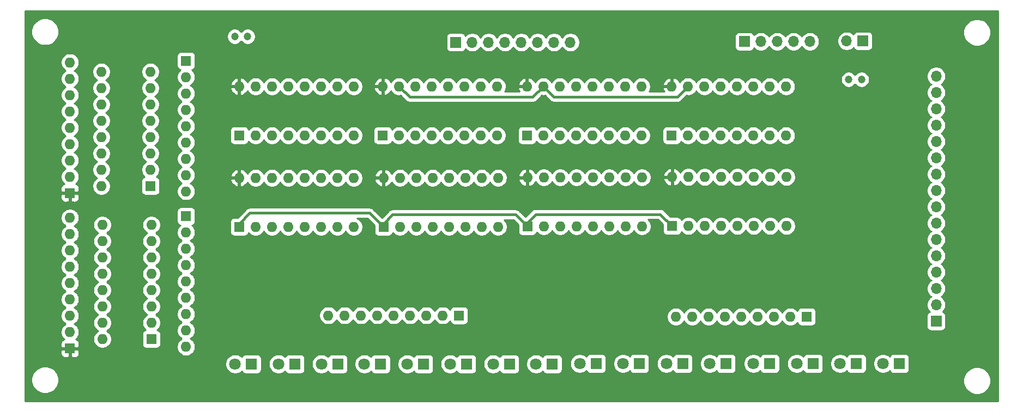
<source format=gbr>
%TF.GenerationSoftware,KiCad,Pcbnew,(5.1.9-0-10_14)*%
%TF.CreationDate,2021-04-19T21:01:21-04:00*%
%TF.ProjectId,MAR,4d41522e-6b69-4636-9164-5f7063625858,rev?*%
%TF.SameCoordinates,Original*%
%TF.FileFunction,Copper,L3,Inr*%
%TF.FilePolarity,Positive*%
%FSLAX46Y46*%
G04 Gerber Fmt 4.6, Leading zero omitted, Abs format (unit mm)*
G04 Created by KiCad (PCBNEW (5.1.9-0-10_14)) date 2021-04-19 21:01:21*
%MOMM*%
%LPD*%
G01*
G04 APERTURE LIST*
%TA.AperFunction,ComponentPad*%
%ADD10C,1.200000*%
%TD*%
%TA.AperFunction,ComponentPad*%
%ADD11O,1.700000X1.700000*%
%TD*%
%TA.AperFunction,ComponentPad*%
%ADD12R,1.700000X1.700000*%
%TD*%
%TA.AperFunction,ComponentPad*%
%ADD13O,1.600000X1.600000*%
%TD*%
%TA.AperFunction,ComponentPad*%
%ADD14R,1.600000X1.600000*%
%TD*%
%TA.AperFunction,ComponentPad*%
%ADD15R,1.800000X1.800000*%
%TD*%
%TA.AperFunction,ComponentPad*%
%ADD16C,1.800000*%
%TD*%
%TA.AperFunction,Conductor*%
%ADD17C,0.400000*%
%TD*%
%TA.AperFunction,Conductor*%
%ADD18C,0.250000*%
%TD*%
%TA.AperFunction,Conductor*%
%ADD19C,0.254000*%
%TD*%
%TA.AperFunction,Conductor*%
%ADD20C,0.100000*%
%TD*%
G04 APERTURE END LIST*
D10*
%TO.N,GND*%
%TO.C,C2*%
X86007501Y-75927001D03*
%TO.N,Net-(C2-Pad1)*%
X84007501Y-75927001D03*
%TD*%
D11*
%TO.N,/Memory Address Register/RAM_MODE*%
%TO.C,J4*%
X173355000Y-76708000D03*
%TO.N,/Memory Address Register/RAM_RESET*%
X170815000Y-76708000D03*
%TO.N,/Memory Address Register/MAR1_LATCH*%
X168275000Y-76708000D03*
%TO.N,/Memory Address Register/MAR2_LATCH*%
X165735000Y-76708000D03*
D12*
%TO.N,/Memory Address Register/CLOCK*%
X163195000Y-76708000D03*
%TD*%
D11*
%TO.N,Net-(J3-Pad2)*%
%TO.C,J3*%
X179067500Y-76616500D03*
D12*
%TO.N,GND*%
X181607500Y-76616500D03*
%TD*%
D10*
%TO.N,GND*%
%TO.C,C1*%
X181387500Y-82613500D03*
%TO.N,VCC*%
X179387500Y-82613500D03*
%TD*%
D11*
%TO.N,/Memory Address Register/BUS8*%
%TO.C,J2*%
X136144000Y-76835000D03*
%TO.N,/Memory Address Register/BUS7*%
X133604000Y-76835000D03*
%TO.N,/Memory Address Register/BUS6*%
X131064000Y-76835000D03*
%TO.N,/Memory Address Register/BUS5*%
X128524000Y-76835000D03*
%TO.N,/Memory Address Register/BUS4*%
X125984000Y-76835000D03*
%TO.N,/Memory Address Register/BUS3*%
X123444000Y-76835000D03*
%TO.N,/Memory Address Register/BUS2*%
X120904000Y-76835000D03*
D12*
%TO.N,/Memory Address Register/BUS1*%
X118364000Y-76835000D03*
%TD*%
D11*
%TO.N,/Memory Address Register/MAR16*%
%TO.C,J1*%
X192976500Y-82105500D03*
%TO.N,/Memory Address Register/MAR15*%
X192976500Y-84645500D03*
%TO.N,/Memory Address Register/MAR14*%
X192976500Y-87185500D03*
%TO.N,/Memory Address Register/MAR13*%
X192976500Y-89725500D03*
%TO.N,/Memory Address Register/MAR12*%
X192976500Y-92265500D03*
%TO.N,/Memory Address Register/MAR11*%
X192976500Y-94805500D03*
%TO.N,/Memory Address Register/MAR10*%
X192976500Y-97345500D03*
%TO.N,/Memory Address Register/MAR9*%
X192976500Y-99885500D03*
%TO.N,/Memory Address Register/MAR8*%
X192976500Y-102425500D03*
%TO.N,/Memory Address Register/MAR7*%
X192976500Y-104965500D03*
%TO.N,/Memory Address Register/MAR6*%
X192976500Y-107505500D03*
%TO.N,/Memory Address Register/MAR5*%
X192976500Y-110045500D03*
%TO.N,/Memory Address Register/MAR4*%
X192976500Y-112585500D03*
%TO.N,/Memory Address Register/MAR3*%
X192976500Y-115125500D03*
%TO.N,/Memory Address Register/MAR2*%
X192976500Y-117665500D03*
D12*
%TO.N,/Memory Address Register/MAR1*%
X192976500Y-120205500D03*
%TD*%
D13*
%TO.N,+5V*%
%TO.C,U8*%
X151955500Y-97790000D03*
%TO.N,GND*%
X169735500Y-105410000D03*
X154495500Y-97790000D03*
%TO.N,/Memory Address Register/MAR14*%
X167195500Y-105410000D03*
%TO.N,Net-(U7-Pad6)*%
X157035500Y-97790000D03*
%TO.N,Net-(RN1-Pad7)*%
X164655500Y-105410000D03*
%TO.N,Net-(RN1-Pad9)*%
X159575500Y-97790000D03*
%TO.N,Net-(U7-Pad4)*%
X162115500Y-105410000D03*
%TO.N,/Memory Address Register/MAR16*%
X162115500Y-97790000D03*
%TO.N,/Memory Address Register/MAR13*%
X159575500Y-105410000D03*
%TO.N,Net-(U7-Pad5)*%
X164655500Y-97790000D03*
%TO.N,Net-(RN1-Pad6)*%
X157035500Y-105410000D03*
%TO.N,Net-(RN1-Pad8)*%
X167195500Y-97790000D03*
%TO.N,Net-(U7-Pad3)*%
X154495500Y-105410000D03*
%TO.N,/Memory Address Register/MAR15*%
X169735500Y-97790000D03*
D14*
%TO.N,/Memory Address Register/RAM_MODE*%
X151955500Y-105410000D03*
%TD*%
D13*
%TO.N,+5V*%
%TO.C,U7*%
X151892000Y-83693000D03*
%TO.N,GND*%
X169672000Y-91313000D03*
%TO.N,/Memory Address Register/RAM_RESET*%
X154432000Y-83693000D03*
%TO.N,/Memory Address Register/CLOCK*%
X167132000Y-91313000D03*
%TO.N,/Memory Address Register/BUS5*%
X156972000Y-83693000D03*
%TO.N,Net-(U7-Pad6)*%
X164592000Y-91313000D03*
%TO.N,/Memory Address Register/BUS6*%
X159512000Y-83693000D03*
%TO.N,Net-(U7-Pad5)*%
X162052000Y-91313000D03*
%TO.N,/Memory Address Register/BUS7*%
X162052000Y-83693000D03*
%TO.N,Net-(U7-Pad4)*%
X159512000Y-91313000D03*
%TO.N,/Memory Address Register/BUS8*%
X164592000Y-83693000D03*
%TO.N,Net-(U7-Pad3)*%
X156972000Y-91313000D03*
%TO.N,/Memory Address Register/MAR2_LATCH*%
X167132000Y-83693000D03*
%TO.N,GND*%
X154432000Y-91313000D03*
%TO.N,/Memory Address Register/MAR2_LATCH*%
X169672000Y-83693000D03*
D14*
%TO.N,GND*%
X151892000Y-91313000D03*
%TD*%
D13*
%TO.N,+5V*%
%TO.C,U6*%
X129476500Y-97853500D03*
%TO.N,GND*%
X147256500Y-105473500D03*
X132016500Y-97853500D03*
%TO.N,/Memory Address Register/MAR10*%
X144716500Y-105473500D03*
%TO.N,Net-(U4-Pad6)*%
X134556500Y-97853500D03*
%TO.N,Net-(RN1-Pad3)*%
X142176500Y-105473500D03*
%TO.N,Net-(RN1-Pad5)*%
X137096500Y-97853500D03*
%TO.N,Net-(U4-Pad4)*%
X139636500Y-105473500D03*
%TO.N,/Memory Address Register/MAR12*%
X139636500Y-97853500D03*
%TO.N,/Memory Address Register/MAR9*%
X137096500Y-105473500D03*
%TO.N,Net-(U4-Pad5)*%
X142176500Y-97853500D03*
%TO.N,Net-(RN1-Pad2)*%
X134556500Y-105473500D03*
%TO.N,Net-(RN1-Pad4)*%
X144716500Y-97853500D03*
%TO.N,Net-(U4-Pad3)*%
X132016500Y-105473500D03*
%TO.N,/Memory Address Register/MAR11*%
X147256500Y-97853500D03*
D14*
%TO.N,/Memory Address Register/RAM_MODE*%
X129476500Y-105473500D03*
%TD*%
D13*
%TO.N,+5V*%
%TO.C,U5*%
X107124500Y-97917000D03*
%TO.N,GND*%
X124904500Y-105537000D03*
X109664500Y-97917000D03*
%TO.N,/Memory Address Register/MAR6*%
X122364500Y-105537000D03*
%TO.N,Net-(U2-Pad6)*%
X112204500Y-97917000D03*
%TO.N,Net-(RN3-Pad7)*%
X119824500Y-105537000D03*
%TO.N,Net-(RN3-Pad9)*%
X114744500Y-97917000D03*
%TO.N,Net-(U2-Pad4)*%
X117284500Y-105537000D03*
%TO.N,/Memory Address Register/MAR8*%
X117284500Y-97917000D03*
%TO.N,/Memory Address Register/MAR5*%
X114744500Y-105537000D03*
%TO.N,Net-(U2-Pad5)*%
X119824500Y-97917000D03*
%TO.N,Net-(RN3-Pad6)*%
X112204500Y-105537000D03*
%TO.N,Net-(RN3-Pad8)*%
X122364500Y-97917000D03*
%TO.N,Net-(U2-Pad3)*%
X109664500Y-105537000D03*
%TO.N,/Memory Address Register/MAR7*%
X124904500Y-97917000D03*
D14*
%TO.N,/Memory Address Register/RAM_MODE*%
X107124500Y-105537000D03*
%TD*%
D13*
%TO.N,+5V*%
%TO.C,U4*%
X129413000Y-83693000D03*
%TO.N,GND*%
X147193000Y-91313000D03*
%TO.N,/Memory Address Register/RAM_RESET*%
X131953000Y-83693000D03*
%TO.N,/Memory Address Register/CLOCK*%
X144653000Y-91313000D03*
%TO.N,/Memory Address Register/BUS1*%
X134493000Y-83693000D03*
%TO.N,Net-(U4-Pad6)*%
X142113000Y-91313000D03*
%TO.N,/Memory Address Register/BUS2*%
X137033000Y-83693000D03*
%TO.N,Net-(U4-Pad5)*%
X139573000Y-91313000D03*
%TO.N,/Memory Address Register/BUS3*%
X139573000Y-83693000D03*
%TO.N,Net-(U4-Pad4)*%
X137033000Y-91313000D03*
%TO.N,/Memory Address Register/BUS4*%
X142113000Y-83693000D03*
%TO.N,Net-(U4-Pad3)*%
X134493000Y-91313000D03*
%TO.N,/Memory Address Register/MAR2_LATCH*%
X144653000Y-83693000D03*
%TO.N,GND*%
X131953000Y-91313000D03*
%TO.N,/Memory Address Register/MAR2_LATCH*%
X147193000Y-83693000D03*
D14*
%TO.N,GND*%
X129413000Y-91313000D03*
%TD*%
D13*
%TO.N,+5V*%
%TO.C,U3*%
X84709000Y-97917000D03*
%TO.N,GND*%
X102489000Y-105537000D03*
X87249000Y-97917000D03*
%TO.N,/Memory Address Register/MAR2*%
X99949000Y-105537000D03*
%TO.N,Net-(U1-Pad6)*%
X89789000Y-97917000D03*
%TO.N,Net-(RN3-Pad3)*%
X97409000Y-105537000D03*
%TO.N,Net-(RN3-Pad5)*%
X92329000Y-97917000D03*
%TO.N,Net-(U1-Pad4)*%
X94869000Y-105537000D03*
%TO.N,/Memory Address Register/MAR4*%
X94869000Y-97917000D03*
%TO.N,/Memory Address Register/MAR1*%
X92329000Y-105537000D03*
%TO.N,Net-(U1-Pad5)*%
X97409000Y-97917000D03*
%TO.N,Net-(RN3-Pad2)*%
X89789000Y-105537000D03*
%TO.N,Net-(RN3-Pad4)*%
X99949000Y-97917000D03*
%TO.N,Net-(U1-Pad3)*%
X87249000Y-105537000D03*
%TO.N,/Memory Address Register/MAR3*%
X102489000Y-97917000D03*
D14*
%TO.N,/Memory Address Register/RAM_MODE*%
X84709000Y-105537000D03*
%TD*%
D13*
%TO.N,+5V*%
%TO.C,U2*%
X106997500Y-83693000D03*
%TO.N,GND*%
X124777500Y-91313000D03*
%TO.N,/Memory Address Register/RAM_RESET*%
X109537500Y-83693000D03*
%TO.N,/Memory Address Register/CLOCK*%
X122237500Y-91313000D03*
%TO.N,/Memory Address Register/BUS5*%
X112077500Y-83693000D03*
%TO.N,Net-(U2-Pad6)*%
X119697500Y-91313000D03*
%TO.N,/Memory Address Register/BUS6*%
X114617500Y-83693000D03*
%TO.N,Net-(U2-Pad5)*%
X117157500Y-91313000D03*
%TO.N,/Memory Address Register/BUS7*%
X117157500Y-83693000D03*
%TO.N,Net-(U2-Pad4)*%
X114617500Y-91313000D03*
%TO.N,/Memory Address Register/BUS8*%
X119697500Y-83693000D03*
%TO.N,Net-(U2-Pad3)*%
X112077500Y-91313000D03*
%TO.N,/Memory Address Register/MAR1_LATCH*%
X122237500Y-83693000D03*
%TO.N,GND*%
X109537500Y-91313000D03*
%TO.N,/Memory Address Register/MAR1_LATCH*%
X124777500Y-83693000D03*
D14*
%TO.N,GND*%
X106997500Y-91313000D03*
%TD*%
D13*
%TO.N,+5V*%
%TO.C,U1*%
X84709000Y-83693000D03*
%TO.N,GND*%
X102489000Y-91313000D03*
%TO.N,/Memory Address Register/RAM_RESET*%
X87249000Y-83693000D03*
%TO.N,/Memory Address Register/CLOCK*%
X99949000Y-91313000D03*
%TO.N,/Memory Address Register/BUS1*%
X89789000Y-83693000D03*
%TO.N,Net-(U1-Pad6)*%
X97409000Y-91313000D03*
%TO.N,/Memory Address Register/BUS2*%
X92329000Y-83693000D03*
%TO.N,Net-(U1-Pad5)*%
X94869000Y-91313000D03*
%TO.N,/Memory Address Register/BUS3*%
X94869000Y-83693000D03*
%TO.N,Net-(U1-Pad4)*%
X92329000Y-91313000D03*
%TO.N,/Memory Address Register/BUS4*%
X97409000Y-83693000D03*
%TO.N,Net-(U1-Pad3)*%
X89789000Y-91313000D03*
%TO.N,/Memory Address Register/MAR1_LATCH*%
X99949000Y-83693000D03*
%TO.N,GND*%
X87249000Y-91313000D03*
%TO.N,/Memory Address Register/MAR1_LATCH*%
X102489000Y-83693000D03*
D14*
%TO.N,GND*%
X84709000Y-91313000D03*
%TD*%
D13*
%TO.N,Net-(RN4-Pad2)*%
%TO.C,SW2*%
X63309500Y-99187000D03*
%TO.N,Net-(RN3-Pad2)*%
X70929500Y-81407000D03*
%TO.N,Net-(RN4-Pad3)*%
X63309500Y-96647000D03*
%TO.N,Net-(RN3-Pad3)*%
X70929500Y-83947000D03*
%TO.N,Net-(RN4-Pad4)*%
X63309500Y-94107000D03*
%TO.N,Net-(RN3-Pad4)*%
X70929500Y-86487000D03*
%TO.N,Net-(RN4-Pad5)*%
X63309500Y-91567000D03*
%TO.N,Net-(RN3-Pad5)*%
X70929500Y-89027000D03*
%TO.N,Net-(RN4-Pad6)*%
X63309500Y-89027000D03*
%TO.N,Net-(RN3-Pad6)*%
X70929500Y-91567000D03*
%TO.N,Net-(RN4-Pad7)*%
X63309500Y-86487000D03*
%TO.N,Net-(RN3-Pad7)*%
X70929500Y-94107000D03*
%TO.N,Net-(RN4-Pad8)*%
X63309500Y-83947000D03*
%TO.N,Net-(RN3-Pad8)*%
X70929500Y-96647000D03*
%TO.N,Net-(RN4-Pad9)*%
X63309500Y-81407000D03*
D14*
%TO.N,Net-(RN3-Pad9)*%
X70929500Y-99187000D03*
%TD*%
D13*
%TO.N,Net-(RN2-Pad2)*%
%TO.C,SW1*%
X63436500Y-122999500D03*
%TO.N,Net-(RN1-Pad2)*%
X71056500Y-105219500D03*
%TO.N,Net-(RN2-Pad3)*%
X63436500Y-120459500D03*
%TO.N,Net-(RN1-Pad3)*%
X71056500Y-107759500D03*
%TO.N,Net-(RN2-Pad4)*%
X63436500Y-117919500D03*
%TO.N,Net-(RN1-Pad4)*%
X71056500Y-110299500D03*
%TO.N,Net-(RN2-Pad5)*%
X63436500Y-115379500D03*
%TO.N,Net-(RN1-Pad5)*%
X71056500Y-112839500D03*
%TO.N,Net-(RN2-Pad6)*%
X63436500Y-112839500D03*
%TO.N,Net-(RN1-Pad6)*%
X71056500Y-115379500D03*
%TO.N,Net-(RN2-Pad7)*%
X63436500Y-110299500D03*
%TO.N,Net-(RN1-Pad7)*%
X71056500Y-117919500D03*
%TO.N,Net-(RN2-Pad8)*%
X63436500Y-107759500D03*
%TO.N,Net-(RN1-Pad8)*%
X71056500Y-120459500D03*
%TO.N,Net-(RN2-Pad9)*%
X63436500Y-105219500D03*
D14*
%TO.N,Net-(RN1-Pad9)*%
X71056500Y-122999500D03*
%TD*%
D13*
%TO.N,Net-(D9-Pad1)*%
%TO.C,RN6*%
X152527000Y-119507000D03*
%TO.N,Net-(D10-Pad1)*%
X155067000Y-119507000D03*
%TO.N,Net-(D11-Pad1)*%
X157607000Y-119507000D03*
%TO.N,Net-(D12-Pad1)*%
X160147000Y-119507000D03*
%TO.N,Net-(D13-Pad1)*%
X162687000Y-119507000D03*
%TO.N,Net-(D14-Pad1)*%
X165227000Y-119507000D03*
%TO.N,Net-(D15-Pad1)*%
X167767000Y-119507000D03*
%TO.N,Net-(D16-Pad1)*%
X170307000Y-119507000D03*
D14*
%TO.N,GND*%
X172847000Y-119507000D03*
%TD*%
D13*
%TO.N,Net-(D1-Pad1)*%
%TO.C,RN5*%
X98552000Y-119316500D03*
%TO.N,Net-(D2-Pad1)*%
X101092000Y-119316500D03*
%TO.N,Net-(D3-Pad1)*%
X103632000Y-119316500D03*
%TO.N,Net-(D4-Pad1)*%
X106172000Y-119316500D03*
%TO.N,Net-(D5-Pad1)*%
X108712000Y-119316500D03*
%TO.N,Net-(D6-Pad1)*%
X111252000Y-119316500D03*
%TO.N,Net-(D7-Pad1)*%
X113792000Y-119316500D03*
%TO.N,Net-(D8-Pad1)*%
X116332000Y-119316500D03*
D14*
%TO.N,GND*%
X118872000Y-119316500D03*
%TD*%
D13*
%TO.N,Net-(RN4-Pad9)*%
%TO.C,RN4*%
X58420000Y-79946500D03*
%TO.N,Net-(RN4-Pad8)*%
X58420000Y-82486500D03*
%TO.N,Net-(RN4-Pad7)*%
X58420000Y-85026500D03*
%TO.N,Net-(RN4-Pad6)*%
X58420000Y-87566500D03*
%TO.N,Net-(RN4-Pad5)*%
X58420000Y-90106500D03*
%TO.N,Net-(RN4-Pad4)*%
X58420000Y-92646500D03*
%TO.N,Net-(RN4-Pad3)*%
X58420000Y-95186500D03*
%TO.N,Net-(RN4-Pad2)*%
X58420000Y-97726500D03*
D14*
%TO.N,+5V*%
X58420000Y-100266500D03*
%TD*%
D13*
%TO.N,Net-(RN3-Pad9)*%
%TO.C,RN3*%
X76454000Y-100012500D03*
%TO.N,Net-(RN3-Pad8)*%
X76454000Y-97472500D03*
%TO.N,Net-(RN3-Pad7)*%
X76454000Y-94932500D03*
%TO.N,Net-(RN3-Pad6)*%
X76454000Y-92392500D03*
%TO.N,Net-(RN3-Pad5)*%
X76454000Y-89852500D03*
%TO.N,Net-(RN3-Pad4)*%
X76454000Y-87312500D03*
%TO.N,Net-(RN3-Pad3)*%
X76454000Y-84772500D03*
%TO.N,Net-(RN3-Pad2)*%
X76454000Y-82232500D03*
D14*
%TO.N,GND*%
X76454000Y-79692500D03*
%TD*%
D13*
%TO.N,Net-(RN2-Pad9)*%
%TO.C,RN2*%
X58420000Y-104140000D03*
%TO.N,Net-(RN2-Pad8)*%
X58420000Y-106680000D03*
%TO.N,Net-(RN2-Pad7)*%
X58420000Y-109220000D03*
%TO.N,Net-(RN2-Pad6)*%
X58420000Y-111760000D03*
%TO.N,Net-(RN2-Pad5)*%
X58420000Y-114300000D03*
%TO.N,Net-(RN2-Pad4)*%
X58420000Y-116840000D03*
%TO.N,Net-(RN2-Pad3)*%
X58420000Y-119380000D03*
%TO.N,Net-(RN2-Pad2)*%
X58420000Y-121920000D03*
D14*
%TO.N,+5V*%
X58420000Y-124460000D03*
%TD*%
D13*
%TO.N,Net-(RN1-Pad9)*%
%TO.C,RN1*%
X76454000Y-124206000D03*
%TO.N,Net-(RN1-Pad8)*%
X76454000Y-121666000D03*
%TO.N,Net-(RN1-Pad7)*%
X76454000Y-119126000D03*
%TO.N,Net-(RN1-Pad6)*%
X76454000Y-116586000D03*
%TO.N,Net-(RN1-Pad5)*%
X76454000Y-114046000D03*
%TO.N,Net-(RN1-Pad4)*%
X76454000Y-111506000D03*
%TO.N,Net-(RN1-Pad3)*%
X76454000Y-108966000D03*
%TO.N,Net-(RN1-Pad2)*%
X76454000Y-106426000D03*
D14*
%TO.N,GND*%
X76454000Y-103886000D03*
%TD*%
D15*
%TO.N,Net-(D16-Pad1)*%
%TO.C,D16*%
X187261500Y-126809500D03*
D16*
%TO.N,/Memory Address Register/MAR1*%
X184721500Y-126809500D03*
%TD*%
%TO.N,/Memory Address Register/MAR2*%
%TO.C,D15*%
X178054000Y-126809500D03*
D15*
%TO.N,Net-(D15-Pad1)*%
X180594000Y-126809500D03*
%TD*%
D16*
%TO.N,/Memory Address Register/MAR3*%
%TO.C,D14*%
X171323000Y-126809500D03*
D15*
%TO.N,Net-(D14-Pad1)*%
X173863000Y-126809500D03*
%TD*%
D16*
%TO.N,/Memory Address Register/MAR4*%
%TO.C,D13*%
X164592000Y-126809500D03*
D15*
%TO.N,Net-(D13-Pad1)*%
X167132000Y-126809500D03*
%TD*%
D16*
%TO.N,/Memory Address Register/MAR5*%
%TO.C,D12*%
X157797500Y-126809500D03*
D15*
%TO.N,Net-(D12-Pad1)*%
X160337500Y-126809500D03*
%TD*%
D16*
%TO.N,/Memory Address Register/MAR6*%
%TO.C,D11*%
X151066500Y-126809500D03*
D15*
%TO.N,Net-(D11-Pad1)*%
X153606500Y-126809500D03*
%TD*%
D16*
%TO.N,/Memory Address Register/MAR7*%
%TO.C,D10*%
X144335500Y-126809500D03*
D15*
%TO.N,Net-(D10-Pad1)*%
X146875500Y-126809500D03*
%TD*%
D16*
%TO.N,/Memory Address Register/MAR8*%
%TO.C,D9*%
X137604500Y-126809500D03*
D15*
%TO.N,Net-(D9-Pad1)*%
X140144500Y-126809500D03*
%TD*%
D16*
%TO.N,/Memory Address Register/MAR9*%
%TO.C,D8*%
X130810000Y-126873000D03*
D15*
%TO.N,Net-(D8-Pad1)*%
X133350000Y-126873000D03*
%TD*%
D16*
%TO.N,/Memory Address Register/MAR10*%
%TO.C,D7*%
X124142500Y-126873000D03*
D15*
%TO.N,Net-(D7-Pad1)*%
X126682500Y-126873000D03*
%TD*%
D16*
%TO.N,/Memory Address Register/MAR11*%
%TO.C,D6*%
X117475000Y-126873000D03*
D15*
%TO.N,Net-(D6-Pad1)*%
X120015000Y-126873000D03*
%TD*%
D16*
%TO.N,/Memory Address Register/MAR12*%
%TO.C,D5*%
X110807500Y-126873000D03*
D15*
%TO.N,Net-(D5-Pad1)*%
X113347500Y-126873000D03*
%TD*%
D16*
%TO.N,/Memory Address Register/MAR13*%
%TO.C,D4*%
X104140000Y-126873000D03*
D15*
%TO.N,Net-(D4-Pad1)*%
X106680000Y-126873000D03*
%TD*%
D16*
%TO.N,/Memory Address Register/MAR14*%
%TO.C,D3*%
X97472500Y-126873000D03*
D15*
%TO.N,Net-(D3-Pad1)*%
X100012500Y-126873000D03*
%TD*%
D16*
%TO.N,/Memory Address Register/MAR15*%
%TO.C,D2*%
X90805000Y-126873000D03*
D15*
%TO.N,Net-(D2-Pad1)*%
X93345000Y-126873000D03*
%TD*%
D16*
%TO.N,/Memory Address Register/MAR16*%
%TO.C,D1*%
X84074000Y-126873000D03*
D15*
%TO.N,Net-(D1-Pad1)*%
X86614000Y-126873000D03*
%TD*%
D17*
%TO.N,/Memory Address Register/RAM_RESET*%
X111188500Y-85344000D02*
X130302000Y-85344000D01*
X130302000Y-85344000D02*
X131953000Y-83693000D01*
X109537500Y-83693000D02*
X111188500Y-85344000D01*
X131953000Y-83693000D02*
X133604000Y-85344000D01*
X152781000Y-85344000D02*
X154432000Y-83693000D01*
X133604000Y-85344000D02*
X152781000Y-85344000D01*
D18*
%TO.N,/Memory Address Register/RAM_MODE*%
X84709000Y-105537000D02*
X84709000Y-105029000D01*
D17*
X84709000Y-105029000D02*
X86360000Y-103378000D01*
X104965500Y-103378000D02*
X107124500Y-105537000D01*
X86360000Y-103378000D02*
X104965500Y-103378000D01*
D18*
X107124500Y-105537000D02*
X107124500Y-105029000D01*
D17*
X107124500Y-105029000D02*
X108521500Y-103632000D01*
X127635000Y-103632000D02*
X129476500Y-105473500D01*
X108521500Y-103632000D02*
X127635000Y-103632000D01*
D18*
X129476500Y-105473500D02*
X129476500Y-104838500D01*
D17*
X129476500Y-104838500D02*
X130746500Y-103568500D01*
X150114000Y-103568500D02*
X151955500Y-105410000D01*
X130746500Y-103568500D02*
X150114000Y-103568500D01*
%TD*%
D19*
%TO.N,+5V*%
X202603501Y-132690000D02*
X51460000Y-132690000D01*
X51460000Y-129139221D01*
X52411500Y-129139221D01*
X52411500Y-129559779D01*
X52493547Y-129972256D01*
X52654488Y-130360802D01*
X52888137Y-130710483D01*
X53185517Y-131007863D01*
X53535198Y-131241512D01*
X53923744Y-131402453D01*
X54336221Y-131484500D01*
X54756779Y-131484500D01*
X55169256Y-131402453D01*
X55557802Y-131241512D01*
X55907483Y-131007863D01*
X56204863Y-130710483D01*
X56438512Y-130360802D01*
X56599453Y-129972256D01*
X56681500Y-129559779D01*
X56681500Y-129266221D01*
X197191500Y-129266221D01*
X197191500Y-129686779D01*
X197273547Y-130099256D01*
X197434488Y-130487802D01*
X197668137Y-130837483D01*
X197965517Y-131134863D01*
X198315198Y-131368512D01*
X198703744Y-131529453D01*
X199116221Y-131611500D01*
X199536779Y-131611500D01*
X199949256Y-131529453D01*
X200337802Y-131368512D01*
X200687483Y-131134863D01*
X200984863Y-130837483D01*
X201218512Y-130487802D01*
X201379453Y-130099256D01*
X201461500Y-129686779D01*
X201461500Y-129266221D01*
X201379453Y-128853744D01*
X201218512Y-128465198D01*
X200984863Y-128115517D01*
X200687483Y-127818137D01*
X200337802Y-127584488D01*
X199949256Y-127423547D01*
X199536779Y-127341500D01*
X199116221Y-127341500D01*
X198703744Y-127423547D01*
X198315198Y-127584488D01*
X197965517Y-127818137D01*
X197668137Y-128115517D01*
X197434488Y-128465198D01*
X197273547Y-128853744D01*
X197191500Y-129266221D01*
X56681500Y-129266221D01*
X56681500Y-129139221D01*
X56599453Y-128726744D01*
X56438512Y-128338198D01*
X56204863Y-127988517D01*
X55907483Y-127691137D01*
X55557802Y-127457488D01*
X55169256Y-127296547D01*
X54756779Y-127214500D01*
X54336221Y-127214500D01*
X53923744Y-127296547D01*
X53535198Y-127457488D01*
X53185517Y-127691137D01*
X52888137Y-127988517D01*
X52654488Y-128338198D01*
X52493547Y-128726744D01*
X52411500Y-129139221D01*
X51460000Y-129139221D01*
X51460000Y-126721816D01*
X82539000Y-126721816D01*
X82539000Y-127024184D01*
X82597989Y-127320743D01*
X82713701Y-127600095D01*
X82881688Y-127851505D01*
X83095495Y-128065312D01*
X83346905Y-128233299D01*
X83626257Y-128349011D01*
X83922816Y-128408000D01*
X84225184Y-128408000D01*
X84521743Y-128349011D01*
X84801095Y-128233299D01*
X85052505Y-128065312D01*
X85118944Y-127998873D01*
X85124498Y-128017180D01*
X85183463Y-128127494D01*
X85262815Y-128224185D01*
X85359506Y-128303537D01*
X85469820Y-128362502D01*
X85589518Y-128398812D01*
X85714000Y-128411072D01*
X87514000Y-128411072D01*
X87638482Y-128398812D01*
X87758180Y-128362502D01*
X87868494Y-128303537D01*
X87965185Y-128224185D01*
X88044537Y-128127494D01*
X88103502Y-128017180D01*
X88139812Y-127897482D01*
X88152072Y-127773000D01*
X88152072Y-126721816D01*
X89270000Y-126721816D01*
X89270000Y-127024184D01*
X89328989Y-127320743D01*
X89444701Y-127600095D01*
X89612688Y-127851505D01*
X89826495Y-128065312D01*
X90077905Y-128233299D01*
X90357257Y-128349011D01*
X90653816Y-128408000D01*
X90956184Y-128408000D01*
X91252743Y-128349011D01*
X91532095Y-128233299D01*
X91783505Y-128065312D01*
X91849944Y-127998873D01*
X91855498Y-128017180D01*
X91914463Y-128127494D01*
X91993815Y-128224185D01*
X92090506Y-128303537D01*
X92200820Y-128362502D01*
X92320518Y-128398812D01*
X92445000Y-128411072D01*
X94245000Y-128411072D01*
X94369482Y-128398812D01*
X94489180Y-128362502D01*
X94599494Y-128303537D01*
X94696185Y-128224185D01*
X94775537Y-128127494D01*
X94834502Y-128017180D01*
X94870812Y-127897482D01*
X94883072Y-127773000D01*
X94883072Y-126721816D01*
X95937500Y-126721816D01*
X95937500Y-127024184D01*
X95996489Y-127320743D01*
X96112201Y-127600095D01*
X96280188Y-127851505D01*
X96493995Y-128065312D01*
X96745405Y-128233299D01*
X97024757Y-128349011D01*
X97321316Y-128408000D01*
X97623684Y-128408000D01*
X97920243Y-128349011D01*
X98199595Y-128233299D01*
X98451005Y-128065312D01*
X98517444Y-127998873D01*
X98522998Y-128017180D01*
X98581963Y-128127494D01*
X98661315Y-128224185D01*
X98758006Y-128303537D01*
X98868320Y-128362502D01*
X98988018Y-128398812D01*
X99112500Y-128411072D01*
X100912500Y-128411072D01*
X101036982Y-128398812D01*
X101156680Y-128362502D01*
X101266994Y-128303537D01*
X101363685Y-128224185D01*
X101443037Y-128127494D01*
X101502002Y-128017180D01*
X101538312Y-127897482D01*
X101550572Y-127773000D01*
X101550572Y-126721816D01*
X102605000Y-126721816D01*
X102605000Y-127024184D01*
X102663989Y-127320743D01*
X102779701Y-127600095D01*
X102947688Y-127851505D01*
X103161495Y-128065312D01*
X103412905Y-128233299D01*
X103692257Y-128349011D01*
X103988816Y-128408000D01*
X104291184Y-128408000D01*
X104587743Y-128349011D01*
X104867095Y-128233299D01*
X105118505Y-128065312D01*
X105184944Y-127998873D01*
X105190498Y-128017180D01*
X105249463Y-128127494D01*
X105328815Y-128224185D01*
X105425506Y-128303537D01*
X105535820Y-128362502D01*
X105655518Y-128398812D01*
X105780000Y-128411072D01*
X107580000Y-128411072D01*
X107704482Y-128398812D01*
X107824180Y-128362502D01*
X107934494Y-128303537D01*
X108031185Y-128224185D01*
X108110537Y-128127494D01*
X108169502Y-128017180D01*
X108205812Y-127897482D01*
X108218072Y-127773000D01*
X108218072Y-126721816D01*
X109272500Y-126721816D01*
X109272500Y-127024184D01*
X109331489Y-127320743D01*
X109447201Y-127600095D01*
X109615188Y-127851505D01*
X109828995Y-128065312D01*
X110080405Y-128233299D01*
X110359757Y-128349011D01*
X110656316Y-128408000D01*
X110958684Y-128408000D01*
X111255243Y-128349011D01*
X111534595Y-128233299D01*
X111786005Y-128065312D01*
X111852444Y-127998873D01*
X111857998Y-128017180D01*
X111916963Y-128127494D01*
X111996315Y-128224185D01*
X112093006Y-128303537D01*
X112203320Y-128362502D01*
X112323018Y-128398812D01*
X112447500Y-128411072D01*
X114247500Y-128411072D01*
X114371982Y-128398812D01*
X114491680Y-128362502D01*
X114601994Y-128303537D01*
X114698685Y-128224185D01*
X114778037Y-128127494D01*
X114837002Y-128017180D01*
X114873312Y-127897482D01*
X114885572Y-127773000D01*
X114885572Y-126721816D01*
X115940000Y-126721816D01*
X115940000Y-127024184D01*
X115998989Y-127320743D01*
X116114701Y-127600095D01*
X116282688Y-127851505D01*
X116496495Y-128065312D01*
X116747905Y-128233299D01*
X117027257Y-128349011D01*
X117323816Y-128408000D01*
X117626184Y-128408000D01*
X117922743Y-128349011D01*
X118202095Y-128233299D01*
X118453505Y-128065312D01*
X118519944Y-127998873D01*
X118525498Y-128017180D01*
X118584463Y-128127494D01*
X118663815Y-128224185D01*
X118760506Y-128303537D01*
X118870820Y-128362502D01*
X118990518Y-128398812D01*
X119115000Y-128411072D01*
X120915000Y-128411072D01*
X121039482Y-128398812D01*
X121159180Y-128362502D01*
X121269494Y-128303537D01*
X121366185Y-128224185D01*
X121445537Y-128127494D01*
X121504502Y-128017180D01*
X121540812Y-127897482D01*
X121553072Y-127773000D01*
X121553072Y-126721816D01*
X122607500Y-126721816D01*
X122607500Y-127024184D01*
X122666489Y-127320743D01*
X122782201Y-127600095D01*
X122950188Y-127851505D01*
X123163995Y-128065312D01*
X123415405Y-128233299D01*
X123694757Y-128349011D01*
X123991316Y-128408000D01*
X124293684Y-128408000D01*
X124590243Y-128349011D01*
X124869595Y-128233299D01*
X125121005Y-128065312D01*
X125187444Y-127998873D01*
X125192998Y-128017180D01*
X125251963Y-128127494D01*
X125331315Y-128224185D01*
X125428006Y-128303537D01*
X125538320Y-128362502D01*
X125658018Y-128398812D01*
X125782500Y-128411072D01*
X127582500Y-128411072D01*
X127706982Y-128398812D01*
X127826680Y-128362502D01*
X127936994Y-128303537D01*
X128033685Y-128224185D01*
X128113037Y-128127494D01*
X128172002Y-128017180D01*
X128208312Y-127897482D01*
X128220572Y-127773000D01*
X128220572Y-126721816D01*
X129275000Y-126721816D01*
X129275000Y-127024184D01*
X129333989Y-127320743D01*
X129449701Y-127600095D01*
X129617688Y-127851505D01*
X129831495Y-128065312D01*
X130082905Y-128233299D01*
X130362257Y-128349011D01*
X130658816Y-128408000D01*
X130961184Y-128408000D01*
X131257743Y-128349011D01*
X131537095Y-128233299D01*
X131788505Y-128065312D01*
X131854944Y-127998873D01*
X131860498Y-128017180D01*
X131919463Y-128127494D01*
X131998815Y-128224185D01*
X132095506Y-128303537D01*
X132205820Y-128362502D01*
X132325518Y-128398812D01*
X132450000Y-128411072D01*
X134250000Y-128411072D01*
X134374482Y-128398812D01*
X134494180Y-128362502D01*
X134604494Y-128303537D01*
X134701185Y-128224185D01*
X134780537Y-128127494D01*
X134839502Y-128017180D01*
X134875812Y-127897482D01*
X134888072Y-127773000D01*
X134888072Y-126658316D01*
X136069500Y-126658316D01*
X136069500Y-126960684D01*
X136128489Y-127257243D01*
X136244201Y-127536595D01*
X136412188Y-127788005D01*
X136625995Y-128001812D01*
X136877405Y-128169799D01*
X137156757Y-128285511D01*
X137453316Y-128344500D01*
X137755684Y-128344500D01*
X138052243Y-128285511D01*
X138331595Y-128169799D01*
X138583005Y-128001812D01*
X138649444Y-127935373D01*
X138654998Y-127953680D01*
X138713963Y-128063994D01*
X138793315Y-128160685D01*
X138890006Y-128240037D01*
X139000320Y-128299002D01*
X139120018Y-128335312D01*
X139244500Y-128347572D01*
X141044500Y-128347572D01*
X141168982Y-128335312D01*
X141288680Y-128299002D01*
X141398994Y-128240037D01*
X141495685Y-128160685D01*
X141575037Y-128063994D01*
X141634002Y-127953680D01*
X141670312Y-127833982D01*
X141682572Y-127709500D01*
X141682572Y-126658316D01*
X142800500Y-126658316D01*
X142800500Y-126960684D01*
X142859489Y-127257243D01*
X142975201Y-127536595D01*
X143143188Y-127788005D01*
X143356995Y-128001812D01*
X143608405Y-128169799D01*
X143887757Y-128285511D01*
X144184316Y-128344500D01*
X144486684Y-128344500D01*
X144783243Y-128285511D01*
X145062595Y-128169799D01*
X145314005Y-128001812D01*
X145380444Y-127935373D01*
X145385998Y-127953680D01*
X145444963Y-128063994D01*
X145524315Y-128160685D01*
X145621006Y-128240037D01*
X145731320Y-128299002D01*
X145851018Y-128335312D01*
X145975500Y-128347572D01*
X147775500Y-128347572D01*
X147899982Y-128335312D01*
X148019680Y-128299002D01*
X148129994Y-128240037D01*
X148226685Y-128160685D01*
X148306037Y-128063994D01*
X148365002Y-127953680D01*
X148401312Y-127833982D01*
X148413572Y-127709500D01*
X148413572Y-126658316D01*
X149531500Y-126658316D01*
X149531500Y-126960684D01*
X149590489Y-127257243D01*
X149706201Y-127536595D01*
X149874188Y-127788005D01*
X150087995Y-128001812D01*
X150339405Y-128169799D01*
X150618757Y-128285511D01*
X150915316Y-128344500D01*
X151217684Y-128344500D01*
X151514243Y-128285511D01*
X151793595Y-128169799D01*
X152045005Y-128001812D01*
X152111444Y-127935373D01*
X152116998Y-127953680D01*
X152175963Y-128063994D01*
X152255315Y-128160685D01*
X152352006Y-128240037D01*
X152462320Y-128299002D01*
X152582018Y-128335312D01*
X152706500Y-128347572D01*
X154506500Y-128347572D01*
X154630982Y-128335312D01*
X154750680Y-128299002D01*
X154860994Y-128240037D01*
X154957685Y-128160685D01*
X155037037Y-128063994D01*
X155096002Y-127953680D01*
X155132312Y-127833982D01*
X155144572Y-127709500D01*
X155144572Y-126658316D01*
X156262500Y-126658316D01*
X156262500Y-126960684D01*
X156321489Y-127257243D01*
X156437201Y-127536595D01*
X156605188Y-127788005D01*
X156818995Y-128001812D01*
X157070405Y-128169799D01*
X157349757Y-128285511D01*
X157646316Y-128344500D01*
X157948684Y-128344500D01*
X158245243Y-128285511D01*
X158524595Y-128169799D01*
X158776005Y-128001812D01*
X158842444Y-127935373D01*
X158847998Y-127953680D01*
X158906963Y-128063994D01*
X158986315Y-128160685D01*
X159083006Y-128240037D01*
X159193320Y-128299002D01*
X159313018Y-128335312D01*
X159437500Y-128347572D01*
X161237500Y-128347572D01*
X161361982Y-128335312D01*
X161481680Y-128299002D01*
X161591994Y-128240037D01*
X161688685Y-128160685D01*
X161768037Y-128063994D01*
X161827002Y-127953680D01*
X161863312Y-127833982D01*
X161875572Y-127709500D01*
X161875572Y-126658316D01*
X163057000Y-126658316D01*
X163057000Y-126960684D01*
X163115989Y-127257243D01*
X163231701Y-127536595D01*
X163399688Y-127788005D01*
X163613495Y-128001812D01*
X163864905Y-128169799D01*
X164144257Y-128285511D01*
X164440816Y-128344500D01*
X164743184Y-128344500D01*
X165039743Y-128285511D01*
X165319095Y-128169799D01*
X165570505Y-128001812D01*
X165636944Y-127935373D01*
X165642498Y-127953680D01*
X165701463Y-128063994D01*
X165780815Y-128160685D01*
X165877506Y-128240037D01*
X165987820Y-128299002D01*
X166107518Y-128335312D01*
X166232000Y-128347572D01*
X168032000Y-128347572D01*
X168156482Y-128335312D01*
X168276180Y-128299002D01*
X168386494Y-128240037D01*
X168483185Y-128160685D01*
X168562537Y-128063994D01*
X168621502Y-127953680D01*
X168657812Y-127833982D01*
X168670072Y-127709500D01*
X168670072Y-126658316D01*
X169788000Y-126658316D01*
X169788000Y-126960684D01*
X169846989Y-127257243D01*
X169962701Y-127536595D01*
X170130688Y-127788005D01*
X170344495Y-128001812D01*
X170595905Y-128169799D01*
X170875257Y-128285511D01*
X171171816Y-128344500D01*
X171474184Y-128344500D01*
X171770743Y-128285511D01*
X172050095Y-128169799D01*
X172301505Y-128001812D01*
X172367944Y-127935373D01*
X172373498Y-127953680D01*
X172432463Y-128063994D01*
X172511815Y-128160685D01*
X172608506Y-128240037D01*
X172718820Y-128299002D01*
X172838518Y-128335312D01*
X172963000Y-128347572D01*
X174763000Y-128347572D01*
X174887482Y-128335312D01*
X175007180Y-128299002D01*
X175117494Y-128240037D01*
X175214185Y-128160685D01*
X175293537Y-128063994D01*
X175352502Y-127953680D01*
X175388812Y-127833982D01*
X175401072Y-127709500D01*
X175401072Y-126658316D01*
X176519000Y-126658316D01*
X176519000Y-126960684D01*
X176577989Y-127257243D01*
X176693701Y-127536595D01*
X176861688Y-127788005D01*
X177075495Y-128001812D01*
X177326905Y-128169799D01*
X177606257Y-128285511D01*
X177902816Y-128344500D01*
X178205184Y-128344500D01*
X178501743Y-128285511D01*
X178781095Y-128169799D01*
X179032505Y-128001812D01*
X179098944Y-127935373D01*
X179104498Y-127953680D01*
X179163463Y-128063994D01*
X179242815Y-128160685D01*
X179339506Y-128240037D01*
X179449820Y-128299002D01*
X179569518Y-128335312D01*
X179694000Y-128347572D01*
X181494000Y-128347572D01*
X181618482Y-128335312D01*
X181738180Y-128299002D01*
X181848494Y-128240037D01*
X181945185Y-128160685D01*
X182024537Y-128063994D01*
X182083502Y-127953680D01*
X182119812Y-127833982D01*
X182132072Y-127709500D01*
X182132072Y-126658316D01*
X183186500Y-126658316D01*
X183186500Y-126960684D01*
X183245489Y-127257243D01*
X183361201Y-127536595D01*
X183529188Y-127788005D01*
X183742995Y-128001812D01*
X183994405Y-128169799D01*
X184273757Y-128285511D01*
X184570316Y-128344500D01*
X184872684Y-128344500D01*
X185169243Y-128285511D01*
X185448595Y-128169799D01*
X185700005Y-128001812D01*
X185766444Y-127935373D01*
X185771998Y-127953680D01*
X185830963Y-128063994D01*
X185910315Y-128160685D01*
X186007006Y-128240037D01*
X186117320Y-128299002D01*
X186237018Y-128335312D01*
X186361500Y-128347572D01*
X188161500Y-128347572D01*
X188285982Y-128335312D01*
X188405680Y-128299002D01*
X188515994Y-128240037D01*
X188612685Y-128160685D01*
X188692037Y-128063994D01*
X188751002Y-127953680D01*
X188787312Y-127833982D01*
X188799572Y-127709500D01*
X188799572Y-125909500D01*
X188787312Y-125785018D01*
X188751002Y-125665320D01*
X188692037Y-125555006D01*
X188612685Y-125458315D01*
X188515994Y-125378963D01*
X188405680Y-125319998D01*
X188285982Y-125283688D01*
X188161500Y-125271428D01*
X186361500Y-125271428D01*
X186237018Y-125283688D01*
X186117320Y-125319998D01*
X186007006Y-125378963D01*
X185910315Y-125458315D01*
X185830963Y-125555006D01*
X185771998Y-125665320D01*
X185766444Y-125683627D01*
X185700005Y-125617188D01*
X185448595Y-125449201D01*
X185169243Y-125333489D01*
X184872684Y-125274500D01*
X184570316Y-125274500D01*
X184273757Y-125333489D01*
X183994405Y-125449201D01*
X183742995Y-125617188D01*
X183529188Y-125830995D01*
X183361201Y-126082405D01*
X183245489Y-126361757D01*
X183186500Y-126658316D01*
X182132072Y-126658316D01*
X182132072Y-125909500D01*
X182119812Y-125785018D01*
X182083502Y-125665320D01*
X182024537Y-125555006D01*
X181945185Y-125458315D01*
X181848494Y-125378963D01*
X181738180Y-125319998D01*
X181618482Y-125283688D01*
X181494000Y-125271428D01*
X179694000Y-125271428D01*
X179569518Y-125283688D01*
X179449820Y-125319998D01*
X179339506Y-125378963D01*
X179242815Y-125458315D01*
X179163463Y-125555006D01*
X179104498Y-125665320D01*
X179098944Y-125683627D01*
X179032505Y-125617188D01*
X178781095Y-125449201D01*
X178501743Y-125333489D01*
X178205184Y-125274500D01*
X177902816Y-125274500D01*
X177606257Y-125333489D01*
X177326905Y-125449201D01*
X177075495Y-125617188D01*
X176861688Y-125830995D01*
X176693701Y-126082405D01*
X176577989Y-126361757D01*
X176519000Y-126658316D01*
X175401072Y-126658316D01*
X175401072Y-125909500D01*
X175388812Y-125785018D01*
X175352502Y-125665320D01*
X175293537Y-125555006D01*
X175214185Y-125458315D01*
X175117494Y-125378963D01*
X175007180Y-125319998D01*
X174887482Y-125283688D01*
X174763000Y-125271428D01*
X172963000Y-125271428D01*
X172838518Y-125283688D01*
X172718820Y-125319998D01*
X172608506Y-125378963D01*
X172511815Y-125458315D01*
X172432463Y-125555006D01*
X172373498Y-125665320D01*
X172367944Y-125683627D01*
X172301505Y-125617188D01*
X172050095Y-125449201D01*
X171770743Y-125333489D01*
X171474184Y-125274500D01*
X171171816Y-125274500D01*
X170875257Y-125333489D01*
X170595905Y-125449201D01*
X170344495Y-125617188D01*
X170130688Y-125830995D01*
X169962701Y-126082405D01*
X169846989Y-126361757D01*
X169788000Y-126658316D01*
X168670072Y-126658316D01*
X168670072Y-125909500D01*
X168657812Y-125785018D01*
X168621502Y-125665320D01*
X168562537Y-125555006D01*
X168483185Y-125458315D01*
X168386494Y-125378963D01*
X168276180Y-125319998D01*
X168156482Y-125283688D01*
X168032000Y-125271428D01*
X166232000Y-125271428D01*
X166107518Y-125283688D01*
X165987820Y-125319998D01*
X165877506Y-125378963D01*
X165780815Y-125458315D01*
X165701463Y-125555006D01*
X165642498Y-125665320D01*
X165636944Y-125683627D01*
X165570505Y-125617188D01*
X165319095Y-125449201D01*
X165039743Y-125333489D01*
X164743184Y-125274500D01*
X164440816Y-125274500D01*
X164144257Y-125333489D01*
X163864905Y-125449201D01*
X163613495Y-125617188D01*
X163399688Y-125830995D01*
X163231701Y-126082405D01*
X163115989Y-126361757D01*
X163057000Y-126658316D01*
X161875572Y-126658316D01*
X161875572Y-125909500D01*
X161863312Y-125785018D01*
X161827002Y-125665320D01*
X161768037Y-125555006D01*
X161688685Y-125458315D01*
X161591994Y-125378963D01*
X161481680Y-125319998D01*
X161361982Y-125283688D01*
X161237500Y-125271428D01*
X159437500Y-125271428D01*
X159313018Y-125283688D01*
X159193320Y-125319998D01*
X159083006Y-125378963D01*
X158986315Y-125458315D01*
X158906963Y-125555006D01*
X158847998Y-125665320D01*
X158842444Y-125683627D01*
X158776005Y-125617188D01*
X158524595Y-125449201D01*
X158245243Y-125333489D01*
X157948684Y-125274500D01*
X157646316Y-125274500D01*
X157349757Y-125333489D01*
X157070405Y-125449201D01*
X156818995Y-125617188D01*
X156605188Y-125830995D01*
X156437201Y-126082405D01*
X156321489Y-126361757D01*
X156262500Y-126658316D01*
X155144572Y-126658316D01*
X155144572Y-125909500D01*
X155132312Y-125785018D01*
X155096002Y-125665320D01*
X155037037Y-125555006D01*
X154957685Y-125458315D01*
X154860994Y-125378963D01*
X154750680Y-125319998D01*
X154630982Y-125283688D01*
X154506500Y-125271428D01*
X152706500Y-125271428D01*
X152582018Y-125283688D01*
X152462320Y-125319998D01*
X152352006Y-125378963D01*
X152255315Y-125458315D01*
X152175963Y-125555006D01*
X152116998Y-125665320D01*
X152111444Y-125683627D01*
X152045005Y-125617188D01*
X151793595Y-125449201D01*
X151514243Y-125333489D01*
X151217684Y-125274500D01*
X150915316Y-125274500D01*
X150618757Y-125333489D01*
X150339405Y-125449201D01*
X150087995Y-125617188D01*
X149874188Y-125830995D01*
X149706201Y-126082405D01*
X149590489Y-126361757D01*
X149531500Y-126658316D01*
X148413572Y-126658316D01*
X148413572Y-125909500D01*
X148401312Y-125785018D01*
X148365002Y-125665320D01*
X148306037Y-125555006D01*
X148226685Y-125458315D01*
X148129994Y-125378963D01*
X148019680Y-125319998D01*
X147899982Y-125283688D01*
X147775500Y-125271428D01*
X145975500Y-125271428D01*
X145851018Y-125283688D01*
X145731320Y-125319998D01*
X145621006Y-125378963D01*
X145524315Y-125458315D01*
X145444963Y-125555006D01*
X145385998Y-125665320D01*
X145380444Y-125683627D01*
X145314005Y-125617188D01*
X145062595Y-125449201D01*
X144783243Y-125333489D01*
X144486684Y-125274500D01*
X144184316Y-125274500D01*
X143887757Y-125333489D01*
X143608405Y-125449201D01*
X143356995Y-125617188D01*
X143143188Y-125830995D01*
X142975201Y-126082405D01*
X142859489Y-126361757D01*
X142800500Y-126658316D01*
X141682572Y-126658316D01*
X141682572Y-125909500D01*
X141670312Y-125785018D01*
X141634002Y-125665320D01*
X141575037Y-125555006D01*
X141495685Y-125458315D01*
X141398994Y-125378963D01*
X141288680Y-125319998D01*
X141168982Y-125283688D01*
X141044500Y-125271428D01*
X139244500Y-125271428D01*
X139120018Y-125283688D01*
X139000320Y-125319998D01*
X138890006Y-125378963D01*
X138793315Y-125458315D01*
X138713963Y-125555006D01*
X138654998Y-125665320D01*
X138649444Y-125683627D01*
X138583005Y-125617188D01*
X138331595Y-125449201D01*
X138052243Y-125333489D01*
X137755684Y-125274500D01*
X137453316Y-125274500D01*
X137156757Y-125333489D01*
X136877405Y-125449201D01*
X136625995Y-125617188D01*
X136412188Y-125830995D01*
X136244201Y-126082405D01*
X136128489Y-126361757D01*
X136069500Y-126658316D01*
X134888072Y-126658316D01*
X134888072Y-125973000D01*
X134875812Y-125848518D01*
X134839502Y-125728820D01*
X134780537Y-125618506D01*
X134701185Y-125521815D01*
X134604494Y-125442463D01*
X134494180Y-125383498D01*
X134374482Y-125347188D01*
X134250000Y-125334928D01*
X132450000Y-125334928D01*
X132325518Y-125347188D01*
X132205820Y-125383498D01*
X132095506Y-125442463D01*
X131998815Y-125521815D01*
X131919463Y-125618506D01*
X131860498Y-125728820D01*
X131854944Y-125747127D01*
X131788505Y-125680688D01*
X131537095Y-125512701D01*
X131257743Y-125396989D01*
X130961184Y-125338000D01*
X130658816Y-125338000D01*
X130362257Y-125396989D01*
X130082905Y-125512701D01*
X129831495Y-125680688D01*
X129617688Y-125894495D01*
X129449701Y-126145905D01*
X129333989Y-126425257D01*
X129275000Y-126721816D01*
X128220572Y-126721816D01*
X128220572Y-125973000D01*
X128208312Y-125848518D01*
X128172002Y-125728820D01*
X128113037Y-125618506D01*
X128033685Y-125521815D01*
X127936994Y-125442463D01*
X127826680Y-125383498D01*
X127706982Y-125347188D01*
X127582500Y-125334928D01*
X125782500Y-125334928D01*
X125658018Y-125347188D01*
X125538320Y-125383498D01*
X125428006Y-125442463D01*
X125331315Y-125521815D01*
X125251963Y-125618506D01*
X125192998Y-125728820D01*
X125187444Y-125747127D01*
X125121005Y-125680688D01*
X124869595Y-125512701D01*
X124590243Y-125396989D01*
X124293684Y-125338000D01*
X123991316Y-125338000D01*
X123694757Y-125396989D01*
X123415405Y-125512701D01*
X123163995Y-125680688D01*
X122950188Y-125894495D01*
X122782201Y-126145905D01*
X122666489Y-126425257D01*
X122607500Y-126721816D01*
X121553072Y-126721816D01*
X121553072Y-125973000D01*
X121540812Y-125848518D01*
X121504502Y-125728820D01*
X121445537Y-125618506D01*
X121366185Y-125521815D01*
X121269494Y-125442463D01*
X121159180Y-125383498D01*
X121039482Y-125347188D01*
X120915000Y-125334928D01*
X119115000Y-125334928D01*
X118990518Y-125347188D01*
X118870820Y-125383498D01*
X118760506Y-125442463D01*
X118663815Y-125521815D01*
X118584463Y-125618506D01*
X118525498Y-125728820D01*
X118519944Y-125747127D01*
X118453505Y-125680688D01*
X118202095Y-125512701D01*
X117922743Y-125396989D01*
X117626184Y-125338000D01*
X117323816Y-125338000D01*
X117027257Y-125396989D01*
X116747905Y-125512701D01*
X116496495Y-125680688D01*
X116282688Y-125894495D01*
X116114701Y-126145905D01*
X115998989Y-126425257D01*
X115940000Y-126721816D01*
X114885572Y-126721816D01*
X114885572Y-125973000D01*
X114873312Y-125848518D01*
X114837002Y-125728820D01*
X114778037Y-125618506D01*
X114698685Y-125521815D01*
X114601994Y-125442463D01*
X114491680Y-125383498D01*
X114371982Y-125347188D01*
X114247500Y-125334928D01*
X112447500Y-125334928D01*
X112323018Y-125347188D01*
X112203320Y-125383498D01*
X112093006Y-125442463D01*
X111996315Y-125521815D01*
X111916963Y-125618506D01*
X111857998Y-125728820D01*
X111852444Y-125747127D01*
X111786005Y-125680688D01*
X111534595Y-125512701D01*
X111255243Y-125396989D01*
X110958684Y-125338000D01*
X110656316Y-125338000D01*
X110359757Y-125396989D01*
X110080405Y-125512701D01*
X109828995Y-125680688D01*
X109615188Y-125894495D01*
X109447201Y-126145905D01*
X109331489Y-126425257D01*
X109272500Y-126721816D01*
X108218072Y-126721816D01*
X108218072Y-125973000D01*
X108205812Y-125848518D01*
X108169502Y-125728820D01*
X108110537Y-125618506D01*
X108031185Y-125521815D01*
X107934494Y-125442463D01*
X107824180Y-125383498D01*
X107704482Y-125347188D01*
X107580000Y-125334928D01*
X105780000Y-125334928D01*
X105655518Y-125347188D01*
X105535820Y-125383498D01*
X105425506Y-125442463D01*
X105328815Y-125521815D01*
X105249463Y-125618506D01*
X105190498Y-125728820D01*
X105184944Y-125747127D01*
X105118505Y-125680688D01*
X104867095Y-125512701D01*
X104587743Y-125396989D01*
X104291184Y-125338000D01*
X103988816Y-125338000D01*
X103692257Y-125396989D01*
X103412905Y-125512701D01*
X103161495Y-125680688D01*
X102947688Y-125894495D01*
X102779701Y-126145905D01*
X102663989Y-126425257D01*
X102605000Y-126721816D01*
X101550572Y-126721816D01*
X101550572Y-125973000D01*
X101538312Y-125848518D01*
X101502002Y-125728820D01*
X101443037Y-125618506D01*
X101363685Y-125521815D01*
X101266994Y-125442463D01*
X101156680Y-125383498D01*
X101036982Y-125347188D01*
X100912500Y-125334928D01*
X99112500Y-125334928D01*
X98988018Y-125347188D01*
X98868320Y-125383498D01*
X98758006Y-125442463D01*
X98661315Y-125521815D01*
X98581963Y-125618506D01*
X98522998Y-125728820D01*
X98517444Y-125747127D01*
X98451005Y-125680688D01*
X98199595Y-125512701D01*
X97920243Y-125396989D01*
X97623684Y-125338000D01*
X97321316Y-125338000D01*
X97024757Y-125396989D01*
X96745405Y-125512701D01*
X96493995Y-125680688D01*
X96280188Y-125894495D01*
X96112201Y-126145905D01*
X95996489Y-126425257D01*
X95937500Y-126721816D01*
X94883072Y-126721816D01*
X94883072Y-125973000D01*
X94870812Y-125848518D01*
X94834502Y-125728820D01*
X94775537Y-125618506D01*
X94696185Y-125521815D01*
X94599494Y-125442463D01*
X94489180Y-125383498D01*
X94369482Y-125347188D01*
X94245000Y-125334928D01*
X92445000Y-125334928D01*
X92320518Y-125347188D01*
X92200820Y-125383498D01*
X92090506Y-125442463D01*
X91993815Y-125521815D01*
X91914463Y-125618506D01*
X91855498Y-125728820D01*
X91849944Y-125747127D01*
X91783505Y-125680688D01*
X91532095Y-125512701D01*
X91252743Y-125396989D01*
X90956184Y-125338000D01*
X90653816Y-125338000D01*
X90357257Y-125396989D01*
X90077905Y-125512701D01*
X89826495Y-125680688D01*
X89612688Y-125894495D01*
X89444701Y-126145905D01*
X89328989Y-126425257D01*
X89270000Y-126721816D01*
X88152072Y-126721816D01*
X88152072Y-125973000D01*
X88139812Y-125848518D01*
X88103502Y-125728820D01*
X88044537Y-125618506D01*
X87965185Y-125521815D01*
X87868494Y-125442463D01*
X87758180Y-125383498D01*
X87638482Y-125347188D01*
X87514000Y-125334928D01*
X85714000Y-125334928D01*
X85589518Y-125347188D01*
X85469820Y-125383498D01*
X85359506Y-125442463D01*
X85262815Y-125521815D01*
X85183463Y-125618506D01*
X85124498Y-125728820D01*
X85118944Y-125747127D01*
X85052505Y-125680688D01*
X84801095Y-125512701D01*
X84521743Y-125396989D01*
X84225184Y-125338000D01*
X83922816Y-125338000D01*
X83626257Y-125396989D01*
X83346905Y-125512701D01*
X83095495Y-125680688D01*
X82881688Y-125894495D01*
X82713701Y-126145905D01*
X82597989Y-126425257D01*
X82539000Y-126721816D01*
X51460000Y-126721816D01*
X51460000Y-125260000D01*
X56981928Y-125260000D01*
X56994188Y-125384482D01*
X57030498Y-125504180D01*
X57089463Y-125614494D01*
X57168815Y-125711185D01*
X57265506Y-125790537D01*
X57375820Y-125849502D01*
X57495518Y-125885812D01*
X57620000Y-125898072D01*
X58134250Y-125895000D01*
X58293000Y-125736250D01*
X58293000Y-124587000D01*
X58547000Y-124587000D01*
X58547000Y-125736250D01*
X58705750Y-125895000D01*
X59220000Y-125898072D01*
X59344482Y-125885812D01*
X59464180Y-125849502D01*
X59574494Y-125790537D01*
X59671185Y-125711185D01*
X59750537Y-125614494D01*
X59809502Y-125504180D01*
X59845812Y-125384482D01*
X59858072Y-125260000D01*
X59855000Y-124745750D01*
X59696250Y-124587000D01*
X58547000Y-124587000D01*
X58293000Y-124587000D01*
X57143750Y-124587000D01*
X56985000Y-124745750D01*
X56981928Y-125260000D01*
X51460000Y-125260000D01*
X51460000Y-123660000D01*
X56981928Y-123660000D01*
X56985000Y-124174250D01*
X57143750Y-124333000D01*
X58293000Y-124333000D01*
X58293000Y-124313000D01*
X58547000Y-124313000D01*
X58547000Y-124333000D01*
X59696250Y-124333000D01*
X59855000Y-124174250D01*
X59858072Y-123660000D01*
X59845812Y-123535518D01*
X59809502Y-123415820D01*
X59750537Y-123305506D01*
X59671185Y-123208815D01*
X59574494Y-123129463D01*
X59464180Y-123070498D01*
X59344482Y-123034188D01*
X59336039Y-123033357D01*
X59534637Y-122834759D01*
X59691680Y-122599727D01*
X59799853Y-122338574D01*
X59855000Y-122061335D01*
X59855000Y-121778665D01*
X59799853Y-121501426D01*
X59691680Y-121240273D01*
X59534637Y-121005241D01*
X59334759Y-120805363D01*
X59102241Y-120650000D01*
X59334759Y-120494637D01*
X59534637Y-120294759D01*
X59691680Y-120059727D01*
X59799853Y-119798574D01*
X59855000Y-119521335D01*
X59855000Y-119238665D01*
X59799853Y-118961426D01*
X59691680Y-118700273D01*
X59534637Y-118465241D01*
X59334759Y-118265363D01*
X59102241Y-118110000D01*
X59334759Y-117954637D01*
X59534637Y-117754759D01*
X59691680Y-117519727D01*
X59799853Y-117258574D01*
X59855000Y-116981335D01*
X59855000Y-116698665D01*
X59799853Y-116421426D01*
X59691680Y-116160273D01*
X59534637Y-115925241D01*
X59334759Y-115725363D01*
X59102241Y-115570000D01*
X59334759Y-115414637D01*
X59534637Y-115214759D01*
X59691680Y-114979727D01*
X59799853Y-114718574D01*
X59855000Y-114441335D01*
X59855000Y-114158665D01*
X59799853Y-113881426D01*
X59691680Y-113620273D01*
X59534637Y-113385241D01*
X59334759Y-113185363D01*
X59102241Y-113030000D01*
X59334759Y-112874637D01*
X59534637Y-112674759D01*
X59691680Y-112439727D01*
X59799853Y-112178574D01*
X59855000Y-111901335D01*
X59855000Y-111618665D01*
X59799853Y-111341426D01*
X59691680Y-111080273D01*
X59534637Y-110845241D01*
X59334759Y-110645363D01*
X59102241Y-110490000D01*
X59334759Y-110334637D01*
X59534637Y-110134759D01*
X59691680Y-109899727D01*
X59799853Y-109638574D01*
X59855000Y-109361335D01*
X59855000Y-109078665D01*
X59799853Y-108801426D01*
X59691680Y-108540273D01*
X59534637Y-108305241D01*
X59334759Y-108105363D01*
X59102241Y-107950000D01*
X59334759Y-107794637D01*
X59534637Y-107594759D01*
X59691680Y-107359727D01*
X59799853Y-107098574D01*
X59855000Y-106821335D01*
X59855000Y-106538665D01*
X59799853Y-106261426D01*
X59691680Y-106000273D01*
X59534637Y-105765241D01*
X59334759Y-105565363D01*
X59102241Y-105410000D01*
X59334759Y-105254637D01*
X59511231Y-105078165D01*
X62001500Y-105078165D01*
X62001500Y-105360835D01*
X62056647Y-105638074D01*
X62164820Y-105899227D01*
X62321863Y-106134259D01*
X62521741Y-106334137D01*
X62754259Y-106489500D01*
X62521741Y-106644863D01*
X62321863Y-106844741D01*
X62164820Y-107079773D01*
X62056647Y-107340926D01*
X62001500Y-107618165D01*
X62001500Y-107900835D01*
X62056647Y-108178074D01*
X62164820Y-108439227D01*
X62321863Y-108674259D01*
X62521741Y-108874137D01*
X62754259Y-109029500D01*
X62521741Y-109184863D01*
X62321863Y-109384741D01*
X62164820Y-109619773D01*
X62056647Y-109880926D01*
X62001500Y-110158165D01*
X62001500Y-110440835D01*
X62056647Y-110718074D01*
X62164820Y-110979227D01*
X62321863Y-111214259D01*
X62521741Y-111414137D01*
X62754259Y-111569500D01*
X62521741Y-111724863D01*
X62321863Y-111924741D01*
X62164820Y-112159773D01*
X62056647Y-112420926D01*
X62001500Y-112698165D01*
X62001500Y-112980835D01*
X62056647Y-113258074D01*
X62164820Y-113519227D01*
X62321863Y-113754259D01*
X62521741Y-113954137D01*
X62754259Y-114109500D01*
X62521741Y-114264863D01*
X62321863Y-114464741D01*
X62164820Y-114699773D01*
X62056647Y-114960926D01*
X62001500Y-115238165D01*
X62001500Y-115520835D01*
X62056647Y-115798074D01*
X62164820Y-116059227D01*
X62321863Y-116294259D01*
X62521741Y-116494137D01*
X62754259Y-116649500D01*
X62521741Y-116804863D01*
X62321863Y-117004741D01*
X62164820Y-117239773D01*
X62056647Y-117500926D01*
X62001500Y-117778165D01*
X62001500Y-118060835D01*
X62056647Y-118338074D01*
X62164820Y-118599227D01*
X62321863Y-118834259D01*
X62521741Y-119034137D01*
X62754259Y-119189500D01*
X62521741Y-119344863D01*
X62321863Y-119544741D01*
X62164820Y-119779773D01*
X62056647Y-120040926D01*
X62001500Y-120318165D01*
X62001500Y-120600835D01*
X62056647Y-120878074D01*
X62164820Y-121139227D01*
X62321863Y-121374259D01*
X62521741Y-121574137D01*
X62754259Y-121729500D01*
X62521741Y-121884863D01*
X62321863Y-122084741D01*
X62164820Y-122319773D01*
X62056647Y-122580926D01*
X62001500Y-122858165D01*
X62001500Y-123140835D01*
X62056647Y-123418074D01*
X62164820Y-123679227D01*
X62321863Y-123914259D01*
X62521741Y-124114137D01*
X62756773Y-124271180D01*
X63017926Y-124379353D01*
X63295165Y-124434500D01*
X63577835Y-124434500D01*
X63855074Y-124379353D01*
X64116227Y-124271180D01*
X64351259Y-124114137D01*
X64551137Y-123914259D01*
X64708180Y-123679227D01*
X64816353Y-123418074D01*
X64871500Y-123140835D01*
X64871500Y-122858165D01*
X64816353Y-122580926D01*
X64708180Y-122319773D01*
X64627817Y-122199500D01*
X69618428Y-122199500D01*
X69618428Y-123799500D01*
X69630688Y-123923982D01*
X69666998Y-124043680D01*
X69725963Y-124153994D01*
X69805315Y-124250685D01*
X69902006Y-124330037D01*
X70012320Y-124389002D01*
X70132018Y-124425312D01*
X70256500Y-124437572D01*
X71856500Y-124437572D01*
X71980982Y-124425312D01*
X72100680Y-124389002D01*
X72210994Y-124330037D01*
X72307685Y-124250685D01*
X72387037Y-124153994D01*
X72446002Y-124043680D01*
X72482312Y-123923982D01*
X72494572Y-123799500D01*
X72494572Y-122199500D01*
X72482312Y-122075018D01*
X72446002Y-121955320D01*
X72387037Y-121845006D01*
X72307685Y-121748315D01*
X72210994Y-121668963D01*
X72100680Y-121609998D01*
X71980982Y-121573688D01*
X71972539Y-121572857D01*
X72171137Y-121374259D01*
X72328180Y-121139227D01*
X72436353Y-120878074D01*
X72491500Y-120600835D01*
X72491500Y-120318165D01*
X72436353Y-120040926D01*
X72328180Y-119779773D01*
X72171137Y-119544741D01*
X71971259Y-119344863D01*
X71738741Y-119189500D01*
X71971259Y-119034137D01*
X72171137Y-118834259D01*
X72328180Y-118599227D01*
X72436353Y-118338074D01*
X72491500Y-118060835D01*
X72491500Y-117778165D01*
X72436353Y-117500926D01*
X72328180Y-117239773D01*
X72171137Y-117004741D01*
X71971259Y-116804863D01*
X71738741Y-116649500D01*
X71971259Y-116494137D01*
X72171137Y-116294259D01*
X72328180Y-116059227D01*
X72436353Y-115798074D01*
X72491500Y-115520835D01*
X72491500Y-115238165D01*
X72436353Y-114960926D01*
X72328180Y-114699773D01*
X72171137Y-114464741D01*
X71971259Y-114264863D01*
X71738741Y-114109500D01*
X71971259Y-113954137D01*
X72171137Y-113754259D01*
X72328180Y-113519227D01*
X72436353Y-113258074D01*
X72491500Y-112980835D01*
X72491500Y-112698165D01*
X72436353Y-112420926D01*
X72328180Y-112159773D01*
X72171137Y-111924741D01*
X71971259Y-111724863D01*
X71738741Y-111569500D01*
X71971259Y-111414137D01*
X72171137Y-111214259D01*
X72328180Y-110979227D01*
X72436353Y-110718074D01*
X72491500Y-110440835D01*
X72491500Y-110158165D01*
X72436353Y-109880926D01*
X72328180Y-109619773D01*
X72171137Y-109384741D01*
X71971259Y-109184863D01*
X71738741Y-109029500D01*
X71971259Y-108874137D01*
X72171137Y-108674259D01*
X72328180Y-108439227D01*
X72436353Y-108178074D01*
X72491500Y-107900835D01*
X72491500Y-107618165D01*
X72436353Y-107340926D01*
X72328180Y-107079773D01*
X72171137Y-106844741D01*
X71971259Y-106644863D01*
X71738741Y-106489500D01*
X71971259Y-106334137D01*
X72171137Y-106134259D01*
X72328180Y-105899227D01*
X72436353Y-105638074D01*
X72491500Y-105360835D01*
X72491500Y-105078165D01*
X72436353Y-104800926D01*
X72328180Y-104539773D01*
X72171137Y-104304741D01*
X71971259Y-104104863D01*
X71736227Y-103947820D01*
X71475074Y-103839647D01*
X71197835Y-103784500D01*
X70915165Y-103784500D01*
X70637926Y-103839647D01*
X70376773Y-103947820D01*
X70141741Y-104104863D01*
X69941863Y-104304741D01*
X69784820Y-104539773D01*
X69676647Y-104800926D01*
X69621500Y-105078165D01*
X69621500Y-105360835D01*
X69676647Y-105638074D01*
X69784820Y-105899227D01*
X69941863Y-106134259D01*
X70141741Y-106334137D01*
X70374259Y-106489500D01*
X70141741Y-106644863D01*
X69941863Y-106844741D01*
X69784820Y-107079773D01*
X69676647Y-107340926D01*
X69621500Y-107618165D01*
X69621500Y-107900835D01*
X69676647Y-108178074D01*
X69784820Y-108439227D01*
X69941863Y-108674259D01*
X70141741Y-108874137D01*
X70374259Y-109029500D01*
X70141741Y-109184863D01*
X69941863Y-109384741D01*
X69784820Y-109619773D01*
X69676647Y-109880926D01*
X69621500Y-110158165D01*
X69621500Y-110440835D01*
X69676647Y-110718074D01*
X69784820Y-110979227D01*
X69941863Y-111214259D01*
X70141741Y-111414137D01*
X70374259Y-111569500D01*
X70141741Y-111724863D01*
X69941863Y-111924741D01*
X69784820Y-112159773D01*
X69676647Y-112420926D01*
X69621500Y-112698165D01*
X69621500Y-112980835D01*
X69676647Y-113258074D01*
X69784820Y-113519227D01*
X69941863Y-113754259D01*
X70141741Y-113954137D01*
X70374259Y-114109500D01*
X70141741Y-114264863D01*
X69941863Y-114464741D01*
X69784820Y-114699773D01*
X69676647Y-114960926D01*
X69621500Y-115238165D01*
X69621500Y-115520835D01*
X69676647Y-115798074D01*
X69784820Y-116059227D01*
X69941863Y-116294259D01*
X70141741Y-116494137D01*
X70374259Y-116649500D01*
X70141741Y-116804863D01*
X69941863Y-117004741D01*
X69784820Y-117239773D01*
X69676647Y-117500926D01*
X69621500Y-117778165D01*
X69621500Y-118060835D01*
X69676647Y-118338074D01*
X69784820Y-118599227D01*
X69941863Y-118834259D01*
X70141741Y-119034137D01*
X70374259Y-119189500D01*
X70141741Y-119344863D01*
X69941863Y-119544741D01*
X69784820Y-119779773D01*
X69676647Y-120040926D01*
X69621500Y-120318165D01*
X69621500Y-120600835D01*
X69676647Y-120878074D01*
X69784820Y-121139227D01*
X69941863Y-121374259D01*
X70140461Y-121572857D01*
X70132018Y-121573688D01*
X70012320Y-121609998D01*
X69902006Y-121668963D01*
X69805315Y-121748315D01*
X69725963Y-121845006D01*
X69666998Y-121955320D01*
X69630688Y-122075018D01*
X69618428Y-122199500D01*
X64627817Y-122199500D01*
X64551137Y-122084741D01*
X64351259Y-121884863D01*
X64118741Y-121729500D01*
X64351259Y-121574137D01*
X64551137Y-121374259D01*
X64708180Y-121139227D01*
X64816353Y-120878074D01*
X64871500Y-120600835D01*
X64871500Y-120318165D01*
X64816353Y-120040926D01*
X64708180Y-119779773D01*
X64551137Y-119544741D01*
X64351259Y-119344863D01*
X64118741Y-119189500D01*
X64351259Y-119034137D01*
X64551137Y-118834259D01*
X64708180Y-118599227D01*
X64816353Y-118338074D01*
X64871500Y-118060835D01*
X64871500Y-117778165D01*
X64816353Y-117500926D01*
X64708180Y-117239773D01*
X64551137Y-117004741D01*
X64351259Y-116804863D01*
X64118741Y-116649500D01*
X64351259Y-116494137D01*
X64551137Y-116294259D01*
X64708180Y-116059227D01*
X64816353Y-115798074D01*
X64871500Y-115520835D01*
X64871500Y-115238165D01*
X64816353Y-114960926D01*
X64708180Y-114699773D01*
X64551137Y-114464741D01*
X64351259Y-114264863D01*
X64118741Y-114109500D01*
X64351259Y-113954137D01*
X64551137Y-113754259D01*
X64708180Y-113519227D01*
X64816353Y-113258074D01*
X64871500Y-112980835D01*
X64871500Y-112698165D01*
X64816353Y-112420926D01*
X64708180Y-112159773D01*
X64551137Y-111924741D01*
X64351259Y-111724863D01*
X64118741Y-111569500D01*
X64351259Y-111414137D01*
X64551137Y-111214259D01*
X64708180Y-110979227D01*
X64816353Y-110718074D01*
X64871500Y-110440835D01*
X64871500Y-110158165D01*
X64816353Y-109880926D01*
X64708180Y-109619773D01*
X64551137Y-109384741D01*
X64351259Y-109184863D01*
X64118741Y-109029500D01*
X64351259Y-108874137D01*
X64551137Y-108674259D01*
X64708180Y-108439227D01*
X64816353Y-108178074D01*
X64871500Y-107900835D01*
X64871500Y-107618165D01*
X64816353Y-107340926D01*
X64708180Y-107079773D01*
X64551137Y-106844741D01*
X64351259Y-106644863D01*
X64118741Y-106489500D01*
X64351259Y-106334137D01*
X64551137Y-106134259D01*
X64708180Y-105899227D01*
X64816353Y-105638074D01*
X64871500Y-105360835D01*
X64871500Y-105078165D01*
X64816353Y-104800926D01*
X64708180Y-104539773D01*
X64551137Y-104304741D01*
X64351259Y-104104863D01*
X64116227Y-103947820D01*
X63855074Y-103839647D01*
X63577835Y-103784500D01*
X63295165Y-103784500D01*
X63017926Y-103839647D01*
X62756773Y-103947820D01*
X62521741Y-104104863D01*
X62321863Y-104304741D01*
X62164820Y-104539773D01*
X62056647Y-104800926D01*
X62001500Y-105078165D01*
X59511231Y-105078165D01*
X59534637Y-105054759D01*
X59691680Y-104819727D01*
X59799853Y-104558574D01*
X59855000Y-104281335D01*
X59855000Y-103998665D01*
X59799853Y-103721426D01*
X59691680Y-103460273D01*
X59534637Y-103225241D01*
X59395396Y-103086000D01*
X75015928Y-103086000D01*
X75015928Y-104686000D01*
X75028188Y-104810482D01*
X75064498Y-104930180D01*
X75123463Y-105040494D01*
X75202815Y-105137185D01*
X75299506Y-105216537D01*
X75409820Y-105275502D01*
X75529518Y-105311812D01*
X75537961Y-105312643D01*
X75339363Y-105511241D01*
X75182320Y-105746273D01*
X75074147Y-106007426D01*
X75019000Y-106284665D01*
X75019000Y-106567335D01*
X75074147Y-106844574D01*
X75182320Y-107105727D01*
X75339363Y-107340759D01*
X75539241Y-107540637D01*
X75771759Y-107696000D01*
X75539241Y-107851363D01*
X75339363Y-108051241D01*
X75182320Y-108286273D01*
X75074147Y-108547426D01*
X75019000Y-108824665D01*
X75019000Y-109107335D01*
X75074147Y-109384574D01*
X75182320Y-109645727D01*
X75339363Y-109880759D01*
X75539241Y-110080637D01*
X75771759Y-110236000D01*
X75539241Y-110391363D01*
X75339363Y-110591241D01*
X75182320Y-110826273D01*
X75074147Y-111087426D01*
X75019000Y-111364665D01*
X75019000Y-111647335D01*
X75074147Y-111924574D01*
X75182320Y-112185727D01*
X75339363Y-112420759D01*
X75539241Y-112620637D01*
X75771759Y-112776000D01*
X75539241Y-112931363D01*
X75339363Y-113131241D01*
X75182320Y-113366273D01*
X75074147Y-113627426D01*
X75019000Y-113904665D01*
X75019000Y-114187335D01*
X75074147Y-114464574D01*
X75182320Y-114725727D01*
X75339363Y-114960759D01*
X75539241Y-115160637D01*
X75771759Y-115316000D01*
X75539241Y-115471363D01*
X75339363Y-115671241D01*
X75182320Y-115906273D01*
X75074147Y-116167426D01*
X75019000Y-116444665D01*
X75019000Y-116727335D01*
X75074147Y-117004574D01*
X75182320Y-117265727D01*
X75339363Y-117500759D01*
X75539241Y-117700637D01*
X75771759Y-117856000D01*
X75539241Y-118011363D01*
X75339363Y-118211241D01*
X75182320Y-118446273D01*
X75074147Y-118707426D01*
X75019000Y-118984665D01*
X75019000Y-119267335D01*
X75074147Y-119544574D01*
X75182320Y-119805727D01*
X75339363Y-120040759D01*
X75539241Y-120240637D01*
X75771759Y-120396000D01*
X75539241Y-120551363D01*
X75339363Y-120751241D01*
X75182320Y-120986273D01*
X75074147Y-121247426D01*
X75019000Y-121524665D01*
X75019000Y-121807335D01*
X75074147Y-122084574D01*
X75182320Y-122345727D01*
X75339363Y-122580759D01*
X75539241Y-122780637D01*
X75771759Y-122936000D01*
X75539241Y-123091363D01*
X75339363Y-123291241D01*
X75182320Y-123526273D01*
X75074147Y-123787426D01*
X75019000Y-124064665D01*
X75019000Y-124347335D01*
X75074147Y-124624574D01*
X75182320Y-124885727D01*
X75339363Y-125120759D01*
X75539241Y-125320637D01*
X75774273Y-125477680D01*
X76035426Y-125585853D01*
X76312665Y-125641000D01*
X76595335Y-125641000D01*
X76872574Y-125585853D01*
X77133727Y-125477680D01*
X77368759Y-125320637D01*
X77568637Y-125120759D01*
X77725680Y-124885727D01*
X77833853Y-124624574D01*
X77889000Y-124347335D01*
X77889000Y-124064665D01*
X77833853Y-123787426D01*
X77725680Y-123526273D01*
X77568637Y-123291241D01*
X77368759Y-123091363D01*
X77136241Y-122936000D01*
X77368759Y-122780637D01*
X77568637Y-122580759D01*
X77725680Y-122345727D01*
X77833853Y-122084574D01*
X77889000Y-121807335D01*
X77889000Y-121524665D01*
X77833853Y-121247426D01*
X77725680Y-120986273D01*
X77568637Y-120751241D01*
X77368759Y-120551363D01*
X77136241Y-120396000D01*
X77368759Y-120240637D01*
X77568637Y-120040759D01*
X77725680Y-119805727D01*
X77833853Y-119544574D01*
X77889000Y-119267335D01*
X77889000Y-119175165D01*
X97117000Y-119175165D01*
X97117000Y-119457835D01*
X97172147Y-119735074D01*
X97280320Y-119996227D01*
X97437363Y-120231259D01*
X97637241Y-120431137D01*
X97872273Y-120588180D01*
X98133426Y-120696353D01*
X98410665Y-120751500D01*
X98693335Y-120751500D01*
X98970574Y-120696353D01*
X99231727Y-120588180D01*
X99466759Y-120431137D01*
X99666637Y-120231259D01*
X99822000Y-119998741D01*
X99977363Y-120231259D01*
X100177241Y-120431137D01*
X100412273Y-120588180D01*
X100673426Y-120696353D01*
X100950665Y-120751500D01*
X101233335Y-120751500D01*
X101510574Y-120696353D01*
X101771727Y-120588180D01*
X102006759Y-120431137D01*
X102206637Y-120231259D01*
X102362000Y-119998741D01*
X102517363Y-120231259D01*
X102717241Y-120431137D01*
X102952273Y-120588180D01*
X103213426Y-120696353D01*
X103490665Y-120751500D01*
X103773335Y-120751500D01*
X104050574Y-120696353D01*
X104311727Y-120588180D01*
X104546759Y-120431137D01*
X104746637Y-120231259D01*
X104902000Y-119998741D01*
X105057363Y-120231259D01*
X105257241Y-120431137D01*
X105492273Y-120588180D01*
X105753426Y-120696353D01*
X106030665Y-120751500D01*
X106313335Y-120751500D01*
X106590574Y-120696353D01*
X106851727Y-120588180D01*
X107086759Y-120431137D01*
X107286637Y-120231259D01*
X107442000Y-119998741D01*
X107597363Y-120231259D01*
X107797241Y-120431137D01*
X108032273Y-120588180D01*
X108293426Y-120696353D01*
X108570665Y-120751500D01*
X108853335Y-120751500D01*
X109130574Y-120696353D01*
X109391727Y-120588180D01*
X109626759Y-120431137D01*
X109826637Y-120231259D01*
X109982000Y-119998741D01*
X110137363Y-120231259D01*
X110337241Y-120431137D01*
X110572273Y-120588180D01*
X110833426Y-120696353D01*
X111110665Y-120751500D01*
X111393335Y-120751500D01*
X111670574Y-120696353D01*
X111931727Y-120588180D01*
X112166759Y-120431137D01*
X112366637Y-120231259D01*
X112522000Y-119998741D01*
X112677363Y-120231259D01*
X112877241Y-120431137D01*
X113112273Y-120588180D01*
X113373426Y-120696353D01*
X113650665Y-120751500D01*
X113933335Y-120751500D01*
X114210574Y-120696353D01*
X114471727Y-120588180D01*
X114706759Y-120431137D01*
X114906637Y-120231259D01*
X115062000Y-119998741D01*
X115217363Y-120231259D01*
X115417241Y-120431137D01*
X115652273Y-120588180D01*
X115913426Y-120696353D01*
X116190665Y-120751500D01*
X116473335Y-120751500D01*
X116750574Y-120696353D01*
X117011727Y-120588180D01*
X117246759Y-120431137D01*
X117445357Y-120232539D01*
X117446188Y-120240982D01*
X117482498Y-120360680D01*
X117541463Y-120470994D01*
X117620815Y-120567685D01*
X117717506Y-120647037D01*
X117827820Y-120706002D01*
X117947518Y-120742312D01*
X118072000Y-120754572D01*
X119672000Y-120754572D01*
X119796482Y-120742312D01*
X119916180Y-120706002D01*
X120026494Y-120647037D01*
X120123185Y-120567685D01*
X120202537Y-120470994D01*
X120261502Y-120360680D01*
X120297812Y-120240982D01*
X120310072Y-120116500D01*
X120310072Y-119365665D01*
X151092000Y-119365665D01*
X151092000Y-119648335D01*
X151147147Y-119925574D01*
X151255320Y-120186727D01*
X151412363Y-120421759D01*
X151612241Y-120621637D01*
X151847273Y-120778680D01*
X152108426Y-120886853D01*
X152385665Y-120942000D01*
X152668335Y-120942000D01*
X152945574Y-120886853D01*
X153206727Y-120778680D01*
X153441759Y-120621637D01*
X153641637Y-120421759D01*
X153797000Y-120189241D01*
X153952363Y-120421759D01*
X154152241Y-120621637D01*
X154387273Y-120778680D01*
X154648426Y-120886853D01*
X154925665Y-120942000D01*
X155208335Y-120942000D01*
X155485574Y-120886853D01*
X155746727Y-120778680D01*
X155981759Y-120621637D01*
X156181637Y-120421759D01*
X156337000Y-120189241D01*
X156492363Y-120421759D01*
X156692241Y-120621637D01*
X156927273Y-120778680D01*
X157188426Y-120886853D01*
X157465665Y-120942000D01*
X157748335Y-120942000D01*
X158025574Y-120886853D01*
X158286727Y-120778680D01*
X158521759Y-120621637D01*
X158721637Y-120421759D01*
X158877000Y-120189241D01*
X159032363Y-120421759D01*
X159232241Y-120621637D01*
X159467273Y-120778680D01*
X159728426Y-120886853D01*
X160005665Y-120942000D01*
X160288335Y-120942000D01*
X160565574Y-120886853D01*
X160826727Y-120778680D01*
X161061759Y-120621637D01*
X161261637Y-120421759D01*
X161417000Y-120189241D01*
X161572363Y-120421759D01*
X161772241Y-120621637D01*
X162007273Y-120778680D01*
X162268426Y-120886853D01*
X162545665Y-120942000D01*
X162828335Y-120942000D01*
X163105574Y-120886853D01*
X163366727Y-120778680D01*
X163601759Y-120621637D01*
X163801637Y-120421759D01*
X163957000Y-120189241D01*
X164112363Y-120421759D01*
X164312241Y-120621637D01*
X164547273Y-120778680D01*
X164808426Y-120886853D01*
X165085665Y-120942000D01*
X165368335Y-120942000D01*
X165645574Y-120886853D01*
X165906727Y-120778680D01*
X166141759Y-120621637D01*
X166341637Y-120421759D01*
X166497000Y-120189241D01*
X166652363Y-120421759D01*
X166852241Y-120621637D01*
X167087273Y-120778680D01*
X167348426Y-120886853D01*
X167625665Y-120942000D01*
X167908335Y-120942000D01*
X168185574Y-120886853D01*
X168446727Y-120778680D01*
X168681759Y-120621637D01*
X168881637Y-120421759D01*
X169037000Y-120189241D01*
X169192363Y-120421759D01*
X169392241Y-120621637D01*
X169627273Y-120778680D01*
X169888426Y-120886853D01*
X170165665Y-120942000D01*
X170448335Y-120942000D01*
X170725574Y-120886853D01*
X170986727Y-120778680D01*
X171221759Y-120621637D01*
X171420357Y-120423039D01*
X171421188Y-120431482D01*
X171457498Y-120551180D01*
X171516463Y-120661494D01*
X171595815Y-120758185D01*
X171692506Y-120837537D01*
X171802820Y-120896502D01*
X171922518Y-120932812D01*
X172047000Y-120945072D01*
X173647000Y-120945072D01*
X173771482Y-120932812D01*
X173891180Y-120896502D01*
X174001494Y-120837537D01*
X174098185Y-120758185D01*
X174177537Y-120661494D01*
X174236502Y-120551180D01*
X174272812Y-120431482D01*
X174285072Y-120307000D01*
X174285072Y-119355500D01*
X191488428Y-119355500D01*
X191488428Y-121055500D01*
X191500688Y-121179982D01*
X191536998Y-121299680D01*
X191595963Y-121409994D01*
X191675315Y-121506685D01*
X191772006Y-121586037D01*
X191882320Y-121645002D01*
X192002018Y-121681312D01*
X192126500Y-121693572D01*
X193826500Y-121693572D01*
X193950982Y-121681312D01*
X194070680Y-121645002D01*
X194180994Y-121586037D01*
X194277685Y-121506685D01*
X194357037Y-121409994D01*
X194416002Y-121299680D01*
X194452312Y-121179982D01*
X194464572Y-121055500D01*
X194464572Y-119355500D01*
X194452312Y-119231018D01*
X194416002Y-119111320D01*
X194357037Y-119001006D01*
X194277685Y-118904315D01*
X194180994Y-118824963D01*
X194070680Y-118765998D01*
X193998120Y-118743987D01*
X194129975Y-118612132D01*
X194292490Y-118368911D01*
X194404432Y-118098658D01*
X194461500Y-117811760D01*
X194461500Y-117519240D01*
X194404432Y-117232342D01*
X194292490Y-116962089D01*
X194129975Y-116718868D01*
X193923132Y-116512025D01*
X193748740Y-116395500D01*
X193923132Y-116278975D01*
X194129975Y-116072132D01*
X194292490Y-115828911D01*
X194404432Y-115558658D01*
X194461500Y-115271760D01*
X194461500Y-114979240D01*
X194404432Y-114692342D01*
X194292490Y-114422089D01*
X194129975Y-114178868D01*
X193923132Y-113972025D01*
X193748740Y-113855500D01*
X193923132Y-113738975D01*
X194129975Y-113532132D01*
X194292490Y-113288911D01*
X194404432Y-113018658D01*
X194461500Y-112731760D01*
X194461500Y-112439240D01*
X194404432Y-112152342D01*
X194292490Y-111882089D01*
X194129975Y-111638868D01*
X193923132Y-111432025D01*
X193748740Y-111315500D01*
X193923132Y-111198975D01*
X194129975Y-110992132D01*
X194292490Y-110748911D01*
X194404432Y-110478658D01*
X194461500Y-110191760D01*
X194461500Y-109899240D01*
X194404432Y-109612342D01*
X194292490Y-109342089D01*
X194129975Y-109098868D01*
X193923132Y-108892025D01*
X193748740Y-108775500D01*
X193923132Y-108658975D01*
X194129975Y-108452132D01*
X194292490Y-108208911D01*
X194404432Y-107938658D01*
X194461500Y-107651760D01*
X194461500Y-107359240D01*
X194404432Y-107072342D01*
X194292490Y-106802089D01*
X194129975Y-106558868D01*
X193923132Y-106352025D01*
X193748740Y-106235500D01*
X193923132Y-106118975D01*
X194129975Y-105912132D01*
X194292490Y-105668911D01*
X194404432Y-105398658D01*
X194461500Y-105111760D01*
X194461500Y-104819240D01*
X194404432Y-104532342D01*
X194292490Y-104262089D01*
X194129975Y-104018868D01*
X193923132Y-103812025D01*
X193748740Y-103695500D01*
X193923132Y-103578975D01*
X194129975Y-103372132D01*
X194292490Y-103128911D01*
X194404432Y-102858658D01*
X194461500Y-102571760D01*
X194461500Y-102279240D01*
X194404432Y-101992342D01*
X194292490Y-101722089D01*
X194129975Y-101478868D01*
X193923132Y-101272025D01*
X193748740Y-101155500D01*
X193923132Y-101038975D01*
X194129975Y-100832132D01*
X194292490Y-100588911D01*
X194404432Y-100318658D01*
X194461500Y-100031760D01*
X194461500Y-99739240D01*
X194404432Y-99452342D01*
X194292490Y-99182089D01*
X194129975Y-98938868D01*
X193923132Y-98732025D01*
X193748740Y-98615500D01*
X193923132Y-98498975D01*
X194129975Y-98292132D01*
X194292490Y-98048911D01*
X194404432Y-97778658D01*
X194461500Y-97491760D01*
X194461500Y-97199240D01*
X194404432Y-96912342D01*
X194292490Y-96642089D01*
X194129975Y-96398868D01*
X193923132Y-96192025D01*
X193748740Y-96075500D01*
X193923132Y-95958975D01*
X194129975Y-95752132D01*
X194292490Y-95508911D01*
X194404432Y-95238658D01*
X194461500Y-94951760D01*
X194461500Y-94659240D01*
X194404432Y-94372342D01*
X194292490Y-94102089D01*
X194129975Y-93858868D01*
X193923132Y-93652025D01*
X193748740Y-93535500D01*
X193923132Y-93418975D01*
X194129975Y-93212132D01*
X194292490Y-92968911D01*
X194404432Y-92698658D01*
X194461500Y-92411760D01*
X194461500Y-92119240D01*
X194404432Y-91832342D01*
X194292490Y-91562089D01*
X194129975Y-91318868D01*
X193923132Y-91112025D01*
X193748740Y-90995500D01*
X193923132Y-90878975D01*
X194129975Y-90672132D01*
X194292490Y-90428911D01*
X194404432Y-90158658D01*
X194461500Y-89871760D01*
X194461500Y-89579240D01*
X194404432Y-89292342D01*
X194292490Y-89022089D01*
X194129975Y-88778868D01*
X193923132Y-88572025D01*
X193748740Y-88455500D01*
X193923132Y-88338975D01*
X194129975Y-88132132D01*
X194292490Y-87888911D01*
X194404432Y-87618658D01*
X194461500Y-87331760D01*
X194461500Y-87039240D01*
X194404432Y-86752342D01*
X194292490Y-86482089D01*
X194129975Y-86238868D01*
X193923132Y-86032025D01*
X193748740Y-85915500D01*
X193923132Y-85798975D01*
X194129975Y-85592132D01*
X194292490Y-85348911D01*
X194404432Y-85078658D01*
X194461500Y-84791760D01*
X194461500Y-84499240D01*
X194404432Y-84212342D01*
X194292490Y-83942089D01*
X194129975Y-83698868D01*
X193923132Y-83492025D01*
X193748740Y-83375500D01*
X193923132Y-83258975D01*
X194129975Y-83052132D01*
X194292490Y-82808911D01*
X194404432Y-82538658D01*
X194461500Y-82251760D01*
X194461500Y-81959240D01*
X194404432Y-81672342D01*
X194292490Y-81402089D01*
X194129975Y-81158868D01*
X193923132Y-80952025D01*
X193679911Y-80789510D01*
X193409658Y-80677568D01*
X193122760Y-80620500D01*
X192830240Y-80620500D01*
X192543342Y-80677568D01*
X192273089Y-80789510D01*
X192029868Y-80952025D01*
X191823025Y-81158868D01*
X191660510Y-81402089D01*
X191548568Y-81672342D01*
X191491500Y-81959240D01*
X191491500Y-82251760D01*
X191548568Y-82538658D01*
X191660510Y-82808911D01*
X191823025Y-83052132D01*
X192029868Y-83258975D01*
X192204260Y-83375500D01*
X192029868Y-83492025D01*
X191823025Y-83698868D01*
X191660510Y-83942089D01*
X191548568Y-84212342D01*
X191491500Y-84499240D01*
X191491500Y-84791760D01*
X191548568Y-85078658D01*
X191660510Y-85348911D01*
X191823025Y-85592132D01*
X192029868Y-85798975D01*
X192204260Y-85915500D01*
X192029868Y-86032025D01*
X191823025Y-86238868D01*
X191660510Y-86482089D01*
X191548568Y-86752342D01*
X191491500Y-87039240D01*
X191491500Y-87331760D01*
X191548568Y-87618658D01*
X191660510Y-87888911D01*
X191823025Y-88132132D01*
X192029868Y-88338975D01*
X192204260Y-88455500D01*
X192029868Y-88572025D01*
X191823025Y-88778868D01*
X191660510Y-89022089D01*
X191548568Y-89292342D01*
X191491500Y-89579240D01*
X191491500Y-89871760D01*
X191548568Y-90158658D01*
X191660510Y-90428911D01*
X191823025Y-90672132D01*
X192029868Y-90878975D01*
X192204260Y-90995500D01*
X192029868Y-91112025D01*
X191823025Y-91318868D01*
X191660510Y-91562089D01*
X191548568Y-91832342D01*
X191491500Y-92119240D01*
X191491500Y-92411760D01*
X191548568Y-92698658D01*
X191660510Y-92968911D01*
X191823025Y-93212132D01*
X192029868Y-93418975D01*
X192204260Y-93535500D01*
X192029868Y-93652025D01*
X191823025Y-93858868D01*
X191660510Y-94102089D01*
X191548568Y-94372342D01*
X191491500Y-94659240D01*
X191491500Y-94951760D01*
X191548568Y-95238658D01*
X191660510Y-95508911D01*
X191823025Y-95752132D01*
X192029868Y-95958975D01*
X192204260Y-96075500D01*
X192029868Y-96192025D01*
X191823025Y-96398868D01*
X191660510Y-96642089D01*
X191548568Y-96912342D01*
X191491500Y-97199240D01*
X191491500Y-97491760D01*
X191548568Y-97778658D01*
X191660510Y-98048911D01*
X191823025Y-98292132D01*
X192029868Y-98498975D01*
X192204260Y-98615500D01*
X192029868Y-98732025D01*
X191823025Y-98938868D01*
X191660510Y-99182089D01*
X191548568Y-99452342D01*
X191491500Y-99739240D01*
X191491500Y-100031760D01*
X191548568Y-100318658D01*
X191660510Y-100588911D01*
X191823025Y-100832132D01*
X192029868Y-101038975D01*
X192204260Y-101155500D01*
X192029868Y-101272025D01*
X191823025Y-101478868D01*
X191660510Y-101722089D01*
X191548568Y-101992342D01*
X191491500Y-102279240D01*
X191491500Y-102571760D01*
X191548568Y-102858658D01*
X191660510Y-103128911D01*
X191823025Y-103372132D01*
X192029868Y-103578975D01*
X192204260Y-103695500D01*
X192029868Y-103812025D01*
X191823025Y-104018868D01*
X191660510Y-104262089D01*
X191548568Y-104532342D01*
X191491500Y-104819240D01*
X191491500Y-105111760D01*
X191548568Y-105398658D01*
X191660510Y-105668911D01*
X191823025Y-105912132D01*
X192029868Y-106118975D01*
X192204260Y-106235500D01*
X192029868Y-106352025D01*
X191823025Y-106558868D01*
X191660510Y-106802089D01*
X191548568Y-107072342D01*
X191491500Y-107359240D01*
X191491500Y-107651760D01*
X191548568Y-107938658D01*
X191660510Y-108208911D01*
X191823025Y-108452132D01*
X192029868Y-108658975D01*
X192204260Y-108775500D01*
X192029868Y-108892025D01*
X191823025Y-109098868D01*
X191660510Y-109342089D01*
X191548568Y-109612342D01*
X191491500Y-109899240D01*
X191491500Y-110191760D01*
X191548568Y-110478658D01*
X191660510Y-110748911D01*
X191823025Y-110992132D01*
X192029868Y-111198975D01*
X192204260Y-111315500D01*
X192029868Y-111432025D01*
X191823025Y-111638868D01*
X191660510Y-111882089D01*
X191548568Y-112152342D01*
X191491500Y-112439240D01*
X191491500Y-112731760D01*
X191548568Y-113018658D01*
X191660510Y-113288911D01*
X191823025Y-113532132D01*
X192029868Y-113738975D01*
X192204260Y-113855500D01*
X192029868Y-113972025D01*
X191823025Y-114178868D01*
X191660510Y-114422089D01*
X191548568Y-114692342D01*
X191491500Y-114979240D01*
X191491500Y-115271760D01*
X191548568Y-115558658D01*
X191660510Y-115828911D01*
X191823025Y-116072132D01*
X192029868Y-116278975D01*
X192204260Y-116395500D01*
X192029868Y-116512025D01*
X191823025Y-116718868D01*
X191660510Y-116962089D01*
X191548568Y-117232342D01*
X191491500Y-117519240D01*
X191491500Y-117811760D01*
X191548568Y-118098658D01*
X191660510Y-118368911D01*
X191823025Y-118612132D01*
X191954880Y-118743987D01*
X191882320Y-118765998D01*
X191772006Y-118824963D01*
X191675315Y-118904315D01*
X191595963Y-119001006D01*
X191536998Y-119111320D01*
X191500688Y-119231018D01*
X191488428Y-119355500D01*
X174285072Y-119355500D01*
X174285072Y-118707000D01*
X174272812Y-118582518D01*
X174236502Y-118462820D01*
X174177537Y-118352506D01*
X174098185Y-118255815D01*
X174001494Y-118176463D01*
X173891180Y-118117498D01*
X173771482Y-118081188D01*
X173647000Y-118068928D01*
X172047000Y-118068928D01*
X171922518Y-118081188D01*
X171802820Y-118117498D01*
X171692506Y-118176463D01*
X171595815Y-118255815D01*
X171516463Y-118352506D01*
X171457498Y-118462820D01*
X171421188Y-118582518D01*
X171420357Y-118590961D01*
X171221759Y-118392363D01*
X170986727Y-118235320D01*
X170725574Y-118127147D01*
X170448335Y-118072000D01*
X170165665Y-118072000D01*
X169888426Y-118127147D01*
X169627273Y-118235320D01*
X169392241Y-118392363D01*
X169192363Y-118592241D01*
X169037000Y-118824759D01*
X168881637Y-118592241D01*
X168681759Y-118392363D01*
X168446727Y-118235320D01*
X168185574Y-118127147D01*
X167908335Y-118072000D01*
X167625665Y-118072000D01*
X167348426Y-118127147D01*
X167087273Y-118235320D01*
X166852241Y-118392363D01*
X166652363Y-118592241D01*
X166497000Y-118824759D01*
X166341637Y-118592241D01*
X166141759Y-118392363D01*
X165906727Y-118235320D01*
X165645574Y-118127147D01*
X165368335Y-118072000D01*
X165085665Y-118072000D01*
X164808426Y-118127147D01*
X164547273Y-118235320D01*
X164312241Y-118392363D01*
X164112363Y-118592241D01*
X163957000Y-118824759D01*
X163801637Y-118592241D01*
X163601759Y-118392363D01*
X163366727Y-118235320D01*
X163105574Y-118127147D01*
X162828335Y-118072000D01*
X162545665Y-118072000D01*
X162268426Y-118127147D01*
X162007273Y-118235320D01*
X161772241Y-118392363D01*
X161572363Y-118592241D01*
X161417000Y-118824759D01*
X161261637Y-118592241D01*
X161061759Y-118392363D01*
X160826727Y-118235320D01*
X160565574Y-118127147D01*
X160288335Y-118072000D01*
X160005665Y-118072000D01*
X159728426Y-118127147D01*
X159467273Y-118235320D01*
X159232241Y-118392363D01*
X159032363Y-118592241D01*
X158877000Y-118824759D01*
X158721637Y-118592241D01*
X158521759Y-118392363D01*
X158286727Y-118235320D01*
X158025574Y-118127147D01*
X157748335Y-118072000D01*
X157465665Y-118072000D01*
X157188426Y-118127147D01*
X156927273Y-118235320D01*
X156692241Y-118392363D01*
X156492363Y-118592241D01*
X156337000Y-118824759D01*
X156181637Y-118592241D01*
X155981759Y-118392363D01*
X155746727Y-118235320D01*
X155485574Y-118127147D01*
X155208335Y-118072000D01*
X154925665Y-118072000D01*
X154648426Y-118127147D01*
X154387273Y-118235320D01*
X154152241Y-118392363D01*
X153952363Y-118592241D01*
X153797000Y-118824759D01*
X153641637Y-118592241D01*
X153441759Y-118392363D01*
X153206727Y-118235320D01*
X152945574Y-118127147D01*
X152668335Y-118072000D01*
X152385665Y-118072000D01*
X152108426Y-118127147D01*
X151847273Y-118235320D01*
X151612241Y-118392363D01*
X151412363Y-118592241D01*
X151255320Y-118827273D01*
X151147147Y-119088426D01*
X151092000Y-119365665D01*
X120310072Y-119365665D01*
X120310072Y-118516500D01*
X120297812Y-118392018D01*
X120261502Y-118272320D01*
X120202537Y-118162006D01*
X120123185Y-118065315D01*
X120026494Y-117985963D01*
X119916180Y-117926998D01*
X119796482Y-117890688D01*
X119672000Y-117878428D01*
X118072000Y-117878428D01*
X117947518Y-117890688D01*
X117827820Y-117926998D01*
X117717506Y-117985963D01*
X117620815Y-118065315D01*
X117541463Y-118162006D01*
X117482498Y-118272320D01*
X117446188Y-118392018D01*
X117445357Y-118400461D01*
X117246759Y-118201863D01*
X117011727Y-118044820D01*
X116750574Y-117936647D01*
X116473335Y-117881500D01*
X116190665Y-117881500D01*
X115913426Y-117936647D01*
X115652273Y-118044820D01*
X115417241Y-118201863D01*
X115217363Y-118401741D01*
X115062000Y-118634259D01*
X114906637Y-118401741D01*
X114706759Y-118201863D01*
X114471727Y-118044820D01*
X114210574Y-117936647D01*
X113933335Y-117881500D01*
X113650665Y-117881500D01*
X113373426Y-117936647D01*
X113112273Y-118044820D01*
X112877241Y-118201863D01*
X112677363Y-118401741D01*
X112522000Y-118634259D01*
X112366637Y-118401741D01*
X112166759Y-118201863D01*
X111931727Y-118044820D01*
X111670574Y-117936647D01*
X111393335Y-117881500D01*
X111110665Y-117881500D01*
X110833426Y-117936647D01*
X110572273Y-118044820D01*
X110337241Y-118201863D01*
X110137363Y-118401741D01*
X109982000Y-118634259D01*
X109826637Y-118401741D01*
X109626759Y-118201863D01*
X109391727Y-118044820D01*
X109130574Y-117936647D01*
X108853335Y-117881500D01*
X108570665Y-117881500D01*
X108293426Y-117936647D01*
X108032273Y-118044820D01*
X107797241Y-118201863D01*
X107597363Y-118401741D01*
X107442000Y-118634259D01*
X107286637Y-118401741D01*
X107086759Y-118201863D01*
X106851727Y-118044820D01*
X106590574Y-117936647D01*
X106313335Y-117881500D01*
X106030665Y-117881500D01*
X105753426Y-117936647D01*
X105492273Y-118044820D01*
X105257241Y-118201863D01*
X105057363Y-118401741D01*
X104902000Y-118634259D01*
X104746637Y-118401741D01*
X104546759Y-118201863D01*
X104311727Y-118044820D01*
X104050574Y-117936647D01*
X103773335Y-117881500D01*
X103490665Y-117881500D01*
X103213426Y-117936647D01*
X102952273Y-118044820D01*
X102717241Y-118201863D01*
X102517363Y-118401741D01*
X102362000Y-118634259D01*
X102206637Y-118401741D01*
X102006759Y-118201863D01*
X101771727Y-118044820D01*
X101510574Y-117936647D01*
X101233335Y-117881500D01*
X100950665Y-117881500D01*
X100673426Y-117936647D01*
X100412273Y-118044820D01*
X100177241Y-118201863D01*
X99977363Y-118401741D01*
X99822000Y-118634259D01*
X99666637Y-118401741D01*
X99466759Y-118201863D01*
X99231727Y-118044820D01*
X98970574Y-117936647D01*
X98693335Y-117881500D01*
X98410665Y-117881500D01*
X98133426Y-117936647D01*
X97872273Y-118044820D01*
X97637241Y-118201863D01*
X97437363Y-118401741D01*
X97280320Y-118636773D01*
X97172147Y-118897926D01*
X97117000Y-119175165D01*
X77889000Y-119175165D01*
X77889000Y-118984665D01*
X77833853Y-118707426D01*
X77725680Y-118446273D01*
X77568637Y-118211241D01*
X77368759Y-118011363D01*
X77136241Y-117856000D01*
X77368759Y-117700637D01*
X77568637Y-117500759D01*
X77725680Y-117265727D01*
X77833853Y-117004574D01*
X77889000Y-116727335D01*
X77889000Y-116444665D01*
X77833853Y-116167426D01*
X77725680Y-115906273D01*
X77568637Y-115671241D01*
X77368759Y-115471363D01*
X77136241Y-115316000D01*
X77368759Y-115160637D01*
X77568637Y-114960759D01*
X77725680Y-114725727D01*
X77833853Y-114464574D01*
X77889000Y-114187335D01*
X77889000Y-113904665D01*
X77833853Y-113627426D01*
X77725680Y-113366273D01*
X77568637Y-113131241D01*
X77368759Y-112931363D01*
X77136241Y-112776000D01*
X77368759Y-112620637D01*
X77568637Y-112420759D01*
X77725680Y-112185727D01*
X77833853Y-111924574D01*
X77889000Y-111647335D01*
X77889000Y-111364665D01*
X77833853Y-111087426D01*
X77725680Y-110826273D01*
X77568637Y-110591241D01*
X77368759Y-110391363D01*
X77136241Y-110236000D01*
X77368759Y-110080637D01*
X77568637Y-109880759D01*
X77725680Y-109645727D01*
X77833853Y-109384574D01*
X77889000Y-109107335D01*
X77889000Y-108824665D01*
X77833853Y-108547426D01*
X77725680Y-108286273D01*
X77568637Y-108051241D01*
X77368759Y-107851363D01*
X77136241Y-107696000D01*
X77368759Y-107540637D01*
X77568637Y-107340759D01*
X77725680Y-107105727D01*
X77833853Y-106844574D01*
X77889000Y-106567335D01*
X77889000Y-106284665D01*
X77833853Y-106007426D01*
X77725680Y-105746273D01*
X77568637Y-105511241D01*
X77370039Y-105312643D01*
X77378482Y-105311812D01*
X77498180Y-105275502D01*
X77608494Y-105216537D01*
X77705185Y-105137185D01*
X77784537Y-105040494D01*
X77843502Y-104930180D01*
X77879812Y-104810482D01*
X77887049Y-104737000D01*
X83270928Y-104737000D01*
X83270928Y-106337000D01*
X83283188Y-106461482D01*
X83319498Y-106581180D01*
X83378463Y-106691494D01*
X83457815Y-106788185D01*
X83554506Y-106867537D01*
X83664820Y-106926502D01*
X83784518Y-106962812D01*
X83909000Y-106975072D01*
X85509000Y-106975072D01*
X85633482Y-106962812D01*
X85753180Y-106926502D01*
X85863494Y-106867537D01*
X85960185Y-106788185D01*
X86039537Y-106691494D01*
X86098502Y-106581180D01*
X86134812Y-106461482D01*
X86135643Y-106453039D01*
X86334241Y-106651637D01*
X86569273Y-106808680D01*
X86830426Y-106916853D01*
X87107665Y-106972000D01*
X87390335Y-106972000D01*
X87667574Y-106916853D01*
X87928727Y-106808680D01*
X88163759Y-106651637D01*
X88363637Y-106451759D01*
X88519000Y-106219241D01*
X88674363Y-106451759D01*
X88874241Y-106651637D01*
X89109273Y-106808680D01*
X89370426Y-106916853D01*
X89647665Y-106972000D01*
X89930335Y-106972000D01*
X90207574Y-106916853D01*
X90468727Y-106808680D01*
X90703759Y-106651637D01*
X90903637Y-106451759D01*
X91059000Y-106219241D01*
X91214363Y-106451759D01*
X91414241Y-106651637D01*
X91649273Y-106808680D01*
X91910426Y-106916853D01*
X92187665Y-106972000D01*
X92470335Y-106972000D01*
X92747574Y-106916853D01*
X93008727Y-106808680D01*
X93243759Y-106651637D01*
X93443637Y-106451759D01*
X93599000Y-106219241D01*
X93754363Y-106451759D01*
X93954241Y-106651637D01*
X94189273Y-106808680D01*
X94450426Y-106916853D01*
X94727665Y-106972000D01*
X95010335Y-106972000D01*
X95287574Y-106916853D01*
X95548727Y-106808680D01*
X95783759Y-106651637D01*
X95983637Y-106451759D01*
X96139000Y-106219241D01*
X96294363Y-106451759D01*
X96494241Y-106651637D01*
X96729273Y-106808680D01*
X96990426Y-106916853D01*
X97267665Y-106972000D01*
X97550335Y-106972000D01*
X97827574Y-106916853D01*
X98088727Y-106808680D01*
X98323759Y-106651637D01*
X98523637Y-106451759D01*
X98679000Y-106219241D01*
X98834363Y-106451759D01*
X99034241Y-106651637D01*
X99269273Y-106808680D01*
X99530426Y-106916853D01*
X99807665Y-106972000D01*
X100090335Y-106972000D01*
X100367574Y-106916853D01*
X100628727Y-106808680D01*
X100863759Y-106651637D01*
X101063637Y-106451759D01*
X101219000Y-106219241D01*
X101374363Y-106451759D01*
X101574241Y-106651637D01*
X101809273Y-106808680D01*
X102070426Y-106916853D01*
X102347665Y-106972000D01*
X102630335Y-106972000D01*
X102907574Y-106916853D01*
X103168727Y-106808680D01*
X103403759Y-106651637D01*
X103603637Y-106451759D01*
X103760680Y-106216727D01*
X103868853Y-105955574D01*
X103924000Y-105678335D01*
X103924000Y-105395665D01*
X103868853Y-105118426D01*
X103760680Y-104857273D01*
X103603637Y-104622241D01*
X103403759Y-104422363D01*
X103168727Y-104265320D01*
X103042415Y-104213000D01*
X104619633Y-104213000D01*
X105686428Y-105279796D01*
X105686428Y-106337000D01*
X105698688Y-106461482D01*
X105734998Y-106581180D01*
X105793963Y-106691494D01*
X105873315Y-106788185D01*
X105970006Y-106867537D01*
X106080320Y-106926502D01*
X106200018Y-106962812D01*
X106324500Y-106975072D01*
X107924500Y-106975072D01*
X108048982Y-106962812D01*
X108168680Y-106926502D01*
X108278994Y-106867537D01*
X108375685Y-106788185D01*
X108455037Y-106691494D01*
X108514002Y-106581180D01*
X108550312Y-106461482D01*
X108551143Y-106453039D01*
X108749741Y-106651637D01*
X108984773Y-106808680D01*
X109245926Y-106916853D01*
X109523165Y-106972000D01*
X109805835Y-106972000D01*
X110083074Y-106916853D01*
X110344227Y-106808680D01*
X110579259Y-106651637D01*
X110779137Y-106451759D01*
X110934500Y-106219241D01*
X111089863Y-106451759D01*
X111289741Y-106651637D01*
X111524773Y-106808680D01*
X111785926Y-106916853D01*
X112063165Y-106972000D01*
X112345835Y-106972000D01*
X112623074Y-106916853D01*
X112884227Y-106808680D01*
X113119259Y-106651637D01*
X113319137Y-106451759D01*
X113474500Y-106219241D01*
X113629863Y-106451759D01*
X113829741Y-106651637D01*
X114064773Y-106808680D01*
X114325926Y-106916853D01*
X114603165Y-106972000D01*
X114885835Y-106972000D01*
X115163074Y-106916853D01*
X115424227Y-106808680D01*
X115659259Y-106651637D01*
X115859137Y-106451759D01*
X116014500Y-106219241D01*
X116169863Y-106451759D01*
X116369741Y-106651637D01*
X116604773Y-106808680D01*
X116865926Y-106916853D01*
X117143165Y-106972000D01*
X117425835Y-106972000D01*
X117703074Y-106916853D01*
X117964227Y-106808680D01*
X118199259Y-106651637D01*
X118399137Y-106451759D01*
X118554500Y-106219241D01*
X118709863Y-106451759D01*
X118909741Y-106651637D01*
X119144773Y-106808680D01*
X119405926Y-106916853D01*
X119683165Y-106972000D01*
X119965835Y-106972000D01*
X120243074Y-106916853D01*
X120504227Y-106808680D01*
X120739259Y-106651637D01*
X120939137Y-106451759D01*
X121094500Y-106219241D01*
X121249863Y-106451759D01*
X121449741Y-106651637D01*
X121684773Y-106808680D01*
X121945926Y-106916853D01*
X122223165Y-106972000D01*
X122505835Y-106972000D01*
X122783074Y-106916853D01*
X123044227Y-106808680D01*
X123279259Y-106651637D01*
X123479137Y-106451759D01*
X123634500Y-106219241D01*
X123789863Y-106451759D01*
X123989741Y-106651637D01*
X124224773Y-106808680D01*
X124485926Y-106916853D01*
X124763165Y-106972000D01*
X125045835Y-106972000D01*
X125323074Y-106916853D01*
X125584227Y-106808680D01*
X125819259Y-106651637D01*
X126019137Y-106451759D01*
X126176180Y-106216727D01*
X126284353Y-105955574D01*
X126339500Y-105678335D01*
X126339500Y-105395665D01*
X126284353Y-105118426D01*
X126176180Y-104857273D01*
X126019137Y-104622241D01*
X125863896Y-104467000D01*
X127289133Y-104467000D01*
X128038428Y-105216296D01*
X128038428Y-106273500D01*
X128050688Y-106397982D01*
X128086998Y-106517680D01*
X128145963Y-106627994D01*
X128225315Y-106724685D01*
X128322006Y-106804037D01*
X128432320Y-106863002D01*
X128552018Y-106899312D01*
X128676500Y-106911572D01*
X130276500Y-106911572D01*
X130400982Y-106899312D01*
X130520680Y-106863002D01*
X130630994Y-106804037D01*
X130727685Y-106724685D01*
X130807037Y-106627994D01*
X130866002Y-106517680D01*
X130902312Y-106397982D01*
X130903143Y-106389539D01*
X131101741Y-106588137D01*
X131336773Y-106745180D01*
X131597926Y-106853353D01*
X131875165Y-106908500D01*
X132157835Y-106908500D01*
X132435074Y-106853353D01*
X132696227Y-106745180D01*
X132931259Y-106588137D01*
X133131137Y-106388259D01*
X133286500Y-106155741D01*
X133441863Y-106388259D01*
X133641741Y-106588137D01*
X133876773Y-106745180D01*
X134137926Y-106853353D01*
X134415165Y-106908500D01*
X134697835Y-106908500D01*
X134975074Y-106853353D01*
X135236227Y-106745180D01*
X135471259Y-106588137D01*
X135671137Y-106388259D01*
X135826500Y-106155741D01*
X135981863Y-106388259D01*
X136181741Y-106588137D01*
X136416773Y-106745180D01*
X136677926Y-106853353D01*
X136955165Y-106908500D01*
X137237835Y-106908500D01*
X137515074Y-106853353D01*
X137776227Y-106745180D01*
X138011259Y-106588137D01*
X138211137Y-106388259D01*
X138366500Y-106155741D01*
X138521863Y-106388259D01*
X138721741Y-106588137D01*
X138956773Y-106745180D01*
X139217926Y-106853353D01*
X139495165Y-106908500D01*
X139777835Y-106908500D01*
X140055074Y-106853353D01*
X140316227Y-106745180D01*
X140551259Y-106588137D01*
X140751137Y-106388259D01*
X140906500Y-106155741D01*
X141061863Y-106388259D01*
X141261741Y-106588137D01*
X141496773Y-106745180D01*
X141757926Y-106853353D01*
X142035165Y-106908500D01*
X142317835Y-106908500D01*
X142595074Y-106853353D01*
X142856227Y-106745180D01*
X143091259Y-106588137D01*
X143291137Y-106388259D01*
X143446500Y-106155741D01*
X143601863Y-106388259D01*
X143801741Y-106588137D01*
X144036773Y-106745180D01*
X144297926Y-106853353D01*
X144575165Y-106908500D01*
X144857835Y-106908500D01*
X145135074Y-106853353D01*
X145396227Y-106745180D01*
X145631259Y-106588137D01*
X145831137Y-106388259D01*
X145986500Y-106155741D01*
X146141863Y-106388259D01*
X146341741Y-106588137D01*
X146576773Y-106745180D01*
X146837926Y-106853353D01*
X147115165Y-106908500D01*
X147397835Y-106908500D01*
X147675074Y-106853353D01*
X147936227Y-106745180D01*
X148171259Y-106588137D01*
X148371137Y-106388259D01*
X148528180Y-106153227D01*
X148636353Y-105892074D01*
X148691500Y-105614835D01*
X148691500Y-105332165D01*
X148636353Y-105054926D01*
X148528180Y-104793773D01*
X148371137Y-104558741D01*
X148215896Y-104403500D01*
X149768133Y-104403500D01*
X150517428Y-105152796D01*
X150517428Y-106210000D01*
X150529688Y-106334482D01*
X150565998Y-106454180D01*
X150624963Y-106564494D01*
X150704315Y-106661185D01*
X150801006Y-106740537D01*
X150911320Y-106799502D01*
X151031018Y-106835812D01*
X151155500Y-106848072D01*
X152755500Y-106848072D01*
X152879982Y-106835812D01*
X152999680Y-106799502D01*
X153109994Y-106740537D01*
X153206685Y-106661185D01*
X153286037Y-106564494D01*
X153345002Y-106454180D01*
X153381312Y-106334482D01*
X153382143Y-106326039D01*
X153580741Y-106524637D01*
X153815773Y-106681680D01*
X154076926Y-106789853D01*
X154354165Y-106845000D01*
X154636835Y-106845000D01*
X154914074Y-106789853D01*
X155175227Y-106681680D01*
X155410259Y-106524637D01*
X155610137Y-106324759D01*
X155765500Y-106092241D01*
X155920863Y-106324759D01*
X156120741Y-106524637D01*
X156355773Y-106681680D01*
X156616926Y-106789853D01*
X156894165Y-106845000D01*
X157176835Y-106845000D01*
X157454074Y-106789853D01*
X157715227Y-106681680D01*
X157950259Y-106524637D01*
X158150137Y-106324759D01*
X158305500Y-106092241D01*
X158460863Y-106324759D01*
X158660741Y-106524637D01*
X158895773Y-106681680D01*
X159156926Y-106789853D01*
X159434165Y-106845000D01*
X159716835Y-106845000D01*
X159994074Y-106789853D01*
X160255227Y-106681680D01*
X160490259Y-106524637D01*
X160690137Y-106324759D01*
X160845500Y-106092241D01*
X161000863Y-106324759D01*
X161200741Y-106524637D01*
X161435773Y-106681680D01*
X161696926Y-106789853D01*
X161974165Y-106845000D01*
X162256835Y-106845000D01*
X162534074Y-106789853D01*
X162795227Y-106681680D01*
X163030259Y-106524637D01*
X163230137Y-106324759D01*
X163385500Y-106092241D01*
X163540863Y-106324759D01*
X163740741Y-106524637D01*
X163975773Y-106681680D01*
X164236926Y-106789853D01*
X164514165Y-106845000D01*
X164796835Y-106845000D01*
X165074074Y-106789853D01*
X165335227Y-106681680D01*
X165570259Y-106524637D01*
X165770137Y-106324759D01*
X165925500Y-106092241D01*
X166080863Y-106324759D01*
X166280741Y-106524637D01*
X166515773Y-106681680D01*
X166776926Y-106789853D01*
X167054165Y-106845000D01*
X167336835Y-106845000D01*
X167614074Y-106789853D01*
X167875227Y-106681680D01*
X168110259Y-106524637D01*
X168310137Y-106324759D01*
X168465500Y-106092241D01*
X168620863Y-106324759D01*
X168820741Y-106524637D01*
X169055773Y-106681680D01*
X169316926Y-106789853D01*
X169594165Y-106845000D01*
X169876835Y-106845000D01*
X170154074Y-106789853D01*
X170415227Y-106681680D01*
X170650259Y-106524637D01*
X170850137Y-106324759D01*
X171007180Y-106089727D01*
X171115353Y-105828574D01*
X171170500Y-105551335D01*
X171170500Y-105268665D01*
X171115353Y-104991426D01*
X171007180Y-104730273D01*
X170850137Y-104495241D01*
X170650259Y-104295363D01*
X170415227Y-104138320D01*
X170154074Y-104030147D01*
X169876835Y-103975000D01*
X169594165Y-103975000D01*
X169316926Y-104030147D01*
X169055773Y-104138320D01*
X168820741Y-104295363D01*
X168620863Y-104495241D01*
X168465500Y-104727759D01*
X168310137Y-104495241D01*
X168110259Y-104295363D01*
X167875227Y-104138320D01*
X167614074Y-104030147D01*
X167336835Y-103975000D01*
X167054165Y-103975000D01*
X166776926Y-104030147D01*
X166515773Y-104138320D01*
X166280741Y-104295363D01*
X166080863Y-104495241D01*
X165925500Y-104727759D01*
X165770137Y-104495241D01*
X165570259Y-104295363D01*
X165335227Y-104138320D01*
X165074074Y-104030147D01*
X164796835Y-103975000D01*
X164514165Y-103975000D01*
X164236926Y-104030147D01*
X163975773Y-104138320D01*
X163740741Y-104295363D01*
X163540863Y-104495241D01*
X163385500Y-104727759D01*
X163230137Y-104495241D01*
X163030259Y-104295363D01*
X162795227Y-104138320D01*
X162534074Y-104030147D01*
X162256835Y-103975000D01*
X161974165Y-103975000D01*
X161696926Y-104030147D01*
X161435773Y-104138320D01*
X161200741Y-104295363D01*
X161000863Y-104495241D01*
X160845500Y-104727759D01*
X160690137Y-104495241D01*
X160490259Y-104295363D01*
X160255227Y-104138320D01*
X159994074Y-104030147D01*
X159716835Y-103975000D01*
X159434165Y-103975000D01*
X159156926Y-104030147D01*
X158895773Y-104138320D01*
X158660741Y-104295363D01*
X158460863Y-104495241D01*
X158305500Y-104727759D01*
X158150137Y-104495241D01*
X157950259Y-104295363D01*
X157715227Y-104138320D01*
X157454074Y-104030147D01*
X157176835Y-103975000D01*
X156894165Y-103975000D01*
X156616926Y-104030147D01*
X156355773Y-104138320D01*
X156120741Y-104295363D01*
X155920863Y-104495241D01*
X155765500Y-104727759D01*
X155610137Y-104495241D01*
X155410259Y-104295363D01*
X155175227Y-104138320D01*
X154914074Y-104030147D01*
X154636835Y-103975000D01*
X154354165Y-103975000D01*
X154076926Y-104030147D01*
X153815773Y-104138320D01*
X153580741Y-104295363D01*
X153382143Y-104493961D01*
X153381312Y-104485518D01*
X153345002Y-104365820D01*
X153286037Y-104255506D01*
X153206685Y-104158815D01*
X153109994Y-104079463D01*
X152999680Y-104020498D01*
X152879982Y-103984188D01*
X152755500Y-103971928D01*
X151698296Y-103971928D01*
X150733446Y-103007079D01*
X150707291Y-102975209D01*
X150580146Y-102870864D01*
X150435087Y-102793328D01*
X150277689Y-102745582D01*
X150155019Y-102733500D01*
X150155018Y-102733500D01*
X150114000Y-102729460D01*
X150072982Y-102733500D01*
X130787515Y-102733500D01*
X130746499Y-102729460D01*
X130705483Y-102733500D01*
X130705481Y-102733500D01*
X130582811Y-102745582D01*
X130425413Y-102793328D01*
X130280354Y-102870864D01*
X130153209Y-102975209D01*
X130127058Y-103007074D01*
X129159000Y-103975133D01*
X128254446Y-103070579D01*
X128228291Y-103038709D01*
X128101146Y-102934364D01*
X127956087Y-102856828D01*
X127798689Y-102809082D01*
X127676019Y-102797000D01*
X127676018Y-102797000D01*
X127635000Y-102792960D01*
X127593982Y-102797000D01*
X108562507Y-102797000D01*
X108521499Y-102792961D01*
X108480491Y-102797000D01*
X108480481Y-102797000D01*
X108357811Y-102809082D01*
X108200413Y-102856828D01*
X108055354Y-102934364D01*
X107928209Y-103038709D01*
X107902058Y-103070574D01*
X106873705Y-104098928D01*
X106867296Y-104098928D01*
X105584946Y-102816579D01*
X105558791Y-102784709D01*
X105431646Y-102680364D01*
X105286587Y-102602828D01*
X105129189Y-102555082D01*
X105006519Y-102543000D01*
X105006518Y-102543000D01*
X104965500Y-102538960D01*
X104924482Y-102543000D01*
X86401018Y-102543000D01*
X86360000Y-102538960D01*
X86318982Y-102543000D01*
X86318981Y-102543000D01*
X86196311Y-102555082D01*
X86038913Y-102602828D01*
X85893854Y-102680364D01*
X85766709Y-102784709D01*
X85740563Y-102816568D01*
X84458205Y-104098928D01*
X83909000Y-104098928D01*
X83784518Y-104111188D01*
X83664820Y-104147498D01*
X83554506Y-104206463D01*
X83457815Y-104285815D01*
X83378463Y-104382506D01*
X83319498Y-104492820D01*
X83283188Y-104612518D01*
X83270928Y-104737000D01*
X77887049Y-104737000D01*
X77892072Y-104686000D01*
X77892072Y-103086000D01*
X77879812Y-102961518D01*
X77843502Y-102841820D01*
X77784537Y-102731506D01*
X77705185Y-102634815D01*
X77608494Y-102555463D01*
X77498180Y-102496498D01*
X77378482Y-102460188D01*
X77254000Y-102447928D01*
X75654000Y-102447928D01*
X75529518Y-102460188D01*
X75409820Y-102496498D01*
X75299506Y-102555463D01*
X75202815Y-102634815D01*
X75123463Y-102731506D01*
X75064498Y-102841820D01*
X75028188Y-102961518D01*
X75015928Y-103086000D01*
X59395396Y-103086000D01*
X59334759Y-103025363D01*
X59099727Y-102868320D01*
X58838574Y-102760147D01*
X58561335Y-102705000D01*
X58278665Y-102705000D01*
X58001426Y-102760147D01*
X57740273Y-102868320D01*
X57505241Y-103025363D01*
X57305363Y-103225241D01*
X57148320Y-103460273D01*
X57040147Y-103721426D01*
X56985000Y-103998665D01*
X56985000Y-104281335D01*
X57040147Y-104558574D01*
X57148320Y-104819727D01*
X57305363Y-105054759D01*
X57505241Y-105254637D01*
X57737759Y-105410000D01*
X57505241Y-105565363D01*
X57305363Y-105765241D01*
X57148320Y-106000273D01*
X57040147Y-106261426D01*
X56985000Y-106538665D01*
X56985000Y-106821335D01*
X57040147Y-107098574D01*
X57148320Y-107359727D01*
X57305363Y-107594759D01*
X57505241Y-107794637D01*
X57737759Y-107950000D01*
X57505241Y-108105363D01*
X57305363Y-108305241D01*
X57148320Y-108540273D01*
X57040147Y-108801426D01*
X56985000Y-109078665D01*
X56985000Y-109361335D01*
X57040147Y-109638574D01*
X57148320Y-109899727D01*
X57305363Y-110134759D01*
X57505241Y-110334637D01*
X57737759Y-110490000D01*
X57505241Y-110645363D01*
X57305363Y-110845241D01*
X57148320Y-111080273D01*
X57040147Y-111341426D01*
X56985000Y-111618665D01*
X56985000Y-111901335D01*
X57040147Y-112178574D01*
X57148320Y-112439727D01*
X57305363Y-112674759D01*
X57505241Y-112874637D01*
X57737759Y-113030000D01*
X57505241Y-113185363D01*
X57305363Y-113385241D01*
X57148320Y-113620273D01*
X57040147Y-113881426D01*
X56985000Y-114158665D01*
X56985000Y-114441335D01*
X57040147Y-114718574D01*
X57148320Y-114979727D01*
X57305363Y-115214759D01*
X57505241Y-115414637D01*
X57737759Y-115570000D01*
X57505241Y-115725363D01*
X57305363Y-115925241D01*
X57148320Y-116160273D01*
X57040147Y-116421426D01*
X56985000Y-116698665D01*
X56985000Y-116981335D01*
X57040147Y-117258574D01*
X57148320Y-117519727D01*
X57305363Y-117754759D01*
X57505241Y-117954637D01*
X57737759Y-118110000D01*
X57505241Y-118265363D01*
X57305363Y-118465241D01*
X57148320Y-118700273D01*
X57040147Y-118961426D01*
X56985000Y-119238665D01*
X56985000Y-119521335D01*
X57040147Y-119798574D01*
X57148320Y-120059727D01*
X57305363Y-120294759D01*
X57505241Y-120494637D01*
X57737759Y-120650000D01*
X57505241Y-120805363D01*
X57305363Y-121005241D01*
X57148320Y-121240273D01*
X57040147Y-121501426D01*
X56985000Y-121778665D01*
X56985000Y-122061335D01*
X57040147Y-122338574D01*
X57148320Y-122599727D01*
X57305363Y-122834759D01*
X57503961Y-123033357D01*
X57495518Y-123034188D01*
X57375820Y-123070498D01*
X57265506Y-123129463D01*
X57168815Y-123208815D01*
X57089463Y-123305506D01*
X57030498Y-123415820D01*
X56994188Y-123535518D01*
X56981928Y-123660000D01*
X51460000Y-123660000D01*
X51460000Y-101066500D01*
X56981928Y-101066500D01*
X56994188Y-101190982D01*
X57030498Y-101310680D01*
X57089463Y-101420994D01*
X57168815Y-101517685D01*
X57265506Y-101597037D01*
X57375820Y-101656002D01*
X57495518Y-101692312D01*
X57620000Y-101704572D01*
X58134250Y-101701500D01*
X58293000Y-101542750D01*
X58293000Y-100393500D01*
X58547000Y-100393500D01*
X58547000Y-101542750D01*
X58705750Y-101701500D01*
X59220000Y-101704572D01*
X59344482Y-101692312D01*
X59464180Y-101656002D01*
X59574494Y-101597037D01*
X59671185Y-101517685D01*
X59750537Y-101420994D01*
X59809502Y-101310680D01*
X59845812Y-101190982D01*
X59858072Y-101066500D01*
X59855000Y-100552250D01*
X59696250Y-100393500D01*
X58547000Y-100393500D01*
X58293000Y-100393500D01*
X57143750Y-100393500D01*
X56985000Y-100552250D01*
X56981928Y-101066500D01*
X51460000Y-101066500D01*
X51460000Y-99466500D01*
X56981928Y-99466500D01*
X56985000Y-99980750D01*
X57143750Y-100139500D01*
X58293000Y-100139500D01*
X58293000Y-100119500D01*
X58547000Y-100119500D01*
X58547000Y-100139500D01*
X59696250Y-100139500D01*
X59855000Y-99980750D01*
X59858072Y-99466500D01*
X59845812Y-99342018D01*
X59809502Y-99222320D01*
X59750537Y-99112006D01*
X59671185Y-99015315D01*
X59574494Y-98935963D01*
X59464180Y-98876998D01*
X59344482Y-98840688D01*
X59336039Y-98839857D01*
X59534637Y-98641259D01*
X59691680Y-98406227D01*
X59799853Y-98145074D01*
X59855000Y-97867835D01*
X59855000Y-97585165D01*
X59799853Y-97307926D01*
X59691680Y-97046773D01*
X59534637Y-96811741D01*
X59334759Y-96611863D01*
X59102241Y-96456500D01*
X59334759Y-96301137D01*
X59534637Y-96101259D01*
X59691680Y-95866227D01*
X59799853Y-95605074D01*
X59855000Y-95327835D01*
X59855000Y-95045165D01*
X59799853Y-94767926D01*
X59691680Y-94506773D01*
X59534637Y-94271741D01*
X59334759Y-94071863D01*
X59102241Y-93916500D01*
X59334759Y-93761137D01*
X59534637Y-93561259D01*
X59691680Y-93326227D01*
X59799853Y-93065074D01*
X59855000Y-92787835D01*
X59855000Y-92505165D01*
X59799853Y-92227926D01*
X59691680Y-91966773D01*
X59534637Y-91731741D01*
X59334759Y-91531863D01*
X59102241Y-91376500D01*
X59334759Y-91221137D01*
X59534637Y-91021259D01*
X59691680Y-90786227D01*
X59799853Y-90525074D01*
X59855000Y-90247835D01*
X59855000Y-89965165D01*
X59799853Y-89687926D01*
X59691680Y-89426773D01*
X59534637Y-89191741D01*
X59334759Y-88991863D01*
X59102241Y-88836500D01*
X59334759Y-88681137D01*
X59534637Y-88481259D01*
X59691680Y-88246227D01*
X59799853Y-87985074D01*
X59855000Y-87707835D01*
X59855000Y-87425165D01*
X59799853Y-87147926D01*
X59691680Y-86886773D01*
X59534637Y-86651741D01*
X59334759Y-86451863D01*
X59102241Y-86296500D01*
X59334759Y-86141137D01*
X59534637Y-85941259D01*
X59691680Y-85706227D01*
X59799853Y-85445074D01*
X59855000Y-85167835D01*
X59855000Y-84885165D01*
X59799853Y-84607926D01*
X59691680Y-84346773D01*
X59534637Y-84111741D01*
X59334759Y-83911863D01*
X59102241Y-83756500D01*
X59334759Y-83601137D01*
X59534637Y-83401259D01*
X59691680Y-83166227D01*
X59799853Y-82905074D01*
X59855000Y-82627835D01*
X59855000Y-82345165D01*
X59799853Y-82067926D01*
X59691680Y-81806773D01*
X59534637Y-81571741D01*
X59334759Y-81371863D01*
X59175822Y-81265665D01*
X61874500Y-81265665D01*
X61874500Y-81548335D01*
X61929647Y-81825574D01*
X62037820Y-82086727D01*
X62194863Y-82321759D01*
X62394741Y-82521637D01*
X62627259Y-82677000D01*
X62394741Y-82832363D01*
X62194863Y-83032241D01*
X62037820Y-83267273D01*
X61929647Y-83528426D01*
X61874500Y-83805665D01*
X61874500Y-84088335D01*
X61929647Y-84365574D01*
X62037820Y-84626727D01*
X62194863Y-84861759D01*
X62394741Y-85061637D01*
X62627259Y-85217000D01*
X62394741Y-85372363D01*
X62194863Y-85572241D01*
X62037820Y-85807273D01*
X61929647Y-86068426D01*
X61874500Y-86345665D01*
X61874500Y-86628335D01*
X61929647Y-86905574D01*
X62037820Y-87166727D01*
X62194863Y-87401759D01*
X62394741Y-87601637D01*
X62627259Y-87757000D01*
X62394741Y-87912363D01*
X62194863Y-88112241D01*
X62037820Y-88347273D01*
X61929647Y-88608426D01*
X61874500Y-88885665D01*
X61874500Y-89168335D01*
X61929647Y-89445574D01*
X62037820Y-89706727D01*
X62194863Y-89941759D01*
X62394741Y-90141637D01*
X62627259Y-90297000D01*
X62394741Y-90452363D01*
X62194863Y-90652241D01*
X62037820Y-90887273D01*
X61929647Y-91148426D01*
X61874500Y-91425665D01*
X61874500Y-91708335D01*
X61929647Y-91985574D01*
X62037820Y-92246727D01*
X62194863Y-92481759D01*
X62394741Y-92681637D01*
X62627259Y-92837000D01*
X62394741Y-92992363D01*
X62194863Y-93192241D01*
X62037820Y-93427273D01*
X61929647Y-93688426D01*
X61874500Y-93965665D01*
X61874500Y-94248335D01*
X61929647Y-94525574D01*
X62037820Y-94786727D01*
X62194863Y-95021759D01*
X62394741Y-95221637D01*
X62627259Y-95377000D01*
X62394741Y-95532363D01*
X62194863Y-95732241D01*
X62037820Y-95967273D01*
X61929647Y-96228426D01*
X61874500Y-96505665D01*
X61874500Y-96788335D01*
X61929647Y-97065574D01*
X62037820Y-97326727D01*
X62194863Y-97561759D01*
X62394741Y-97761637D01*
X62627259Y-97917000D01*
X62394741Y-98072363D01*
X62194863Y-98272241D01*
X62037820Y-98507273D01*
X61929647Y-98768426D01*
X61874500Y-99045665D01*
X61874500Y-99328335D01*
X61929647Y-99605574D01*
X62037820Y-99866727D01*
X62194863Y-100101759D01*
X62394741Y-100301637D01*
X62629773Y-100458680D01*
X62890926Y-100566853D01*
X63168165Y-100622000D01*
X63450835Y-100622000D01*
X63728074Y-100566853D01*
X63989227Y-100458680D01*
X64224259Y-100301637D01*
X64424137Y-100101759D01*
X64581180Y-99866727D01*
X64689353Y-99605574D01*
X64744500Y-99328335D01*
X64744500Y-99045665D01*
X64689353Y-98768426D01*
X64581180Y-98507273D01*
X64500817Y-98387000D01*
X69491428Y-98387000D01*
X69491428Y-99987000D01*
X69503688Y-100111482D01*
X69539998Y-100231180D01*
X69598963Y-100341494D01*
X69678315Y-100438185D01*
X69775006Y-100517537D01*
X69885320Y-100576502D01*
X70005018Y-100612812D01*
X70129500Y-100625072D01*
X71729500Y-100625072D01*
X71853982Y-100612812D01*
X71973680Y-100576502D01*
X72083994Y-100517537D01*
X72180685Y-100438185D01*
X72260037Y-100341494D01*
X72319002Y-100231180D01*
X72355312Y-100111482D01*
X72367572Y-99987000D01*
X72367572Y-98387000D01*
X72355312Y-98262518D01*
X72319002Y-98142820D01*
X72260037Y-98032506D01*
X72180685Y-97935815D01*
X72083994Y-97856463D01*
X71973680Y-97797498D01*
X71853982Y-97761188D01*
X71845539Y-97760357D01*
X72044137Y-97561759D01*
X72201180Y-97326727D01*
X72309353Y-97065574D01*
X72364500Y-96788335D01*
X72364500Y-96505665D01*
X72309353Y-96228426D01*
X72201180Y-95967273D01*
X72044137Y-95732241D01*
X71844259Y-95532363D01*
X71611741Y-95377000D01*
X71844259Y-95221637D01*
X72044137Y-95021759D01*
X72201180Y-94786727D01*
X72309353Y-94525574D01*
X72364500Y-94248335D01*
X72364500Y-93965665D01*
X72309353Y-93688426D01*
X72201180Y-93427273D01*
X72044137Y-93192241D01*
X71844259Y-92992363D01*
X71611741Y-92837000D01*
X71844259Y-92681637D01*
X72044137Y-92481759D01*
X72201180Y-92246727D01*
X72309353Y-91985574D01*
X72364500Y-91708335D01*
X72364500Y-91425665D01*
X72309353Y-91148426D01*
X72201180Y-90887273D01*
X72044137Y-90652241D01*
X71844259Y-90452363D01*
X71611741Y-90297000D01*
X71844259Y-90141637D01*
X72044137Y-89941759D01*
X72201180Y-89706727D01*
X72309353Y-89445574D01*
X72364500Y-89168335D01*
X72364500Y-88885665D01*
X72309353Y-88608426D01*
X72201180Y-88347273D01*
X72044137Y-88112241D01*
X71844259Y-87912363D01*
X71611741Y-87757000D01*
X71844259Y-87601637D01*
X72044137Y-87401759D01*
X72201180Y-87166727D01*
X72309353Y-86905574D01*
X72364500Y-86628335D01*
X72364500Y-86345665D01*
X72309353Y-86068426D01*
X72201180Y-85807273D01*
X72044137Y-85572241D01*
X71844259Y-85372363D01*
X71611741Y-85217000D01*
X71844259Y-85061637D01*
X72044137Y-84861759D01*
X72201180Y-84626727D01*
X72309353Y-84365574D01*
X72364500Y-84088335D01*
X72364500Y-83805665D01*
X72309353Y-83528426D01*
X72201180Y-83267273D01*
X72044137Y-83032241D01*
X71844259Y-82832363D01*
X71611741Y-82677000D01*
X71844259Y-82521637D01*
X72044137Y-82321759D01*
X72201180Y-82086727D01*
X72309353Y-81825574D01*
X72364500Y-81548335D01*
X72364500Y-81265665D01*
X72309353Y-80988426D01*
X72201180Y-80727273D01*
X72044137Y-80492241D01*
X71844259Y-80292363D01*
X71609227Y-80135320D01*
X71348074Y-80027147D01*
X71070835Y-79972000D01*
X70788165Y-79972000D01*
X70510926Y-80027147D01*
X70249773Y-80135320D01*
X70014741Y-80292363D01*
X69814863Y-80492241D01*
X69657820Y-80727273D01*
X69549647Y-80988426D01*
X69494500Y-81265665D01*
X69494500Y-81548335D01*
X69549647Y-81825574D01*
X69657820Y-82086727D01*
X69814863Y-82321759D01*
X70014741Y-82521637D01*
X70247259Y-82677000D01*
X70014741Y-82832363D01*
X69814863Y-83032241D01*
X69657820Y-83267273D01*
X69549647Y-83528426D01*
X69494500Y-83805665D01*
X69494500Y-84088335D01*
X69549647Y-84365574D01*
X69657820Y-84626727D01*
X69814863Y-84861759D01*
X70014741Y-85061637D01*
X70247259Y-85217000D01*
X70014741Y-85372363D01*
X69814863Y-85572241D01*
X69657820Y-85807273D01*
X69549647Y-86068426D01*
X69494500Y-86345665D01*
X69494500Y-86628335D01*
X69549647Y-86905574D01*
X69657820Y-87166727D01*
X69814863Y-87401759D01*
X70014741Y-87601637D01*
X70247259Y-87757000D01*
X70014741Y-87912363D01*
X69814863Y-88112241D01*
X69657820Y-88347273D01*
X69549647Y-88608426D01*
X69494500Y-88885665D01*
X69494500Y-89168335D01*
X69549647Y-89445574D01*
X69657820Y-89706727D01*
X69814863Y-89941759D01*
X70014741Y-90141637D01*
X70247259Y-90297000D01*
X70014741Y-90452363D01*
X69814863Y-90652241D01*
X69657820Y-90887273D01*
X69549647Y-91148426D01*
X69494500Y-91425665D01*
X69494500Y-91708335D01*
X69549647Y-91985574D01*
X69657820Y-92246727D01*
X69814863Y-92481759D01*
X70014741Y-92681637D01*
X70247259Y-92837000D01*
X70014741Y-92992363D01*
X69814863Y-93192241D01*
X69657820Y-93427273D01*
X69549647Y-93688426D01*
X69494500Y-93965665D01*
X69494500Y-94248335D01*
X69549647Y-94525574D01*
X69657820Y-94786727D01*
X69814863Y-95021759D01*
X70014741Y-95221637D01*
X70247259Y-95377000D01*
X70014741Y-95532363D01*
X69814863Y-95732241D01*
X69657820Y-95967273D01*
X69549647Y-96228426D01*
X69494500Y-96505665D01*
X69494500Y-96788335D01*
X69549647Y-97065574D01*
X69657820Y-97326727D01*
X69814863Y-97561759D01*
X70013461Y-97760357D01*
X70005018Y-97761188D01*
X69885320Y-97797498D01*
X69775006Y-97856463D01*
X69678315Y-97935815D01*
X69598963Y-98032506D01*
X69539998Y-98142820D01*
X69503688Y-98262518D01*
X69491428Y-98387000D01*
X64500817Y-98387000D01*
X64424137Y-98272241D01*
X64224259Y-98072363D01*
X63991741Y-97917000D01*
X64224259Y-97761637D01*
X64424137Y-97561759D01*
X64581180Y-97326727D01*
X64689353Y-97065574D01*
X64744500Y-96788335D01*
X64744500Y-96505665D01*
X64689353Y-96228426D01*
X64581180Y-95967273D01*
X64424137Y-95732241D01*
X64224259Y-95532363D01*
X63991741Y-95377000D01*
X64224259Y-95221637D01*
X64424137Y-95021759D01*
X64581180Y-94786727D01*
X64689353Y-94525574D01*
X64744500Y-94248335D01*
X64744500Y-93965665D01*
X64689353Y-93688426D01*
X64581180Y-93427273D01*
X64424137Y-93192241D01*
X64224259Y-92992363D01*
X63991741Y-92837000D01*
X64224259Y-92681637D01*
X64424137Y-92481759D01*
X64581180Y-92246727D01*
X64689353Y-91985574D01*
X64744500Y-91708335D01*
X64744500Y-91425665D01*
X64689353Y-91148426D01*
X64581180Y-90887273D01*
X64424137Y-90652241D01*
X64224259Y-90452363D01*
X63991741Y-90297000D01*
X64224259Y-90141637D01*
X64424137Y-89941759D01*
X64581180Y-89706727D01*
X64689353Y-89445574D01*
X64744500Y-89168335D01*
X64744500Y-88885665D01*
X64689353Y-88608426D01*
X64581180Y-88347273D01*
X64424137Y-88112241D01*
X64224259Y-87912363D01*
X63991741Y-87757000D01*
X64224259Y-87601637D01*
X64424137Y-87401759D01*
X64581180Y-87166727D01*
X64689353Y-86905574D01*
X64744500Y-86628335D01*
X64744500Y-86345665D01*
X64689353Y-86068426D01*
X64581180Y-85807273D01*
X64424137Y-85572241D01*
X64224259Y-85372363D01*
X63991741Y-85217000D01*
X64224259Y-85061637D01*
X64424137Y-84861759D01*
X64581180Y-84626727D01*
X64689353Y-84365574D01*
X64744500Y-84088335D01*
X64744500Y-83805665D01*
X64689353Y-83528426D01*
X64581180Y-83267273D01*
X64424137Y-83032241D01*
X64224259Y-82832363D01*
X63991741Y-82677000D01*
X64224259Y-82521637D01*
X64424137Y-82321759D01*
X64581180Y-82086727D01*
X64689353Y-81825574D01*
X64744500Y-81548335D01*
X64744500Y-81265665D01*
X64689353Y-80988426D01*
X64581180Y-80727273D01*
X64424137Y-80492241D01*
X64224259Y-80292363D01*
X63989227Y-80135320D01*
X63728074Y-80027147D01*
X63450835Y-79972000D01*
X63168165Y-79972000D01*
X62890926Y-80027147D01*
X62629773Y-80135320D01*
X62394741Y-80292363D01*
X62194863Y-80492241D01*
X62037820Y-80727273D01*
X61929647Y-80988426D01*
X61874500Y-81265665D01*
X59175822Y-81265665D01*
X59102241Y-81216500D01*
X59334759Y-81061137D01*
X59534637Y-80861259D01*
X59691680Y-80626227D01*
X59799853Y-80365074D01*
X59855000Y-80087835D01*
X59855000Y-79805165D01*
X59799853Y-79527926D01*
X59691680Y-79266773D01*
X59534637Y-79031741D01*
X59395396Y-78892500D01*
X75015928Y-78892500D01*
X75015928Y-80492500D01*
X75028188Y-80616982D01*
X75064498Y-80736680D01*
X75123463Y-80846994D01*
X75202815Y-80943685D01*
X75299506Y-81023037D01*
X75409820Y-81082002D01*
X75529518Y-81118312D01*
X75537961Y-81119143D01*
X75339363Y-81317741D01*
X75182320Y-81552773D01*
X75074147Y-81813926D01*
X75019000Y-82091165D01*
X75019000Y-82373835D01*
X75074147Y-82651074D01*
X75182320Y-82912227D01*
X75339363Y-83147259D01*
X75539241Y-83347137D01*
X75771759Y-83502500D01*
X75539241Y-83657863D01*
X75339363Y-83857741D01*
X75182320Y-84092773D01*
X75074147Y-84353926D01*
X75019000Y-84631165D01*
X75019000Y-84913835D01*
X75074147Y-85191074D01*
X75182320Y-85452227D01*
X75339363Y-85687259D01*
X75539241Y-85887137D01*
X75771759Y-86042500D01*
X75539241Y-86197863D01*
X75339363Y-86397741D01*
X75182320Y-86632773D01*
X75074147Y-86893926D01*
X75019000Y-87171165D01*
X75019000Y-87453835D01*
X75074147Y-87731074D01*
X75182320Y-87992227D01*
X75339363Y-88227259D01*
X75539241Y-88427137D01*
X75771759Y-88582500D01*
X75539241Y-88737863D01*
X75339363Y-88937741D01*
X75182320Y-89172773D01*
X75074147Y-89433926D01*
X75019000Y-89711165D01*
X75019000Y-89993835D01*
X75074147Y-90271074D01*
X75182320Y-90532227D01*
X75339363Y-90767259D01*
X75539241Y-90967137D01*
X75771759Y-91122500D01*
X75539241Y-91277863D01*
X75339363Y-91477741D01*
X75182320Y-91712773D01*
X75074147Y-91973926D01*
X75019000Y-92251165D01*
X75019000Y-92533835D01*
X75074147Y-92811074D01*
X75182320Y-93072227D01*
X75339363Y-93307259D01*
X75539241Y-93507137D01*
X75771759Y-93662500D01*
X75539241Y-93817863D01*
X75339363Y-94017741D01*
X75182320Y-94252773D01*
X75074147Y-94513926D01*
X75019000Y-94791165D01*
X75019000Y-95073835D01*
X75074147Y-95351074D01*
X75182320Y-95612227D01*
X75339363Y-95847259D01*
X75539241Y-96047137D01*
X75771759Y-96202500D01*
X75539241Y-96357863D01*
X75339363Y-96557741D01*
X75182320Y-96792773D01*
X75074147Y-97053926D01*
X75019000Y-97331165D01*
X75019000Y-97613835D01*
X75074147Y-97891074D01*
X75182320Y-98152227D01*
X75339363Y-98387259D01*
X75539241Y-98587137D01*
X75771759Y-98742500D01*
X75539241Y-98897863D01*
X75339363Y-99097741D01*
X75182320Y-99332773D01*
X75074147Y-99593926D01*
X75019000Y-99871165D01*
X75019000Y-100153835D01*
X75074147Y-100431074D01*
X75182320Y-100692227D01*
X75339363Y-100927259D01*
X75539241Y-101127137D01*
X75774273Y-101284180D01*
X76035426Y-101392353D01*
X76312665Y-101447500D01*
X76595335Y-101447500D01*
X76872574Y-101392353D01*
X77133727Y-101284180D01*
X77368759Y-101127137D01*
X77568637Y-100927259D01*
X77725680Y-100692227D01*
X77833853Y-100431074D01*
X77889000Y-100153835D01*
X77889000Y-99871165D01*
X77833853Y-99593926D01*
X77725680Y-99332773D01*
X77568637Y-99097741D01*
X77368759Y-98897863D01*
X77136241Y-98742500D01*
X77368759Y-98587137D01*
X77568637Y-98387259D01*
X77649632Y-98266040D01*
X83317091Y-98266040D01*
X83411930Y-98530881D01*
X83556615Y-98772131D01*
X83745586Y-98980519D01*
X83971580Y-99148037D01*
X84225913Y-99268246D01*
X84359961Y-99308904D01*
X84582000Y-99186915D01*
X84582000Y-98044000D01*
X83438376Y-98044000D01*
X83317091Y-98266040D01*
X77649632Y-98266040D01*
X77725680Y-98152227D01*
X77833853Y-97891074D01*
X77889000Y-97613835D01*
X77889000Y-97567960D01*
X83317091Y-97567960D01*
X83438376Y-97790000D01*
X84582000Y-97790000D01*
X84582000Y-96647085D01*
X84836000Y-96647085D01*
X84836000Y-97790000D01*
X84856000Y-97790000D01*
X84856000Y-98044000D01*
X84836000Y-98044000D01*
X84836000Y-99186915D01*
X85058039Y-99308904D01*
X85192087Y-99268246D01*
X85446420Y-99148037D01*
X85672414Y-98980519D01*
X85861385Y-98772131D01*
X85972933Y-98586135D01*
X85977320Y-98596727D01*
X86134363Y-98831759D01*
X86334241Y-99031637D01*
X86569273Y-99188680D01*
X86830426Y-99296853D01*
X87107665Y-99352000D01*
X87390335Y-99352000D01*
X87667574Y-99296853D01*
X87928727Y-99188680D01*
X88163759Y-99031637D01*
X88363637Y-98831759D01*
X88519000Y-98599241D01*
X88674363Y-98831759D01*
X88874241Y-99031637D01*
X89109273Y-99188680D01*
X89370426Y-99296853D01*
X89647665Y-99352000D01*
X89930335Y-99352000D01*
X90207574Y-99296853D01*
X90468727Y-99188680D01*
X90703759Y-99031637D01*
X90903637Y-98831759D01*
X91059000Y-98599241D01*
X91214363Y-98831759D01*
X91414241Y-99031637D01*
X91649273Y-99188680D01*
X91910426Y-99296853D01*
X92187665Y-99352000D01*
X92470335Y-99352000D01*
X92747574Y-99296853D01*
X93008727Y-99188680D01*
X93243759Y-99031637D01*
X93443637Y-98831759D01*
X93599000Y-98599241D01*
X93754363Y-98831759D01*
X93954241Y-99031637D01*
X94189273Y-99188680D01*
X94450426Y-99296853D01*
X94727665Y-99352000D01*
X95010335Y-99352000D01*
X95287574Y-99296853D01*
X95548727Y-99188680D01*
X95783759Y-99031637D01*
X95983637Y-98831759D01*
X96139000Y-98599241D01*
X96294363Y-98831759D01*
X96494241Y-99031637D01*
X96729273Y-99188680D01*
X96990426Y-99296853D01*
X97267665Y-99352000D01*
X97550335Y-99352000D01*
X97827574Y-99296853D01*
X98088727Y-99188680D01*
X98323759Y-99031637D01*
X98523637Y-98831759D01*
X98679000Y-98599241D01*
X98834363Y-98831759D01*
X99034241Y-99031637D01*
X99269273Y-99188680D01*
X99530426Y-99296853D01*
X99807665Y-99352000D01*
X100090335Y-99352000D01*
X100367574Y-99296853D01*
X100628727Y-99188680D01*
X100863759Y-99031637D01*
X101063637Y-98831759D01*
X101219000Y-98599241D01*
X101374363Y-98831759D01*
X101574241Y-99031637D01*
X101809273Y-99188680D01*
X102070426Y-99296853D01*
X102347665Y-99352000D01*
X102630335Y-99352000D01*
X102907574Y-99296853D01*
X103168727Y-99188680D01*
X103403759Y-99031637D01*
X103603637Y-98831759D01*
X103760680Y-98596727D01*
X103868853Y-98335574D01*
X103882684Y-98266040D01*
X105732591Y-98266040D01*
X105827430Y-98530881D01*
X105972115Y-98772131D01*
X106161086Y-98980519D01*
X106387080Y-99148037D01*
X106641413Y-99268246D01*
X106775461Y-99308904D01*
X106997500Y-99186915D01*
X106997500Y-98044000D01*
X105853876Y-98044000D01*
X105732591Y-98266040D01*
X103882684Y-98266040D01*
X103924000Y-98058335D01*
X103924000Y-97775665D01*
X103882685Y-97567960D01*
X105732591Y-97567960D01*
X105853876Y-97790000D01*
X106997500Y-97790000D01*
X106997500Y-96647085D01*
X107251500Y-96647085D01*
X107251500Y-97790000D01*
X107271500Y-97790000D01*
X107271500Y-98044000D01*
X107251500Y-98044000D01*
X107251500Y-99186915D01*
X107473539Y-99308904D01*
X107607587Y-99268246D01*
X107861920Y-99148037D01*
X108087914Y-98980519D01*
X108276885Y-98772131D01*
X108388433Y-98586135D01*
X108392820Y-98596727D01*
X108549863Y-98831759D01*
X108749741Y-99031637D01*
X108984773Y-99188680D01*
X109245926Y-99296853D01*
X109523165Y-99352000D01*
X109805835Y-99352000D01*
X110083074Y-99296853D01*
X110344227Y-99188680D01*
X110579259Y-99031637D01*
X110779137Y-98831759D01*
X110934500Y-98599241D01*
X111089863Y-98831759D01*
X111289741Y-99031637D01*
X111524773Y-99188680D01*
X111785926Y-99296853D01*
X112063165Y-99352000D01*
X112345835Y-99352000D01*
X112623074Y-99296853D01*
X112884227Y-99188680D01*
X113119259Y-99031637D01*
X113319137Y-98831759D01*
X113474500Y-98599241D01*
X113629863Y-98831759D01*
X113829741Y-99031637D01*
X114064773Y-99188680D01*
X114325926Y-99296853D01*
X114603165Y-99352000D01*
X114885835Y-99352000D01*
X115163074Y-99296853D01*
X115424227Y-99188680D01*
X115659259Y-99031637D01*
X115859137Y-98831759D01*
X116014500Y-98599241D01*
X116169863Y-98831759D01*
X116369741Y-99031637D01*
X116604773Y-99188680D01*
X116865926Y-99296853D01*
X117143165Y-99352000D01*
X117425835Y-99352000D01*
X117703074Y-99296853D01*
X117964227Y-99188680D01*
X118199259Y-99031637D01*
X118399137Y-98831759D01*
X118554500Y-98599241D01*
X118709863Y-98831759D01*
X118909741Y-99031637D01*
X119144773Y-99188680D01*
X119405926Y-99296853D01*
X119683165Y-99352000D01*
X119965835Y-99352000D01*
X120243074Y-99296853D01*
X120504227Y-99188680D01*
X120739259Y-99031637D01*
X120939137Y-98831759D01*
X121094500Y-98599241D01*
X121249863Y-98831759D01*
X121449741Y-99031637D01*
X121684773Y-99188680D01*
X121945926Y-99296853D01*
X122223165Y-99352000D01*
X122505835Y-99352000D01*
X122783074Y-99296853D01*
X123044227Y-99188680D01*
X123279259Y-99031637D01*
X123479137Y-98831759D01*
X123634500Y-98599241D01*
X123789863Y-98831759D01*
X123989741Y-99031637D01*
X124224773Y-99188680D01*
X124485926Y-99296853D01*
X124763165Y-99352000D01*
X125045835Y-99352000D01*
X125323074Y-99296853D01*
X125584227Y-99188680D01*
X125819259Y-99031637D01*
X126019137Y-98831759D01*
X126176180Y-98596727D01*
X126284353Y-98335574D01*
X126310815Y-98202540D01*
X128084591Y-98202540D01*
X128179430Y-98467381D01*
X128324115Y-98708631D01*
X128513086Y-98917019D01*
X128739080Y-99084537D01*
X128993413Y-99204746D01*
X129127461Y-99245404D01*
X129349500Y-99123415D01*
X129349500Y-97980500D01*
X128205876Y-97980500D01*
X128084591Y-98202540D01*
X126310815Y-98202540D01*
X126339500Y-98058335D01*
X126339500Y-97775665D01*
X126285554Y-97504460D01*
X128084591Y-97504460D01*
X128205876Y-97726500D01*
X129349500Y-97726500D01*
X129349500Y-96583585D01*
X129603500Y-96583585D01*
X129603500Y-97726500D01*
X129623500Y-97726500D01*
X129623500Y-97980500D01*
X129603500Y-97980500D01*
X129603500Y-99123415D01*
X129825539Y-99245404D01*
X129959587Y-99204746D01*
X130213920Y-99084537D01*
X130439914Y-98917019D01*
X130628885Y-98708631D01*
X130740433Y-98522635D01*
X130744820Y-98533227D01*
X130901863Y-98768259D01*
X131101741Y-98968137D01*
X131336773Y-99125180D01*
X131597926Y-99233353D01*
X131875165Y-99288500D01*
X132157835Y-99288500D01*
X132435074Y-99233353D01*
X132696227Y-99125180D01*
X132931259Y-98968137D01*
X133131137Y-98768259D01*
X133286500Y-98535741D01*
X133441863Y-98768259D01*
X133641741Y-98968137D01*
X133876773Y-99125180D01*
X134137926Y-99233353D01*
X134415165Y-99288500D01*
X134697835Y-99288500D01*
X134975074Y-99233353D01*
X135236227Y-99125180D01*
X135471259Y-98968137D01*
X135671137Y-98768259D01*
X135826500Y-98535741D01*
X135981863Y-98768259D01*
X136181741Y-98968137D01*
X136416773Y-99125180D01*
X136677926Y-99233353D01*
X136955165Y-99288500D01*
X137237835Y-99288500D01*
X137515074Y-99233353D01*
X137776227Y-99125180D01*
X138011259Y-98968137D01*
X138211137Y-98768259D01*
X138366500Y-98535741D01*
X138521863Y-98768259D01*
X138721741Y-98968137D01*
X138956773Y-99125180D01*
X139217926Y-99233353D01*
X139495165Y-99288500D01*
X139777835Y-99288500D01*
X140055074Y-99233353D01*
X140316227Y-99125180D01*
X140551259Y-98968137D01*
X140751137Y-98768259D01*
X140906500Y-98535741D01*
X141061863Y-98768259D01*
X141261741Y-98968137D01*
X141496773Y-99125180D01*
X141757926Y-99233353D01*
X142035165Y-99288500D01*
X142317835Y-99288500D01*
X142595074Y-99233353D01*
X142856227Y-99125180D01*
X143091259Y-98968137D01*
X143291137Y-98768259D01*
X143446500Y-98535741D01*
X143601863Y-98768259D01*
X143801741Y-98968137D01*
X144036773Y-99125180D01*
X144297926Y-99233353D01*
X144575165Y-99288500D01*
X144857835Y-99288500D01*
X145135074Y-99233353D01*
X145396227Y-99125180D01*
X145631259Y-98968137D01*
X145831137Y-98768259D01*
X145986500Y-98535741D01*
X146141863Y-98768259D01*
X146341741Y-98968137D01*
X146576773Y-99125180D01*
X146837926Y-99233353D01*
X147115165Y-99288500D01*
X147397835Y-99288500D01*
X147675074Y-99233353D01*
X147936227Y-99125180D01*
X148171259Y-98968137D01*
X148371137Y-98768259D01*
X148528180Y-98533227D01*
X148636353Y-98272074D01*
X148662815Y-98139040D01*
X150563591Y-98139040D01*
X150658430Y-98403881D01*
X150803115Y-98645131D01*
X150992086Y-98853519D01*
X151218080Y-99021037D01*
X151472413Y-99141246D01*
X151606461Y-99181904D01*
X151828500Y-99059915D01*
X151828500Y-97917000D01*
X150684876Y-97917000D01*
X150563591Y-98139040D01*
X148662815Y-98139040D01*
X148691500Y-97994835D01*
X148691500Y-97712165D01*
X148637554Y-97440960D01*
X150563591Y-97440960D01*
X150684876Y-97663000D01*
X151828500Y-97663000D01*
X151828500Y-96520085D01*
X152082500Y-96520085D01*
X152082500Y-97663000D01*
X152102500Y-97663000D01*
X152102500Y-97917000D01*
X152082500Y-97917000D01*
X152082500Y-99059915D01*
X152304539Y-99181904D01*
X152438587Y-99141246D01*
X152692920Y-99021037D01*
X152918914Y-98853519D01*
X153107885Y-98645131D01*
X153219433Y-98459135D01*
X153223820Y-98469727D01*
X153380863Y-98704759D01*
X153580741Y-98904637D01*
X153815773Y-99061680D01*
X154076926Y-99169853D01*
X154354165Y-99225000D01*
X154636835Y-99225000D01*
X154914074Y-99169853D01*
X155175227Y-99061680D01*
X155410259Y-98904637D01*
X155610137Y-98704759D01*
X155765500Y-98472241D01*
X155920863Y-98704759D01*
X156120741Y-98904637D01*
X156355773Y-99061680D01*
X156616926Y-99169853D01*
X156894165Y-99225000D01*
X157176835Y-99225000D01*
X157454074Y-99169853D01*
X157715227Y-99061680D01*
X157950259Y-98904637D01*
X158150137Y-98704759D01*
X158305500Y-98472241D01*
X158460863Y-98704759D01*
X158660741Y-98904637D01*
X158895773Y-99061680D01*
X159156926Y-99169853D01*
X159434165Y-99225000D01*
X159716835Y-99225000D01*
X159994074Y-99169853D01*
X160255227Y-99061680D01*
X160490259Y-98904637D01*
X160690137Y-98704759D01*
X160845500Y-98472241D01*
X161000863Y-98704759D01*
X161200741Y-98904637D01*
X161435773Y-99061680D01*
X161696926Y-99169853D01*
X161974165Y-99225000D01*
X162256835Y-99225000D01*
X162534074Y-99169853D01*
X162795227Y-99061680D01*
X163030259Y-98904637D01*
X163230137Y-98704759D01*
X163385500Y-98472241D01*
X163540863Y-98704759D01*
X163740741Y-98904637D01*
X163975773Y-99061680D01*
X164236926Y-99169853D01*
X164514165Y-99225000D01*
X164796835Y-99225000D01*
X165074074Y-99169853D01*
X165335227Y-99061680D01*
X165570259Y-98904637D01*
X165770137Y-98704759D01*
X165925500Y-98472241D01*
X166080863Y-98704759D01*
X166280741Y-98904637D01*
X166515773Y-99061680D01*
X166776926Y-99169853D01*
X167054165Y-99225000D01*
X167336835Y-99225000D01*
X167614074Y-99169853D01*
X167875227Y-99061680D01*
X168110259Y-98904637D01*
X168310137Y-98704759D01*
X168465500Y-98472241D01*
X168620863Y-98704759D01*
X168820741Y-98904637D01*
X169055773Y-99061680D01*
X169316926Y-99169853D01*
X169594165Y-99225000D01*
X169876835Y-99225000D01*
X170154074Y-99169853D01*
X170415227Y-99061680D01*
X170650259Y-98904637D01*
X170850137Y-98704759D01*
X171007180Y-98469727D01*
X171115353Y-98208574D01*
X171170500Y-97931335D01*
X171170500Y-97648665D01*
X171115353Y-97371426D01*
X171007180Y-97110273D01*
X170850137Y-96875241D01*
X170650259Y-96675363D01*
X170415227Y-96518320D01*
X170154074Y-96410147D01*
X169876835Y-96355000D01*
X169594165Y-96355000D01*
X169316926Y-96410147D01*
X169055773Y-96518320D01*
X168820741Y-96675363D01*
X168620863Y-96875241D01*
X168465500Y-97107759D01*
X168310137Y-96875241D01*
X168110259Y-96675363D01*
X167875227Y-96518320D01*
X167614074Y-96410147D01*
X167336835Y-96355000D01*
X167054165Y-96355000D01*
X166776926Y-96410147D01*
X166515773Y-96518320D01*
X166280741Y-96675363D01*
X166080863Y-96875241D01*
X165925500Y-97107759D01*
X165770137Y-96875241D01*
X165570259Y-96675363D01*
X165335227Y-96518320D01*
X165074074Y-96410147D01*
X164796835Y-96355000D01*
X164514165Y-96355000D01*
X164236926Y-96410147D01*
X163975773Y-96518320D01*
X163740741Y-96675363D01*
X163540863Y-96875241D01*
X163385500Y-97107759D01*
X163230137Y-96875241D01*
X163030259Y-96675363D01*
X162795227Y-96518320D01*
X162534074Y-96410147D01*
X162256835Y-96355000D01*
X161974165Y-96355000D01*
X161696926Y-96410147D01*
X161435773Y-96518320D01*
X161200741Y-96675363D01*
X161000863Y-96875241D01*
X160845500Y-97107759D01*
X160690137Y-96875241D01*
X160490259Y-96675363D01*
X160255227Y-96518320D01*
X159994074Y-96410147D01*
X159716835Y-96355000D01*
X159434165Y-96355000D01*
X159156926Y-96410147D01*
X158895773Y-96518320D01*
X158660741Y-96675363D01*
X158460863Y-96875241D01*
X158305500Y-97107759D01*
X158150137Y-96875241D01*
X157950259Y-96675363D01*
X157715227Y-96518320D01*
X157454074Y-96410147D01*
X157176835Y-96355000D01*
X156894165Y-96355000D01*
X156616926Y-96410147D01*
X156355773Y-96518320D01*
X156120741Y-96675363D01*
X155920863Y-96875241D01*
X155765500Y-97107759D01*
X155610137Y-96875241D01*
X155410259Y-96675363D01*
X155175227Y-96518320D01*
X154914074Y-96410147D01*
X154636835Y-96355000D01*
X154354165Y-96355000D01*
X154076926Y-96410147D01*
X153815773Y-96518320D01*
X153580741Y-96675363D01*
X153380863Y-96875241D01*
X153223820Y-97110273D01*
X153219433Y-97120865D01*
X153107885Y-96934869D01*
X152918914Y-96726481D01*
X152692920Y-96558963D01*
X152438587Y-96438754D01*
X152304539Y-96398096D01*
X152082500Y-96520085D01*
X151828500Y-96520085D01*
X151606461Y-96398096D01*
X151472413Y-96438754D01*
X151218080Y-96558963D01*
X150992086Y-96726481D01*
X150803115Y-96934869D01*
X150658430Y-97176119D01*
X150563591Y-97440960D01*
X148637554Y-97440960D01*
X148636353Y-97434926D01*
X148528180Y-97173773D01*
X148371137Y-96938741D01*
X148171259Y-96738863D01*
X147936227Y-96581820D01*
X147675074Y-96473647D01*
X147397835Y-96418500D01*
X147115165Y-96418500D01*
X146837926Y-96473647D01*
X146576773Y-96581820D01*
X146341741Y-96738863D01*
X146141863Y-96938741D01*
X145986500Y-97171259D01*
X145831137Y-96938741D01*
X145631259Y-96738863D01*
X145396227Y-96581820D01*
X145135074Y-96473647D01*
X144857835Y-96418500D01*
X144575165Y-96418500D01*
X144297926Y-96473647D01*
X144036773Y-96581820D01*
X143801741Y-96738863D01*
X143601863Y-96938741D01*
X143446500Y-97171259D01*
X143291137Y-96938741D01*
X143091259Y-96738863D01*
X142856227Y-96581820D01*
X142595074Y-96473647D01*
X142317835Y-96418500D01*
X142035165Y-96418500D01*
X141757926Y-96473647D01*
X141496773Y-96581820D01*
X141261741Y-96738863D01*
X141061863Y-96938741D01*
X140906500Y-97171259D01*
X140751137Y-96938741D01*
X140551259Y-96738863D01*
X140316227Y-96581820D01*
X140055074Y-96473647D01*
X139777835Y-96418500D01*
X139495165Y-96418500D01*
X139217926Y-96473647D01*
X138956773Y-96581820D01*
X138721741Y-96738863D01*
X138521863Y-96938741D01*
X138366500Y-97171259D01*
X138211137Y-96938741D01*
X138011259Y-96738863D01*
X137776227Y-96581820D01*
X137515074Y-96473647D01*
X137237835Y-96418500D01*
X136955165Y-96418500D01*
X136677926Y-96473647D01*
X136416773Y-96581820D01*
X136181741Y-96738863D01*
X135981863Y-96938741D01*
X135826500Y-97171259D01*
X135671137Y-96938741D01*
X135471259Y-96738863D01*
X135236227Y-96581820D01*
X134975074Y-96473647D01*
X134697835Y-96418500D01*
X134415165Y-96418500D01*
X134137926Y-96473647D01*
X133876773Y-96581820D01*
X133641741Y-96738863D01*
X133441863Y-96938741D01*
X133286500Y-97171259D01*
X133131137Y-96938741D01*
X132931259Y-96738863D01*
X132696227Y-96581820D01*
X132435074Y-96473647D01*
X132157835Y-96418500D01*
X131875165Y-96418500D01*
X131597926Y-96473647D01*
X131336773Y-96581820D01*
X131101741Y-96738863D01*
X130901863Y-96938741D01*
X130744820Y-97173773D01*
X130740433Y-97184365D01*
X130628885Y-96998369D01*
X130439914Y-96789981D01*
X130213920Y-96622463D01*
X129959587Y-96502254D01*
X129825539Y-96461596D01*
X129603500Y-96583585D01*
X129349500Y-96583585D01*
X129127461Y-96461596D01*
X128993413Y-96502254D01*
X128739080Y-96622463D01*
X128513086Y-96789981D01*
X128324115Y-96998369D01*
X128179430Y-97239619D01*
X128084591Y-97504460D01*
X126285554Y-97504460D01*
X126284353Y-97498426D01*
X126176180Y-97237273D01*
X126019137Y-97002241D01*
X125819259Y-96802363D01*
X125584227Y-96645320D01*
X125323074Y-96537147D01*
X125045835Y-96482000D01*
X124763165Y-96482000D01*
X124485926Y-96537147D01*
X124224773Y-96645320D01*
X123989741Y-96802363D01*
X123789863Y-97002241D01*
X123634500Y-97234759D01*
X123479137Y-97002241D01*
X123279259Y-96802363D01*
X123044227Y-96645320D01*
X122783074Y-96537147D01*
X122505835Y-96482000D01*
X122223165Y-96482000D01*
X121945926Y-96537147D01*
X121684773Y-96645320D01*
X121449741Y-96802363D01*
X121249863Y-97002241D01*
X121094500Y-97234759D01*
X120939137Y-97002241D01*
X120739259Y-96802363D01*
X120504227Y-96645320D01*
X120243074Y-96537147D01*
X119965835Y-96482000D01*
X119683165Y-96482000D01*
X119405926Y-96537147D01*
X119144773Y-96645320D01*
X118909741Y-96802363D01*
X118709863Y-97002241D01*
X118554500Y-97234759D01*
X118399137Y-97002241D01*
X118199259Y-96802363D01*
X117964227Y-96645320D01*
X117703074Y-96537147D01*
X117425835Y-96482000D01*
X117143165Y-96482000D01*
X116865926Y-96537147D01*
X116604773Y-96645320D01*
X116369741Y-96802363D01*
X116169863Y-97002241D01*
X116014500Y-97234759D01*
X115859137Y-97002241D01*
X115659259Y-96802363D01*
X115424227Y-96645320D01*
X115163074Y-96537147D01*
X114885835Y-96482000D01*
X114603165Y-96482000D01*
X114325926Y-96537147D01*
X114064773Y-96645320D01*
X113829741Y-96802363D01*
X113629863Y-97002241D01*
X113474500Y-97234759D01*
X113319137Y-97002241D01*
X113119259Y-96802363D01*
X112884227Y-96645320D01*
X112623074Y-96537147D01*
X112345835Y-96482000D01*
X112063165Y-96482000D01*
X111785926Y-96537147D01*
X111524773Y-96645320D01*
X111289741Y-96802363D01*
X111089863Y-97002241D01*
X110934500Y-97234759D01*
X110779137Y-97002241D01*
X110579259Y-96802363D01*
X110344227Y-96645320D01*
X110083074Y-96537147D01*
X109805835Y-96482000D01*
X109523165Y-96482000D01*
X109245926Y-96537147D01*
X108984773Y-96645320D01*
X108749741Y-96802363D01*
X108549863Y-97002241D01*
X108392820Y-97237273D01*
X108388433Y-97247865D01*
X108276885Y-97061869D01*
X108087914Y-96853481D01*
X107861920Y-96685963D01*
X107607587Y-96565754D01*
X107473539Y-96525096D01*
X107251500Y-96647085D01*
X106997500Y-96647085D01*
X106775461Y-96525096D01*
X106641413Y-96565754D01*
X106387080Y-96685963D01*
X106161086Y-96853481D01*
X105972115Y-97061869D01*
X105827430Y-97303119D01*
X105732591Y-97567960D01*
X103882685Y-97567960D01*
X103868853Y-97498426D01*
X103760680Y-97237273D01*
X103603637Y-97002241D01*
X103403759Y-96802363D01*
X103168727Y-96645320D01*
X102907574Y-96537147D01*
X102630335Y-96482000D01*
X102347665Y-96482000D01*
X102070426Y-96537147D01*
X101809273Y-96645320D01*
X101574241Y-96802363D01*
X101374363Y-97002241D01*
X101219000Y-97234759D01*
X101063637Y-97002241D01*
X100863759Y-96802363D01*
X100628727Y-96645320D01*
X100367574Y-96537147D01*
X100090335Y-96482000D01*
X99807665Y-96482000D01*
X99530426Y-96537147D01*
X99269273Y-96645320D01*
X99034241Y-96802363D01*
X98834363Y-97002241D01*
X98679000Y-97234759D01*
X98523637Y-97002241D01*
X98323759Y-96802363D01*
X98088727Y-96645320D01*
X97827574Y-96537147D01*
X97550335Y-96482000D01*
X97267665Y-96482000D01*
X96990426Y-96537147D01*
X96729273Y-96645320D01*
X96494241Y-96802363D01*
X96294363Y-97002241D01*
X96139000Y-97234759D01*
X95983637Y-97002241D01*
X95783759Y-96802363D01*
X95548727Y-96645320D01*
X95287574Y-96537147D01*
X95010335Y-96482000D01*
X94727665Y-96482000D01*
X94450426Y-96537147D01*
X94189273Y-96645320D01*
X93954241Y-96802363D01*
X93754363Y-97002241D01*
X93599000Y-97234759D01*
X93443637Y-97002241D01*
X93243759Y-96802363D01*
X93008727Y-96645320D01*
X92747574Y-96537147D01*
X92470335Y-96482000D01*
X92187665Y-96482000D01*
X91910426Y-96537147D01*
X91649273Y-96645320D01*
X91414241Y-96802363D01*
X91214363Y-97002241D01*
X91059000Y-97234759D01*
X90903637Y-97002241D01*
X90703759Y-96802363D01*
X90468727Y-96645320D01*
X90207574Y-96537147D01*
X89930335Y-96482000D01*
X89647665Y-96482000D01*
X89370426Y-96537147D01*
X89109273Y-96645320D01*
X88874241Y-96802363D01*
X88674363Y-97002241D01*
X88519000Y-97234759D01*
X88363637Y-97002241D01*
X88163759Y-96802363D01*
X87928727Y-96645320D01*
X87667574Y-96537147D01*
X87390335Y-96482000D01*
X87107665Y-96482000D01*
X86830426Y-96537147D01*
X86569273Y-96645320D01*
X86334241Y-96802363D01*
X86134363Y-97002241D01*
X85977320Y-97237273D01*
X85972933Y-97247865D01*
X85861385Y-97061869D01*
X85672414Y-96853481D01*
X85446420Y-96685963D01*
X85192087Y-96565754D01*
X85058039Y-96525096D01*
X84836000Y-96647085D01*
X84582000Y-96647085D01*
X84359961Y-96525096D01*
X84225913Y-96565754D01*
X83971580Y-96685963D01*
X83745586Y-96853481D01*
X83556615Y-97061869D01*
X83411930Y-97303119D01*
X83317091Y-97567960D01*
X77889000Y-97567960D01*
X77889000Y-97331165D01*
X77833853Y-97053926D01*
X77725680Y-96792773D01*
X77568637Y-96557741D01*
X77368759Y-96357863D01*
X77136241Y-96202500D01*
X77368759Y-96047137D01*
X77568637Y-95847259D01*
X77725680Y-95612227D01*
X77833853Y-95351074D01*
X77889000Y-95073835D01*
X77889000Y-94791165D01*
X77833853Y-94513926D01*
X77725680Y-94252773D01*
X77568637Y-94017741D01*
X77368759Y-93817863D01*
X77136241Y-93662500D01*
X77368759Y-93507137D01*
X77568637Y-93307259D01*
X77725680Y-93072227D01*
X77833853Y-92811074D01*
X77889000Y-92533835D01*
X77889000Y-92251165D01*
X77833853Y-91973926D01*
X77725680Y-91712773D01*
X77568637Y-91477741D01*
X77368759Y-91277863D01*
X77136241Y-91122500D01*
X77368759Y-90967137D01*
X77568637Y-90767259D01*
X77725680Y-90532227D01*
X77733644Y-90513000D01*
X83270928Y-90513000D01*
X83270928Y-92113000D01*
X83283188Y-92237482D01*
X83319498Y-92357180D01*
X83378463Y-92467494D01*
X83457815Y-92564185D01*
X83554506Y-92643537D01*
X83664820Y-92702502D01*
X83784518Y-92738812D01*
X83909000Y-92751072D01*
X85509000Y-92751072D01*
X85633482Y-92738812D01*
X85753180Y-92702502D01*
X85863494Y-92643537D01*
X85960185Y-92564185D01*
X86039537Y-92467494D01*
X86098502Y-92357180D01*
X86134812Y-92237482D01*
X86135643Y-92229039D01*
X86334241Y-92427637D01*
X86569273Y-92584680D01*
X86830426Y-92692853D01*
X87107665Y-92748000D01*
X87390335Y-92748000D01*
X87667574Y-92692853D01*
X87928727Y-92584680D01*
X88163759Y-92427637D01*
X88363637Y-92227759D01*
X88519000Y-91995241D01*
X88674363Y-92227759D01*
X88874241Y-92427637D01*
X89109273Y-92584680D01*
X89370426Y-92692853D01*
X89647665Y-92748000D01*
X89930335Y-92748000D01*
X90207574Y-92692853D01*
X90468727Y-92584680D01*
X90703759Y-92427637D01*
X90903637Y-92227759D01*
X91059000Y-91995241D01*
X91214363Y-92227759D01*
X91414241Y-92427637D01*
X91649273Y-92584680D01*
X91910426Y-92692853D01*
X92187665Y-92748000D01*
X92470335Y-92748000D01*
X92747574Y-92692853D01*
X93008727Y-92584680D01*
X93243759Y-92427637D01*
X93443637Y-92227759D01*
X93599000Y-91995241D01*
X93754363Y-92227759D01*
X93954241Y-92427637D01*
X94189273Y-92584680D01*
X94450426Y-92692853D01*
X94727665Y-92748000D01*
X95010335Y-92748000D01*
X95287574Y-92692853D01*
X95548727Y-92584680D01*
X95783759Y-92427637D01*
X95983637Y-92227759D01*
X96139000Y-91995241D01*
X96294363Y-92227759D01*
X96494241Y-92427637D01*
X96729273Y-92584680D01*
X96990426Y-92692853D01*
X97267665Y-92748000D01*
X97550335Y-92748000D01*
X97827574Y-92692853D01*
X98088727Y-92584680D01*
X98323759Y-92427637D01*
X98523637Y-92227759D01*
X98679000Y-91995241D01*
X98834363Y-92227759D01*
X99034241Y-92427637D01*
X99269273Y-92584680D01*
X99530426Y-92692853D01*
X99807665Y-92748000D01*
X100090335Y-92748000D01*
X100367574Y-92692853D01*
X100628727Y-92584680D01*
X100863759Y-92427637D01*
X101063637Y-92227759D01*
X101219000Y-91995241D01*
X101374363Y-92227759D01*
X101574241Y-92427637D01*
X101809273Y-92584680D01*
X102070426Y-92692853D01*
X102347665Y-92748000D01*
X102630335Y-92748000D01*
X102907574Y-92692853D01*
X103168727Y-92584680D01*
X103403759Y-92427637D01*
X103603637Y-92227759D01*
X103760680Y-91992727D01*
X103868853Y-91731574D01*
X103924000Y-91454335D01*
X103924000Y-91171665D01*
X103868853Y-90894426D01*
X103760680Y-90633273D01*
X103680317Y-90513000D01*
X105559428Y-90513000D01*
X105559428Y-92113000D01*
X105571688Y-92237482D01*
X105607998Y-92357180D01*
X105666963Y-92467494D01*
X105746315Y-92564185D01*
X105843006Y-92643537D01*
X105953320Y-92702502D01*
X106073018Y-92738812D01*
X106197500Y-92751072D01*
X107797500Y-92751072D01*
X107921982Y-92738812D01*
X108041680Y-92702502D01*
X108151994Y-92643537D01*
X108248685Y-92564185D01*
X108328037Y-92467494D01*
X108387002Y-92357180D01*
X108423312Y-92237482D01*
X108424143Y-92229039D01*
X108622741Y-92427637D01*
X108857773Y-92584680D01*
X109118926Y-92692853D01*
X109396165Y-92748000D01*
X109678835Y-92748000D01*
X109956074Y-92692853D01*
X110217227Y-92584680D01*
X110452259Y-92427637D01*
X110652137Y-92227759D01*
X110807500Y-91995241D01*
X110962863Y-92227759D01*
X111162741Y-92427637D01*
X111397773Y-92584680D01*
X111658926Y-92692853D01*
X111936165Y-92748000D01*
X112218835Y-92748000D01*
X112496074Y-92692853D01*
X112757227Y-92584680D01*
X112992259Y-92427637D01*
X113192137Y-92227759D01*
X113347500Y-91995241D01*
X113502863Y-92227759D01*
X113702741Y-92427637D01*
X113937773Y-92584680D01*
X114198926Y-92692853D01*
X114476165Y-92748000D01*
X114758835Y-92748000D01*
X115036074Y-92692853D01*
X115297227Y-92584680D01*
X115532259Y-92427637D01*
X115732137Y-92227759D01*
X115887500Y-91995241D01*
X116042863Y-92227759D01*
X116242741Y-92427637D01*
X116477773Y-92584680D01*
X116738926Y-92692853D01*
X117016165Y-92748000D01*
X117298835Y-92748000D01*
X117576074Y-92692853D01*
X117837227Y-92584680D01*
X118072259Y-92427637D01*
X118272137Y-92227759D01*
X118427500Y-91995241D01*
X118582863Y-92227759D01*
X118782741Y-92427637D01*
X119017773Y-92584680D01*
X119278926Y-92692853D01*
X119556165Y-92748000D01*
X119838835Y-92748000D01*
X120116074Y-92692853D01*
X120377227Y-92584680D01*
X120612259Y-92427637D01*
X120812137Y-92227759D01*
X120967500Y-91995241D01*
X121122863Y-92227759D01*
X121322741Y-92427637D01*
X121557773Y-92584680D01*
X121818926Y-92692853D01*
X122096165Y-92748000D01*
X122378835Y-92748000D01*
X122656074Y-92692853D01*
X122917227Y-92584680D01*
X123152259Y-92427637D01*
X123352137Y-92227759D01*
X123507500Y-91995241D01*
X123662863Y-92227759D01*
X123862741Y-92427637D01*
X124097773Y-92584680D01*
X124358926Y-92692853D01*
X124636165Y-92748000D01*
X124918835Y-92748000D01*
X125196074Y-92692853D01*
X125457227Y-92584680D01*
X125692259Y-92427637D01*
X125892137Y-92227759D01*
X126049180Y-91992727D01*
X126157353Y-91731574D01*
X126212500Y-91454335D01*
X126212500Y-91171665D01*
X126157353Y-90894426D01*
X126049180Y-90633273D01*
X125968817Y-90513000D01*
X127974928Y-90513000D01*
X127974928Y-92113000D01*
X127987188Y-92237482D01*
X128023498Y-92357180D01*
X128082463Y-92467494D01*
X128161815Y-92564185D01*
X128258506Y-92643537D01*
X128368820Y-92702502D01*
X128488518Y-92738812D01*
X128613000Y-92751072D01*
X130213000Y-92751072D01*
X130337482Y-92738812D01*
X130457180Y-92702502D01*
X130567494Y-92643537D01*
X130664185Y-92564185D01*
X130743537Y-92467494D01*
X130802502Y-92357180D01*
X130838812Y-92237482D01*
X130839643Y-92229039D01*
X131038241Y-92427637D01*
X131273273Y-92584680D01*
X131534426Y-92692853D01*
X131811665Y-92748000D01*
X132094335Y-92748000D01*
X132371574Y-92692853D01*
X132632727Y-92584680D01*
X132867759Y-92427637D01*
X133067637Y-92227759D01*
X133223000Y-91995241D01*
X133378363Y-92227759D01*
X133578241Y-92427637D01*
X133813273Y-92584680D01*
X134074426Y-92692853D01*
X134351665Y-92748000D01*
X134634335Y-92748000D01*
X134911574Y-92692853D01*
X135172727Y-92584680D01*
X135407759Y-92427637D01*
X135607637Y-92227759D01*
X135763000Y-91995241D01*
X135918363Y-92227759D01*
X136118241Y-92427637D01*
X136353273Y-92584680D01*
X136614426Y-92692853D01*
X136891665Y-92748000D01*
X137174335Y-92748000D01*
X137451574Y-92692853D01*
X137712727Y-92584680D01*
X137947759Y-92427637D01*
X138147637Y-92227759D01*
X138303000Y-91995241D01*
X138458363Y-92227759D01*
X138658241Y-92427637D01*
X138893273Y-92584680D01*
X139154426Y-92692853D01*
X139431665Y-92748000D01*
X139714335Y-92748000D01*
X139991574Y-92692853D01*
X140252727Y-92584680D01*
X140487759Y-92427637D01*
X140687637Y-92227759D01*
X140843000Y-91995241D01*
X140998363Y-92227759D01*
X141198241Y-92427637D01*
X141433273Y-92584680D01*
X141694426Y-92692853D01*
X141971665Y-92748000D01*
X142254335Y-92748000D01*
X142531574Y-92692853D01*
X142792727Y-92584680D01*
X143027759Y-92427637D01*
X143227637Y-92227759D01*
X143383000Y-91995241D01*
X143538363Y-92227759D01*
X143738241Y-92427637D01*
X143973273Y-92584680D01*
X144234426Y-92692853D01*
X144511665Y-92748000D01*
X144794335Y-92748000D01*
X145071574Y-92692853D01*
X145332727Y-92584680D01*
X145567759Y-92427637D01*
X145767637Y-92227759D01*
X145923000Y-91995241D01*
X146078363Y-92227759D01*
X146278241Y-92427637D01*
X146513273Y-92584680D01*
X146774426Y-92692853D01*
X147051665Y-92748000D01*
X147334335Y-92748000D01*
X147611574Y-92692853D01*
X147872727Y-92584680D01*
X148107759Y-92427637D01*
X148307637Y-92227759D01*
X148464680Y-91992727D01*
X148572853Y-91731574D01*
X148628000Y-91454335D01*
X148628000Y-91171665D01*
X148572853Y-90894426D01*
X148464680Y-90633273D01*
X148384317Y-90513000D01*
X150453928Y-90513000D01*
X150453928Y-92113000D01*
X150466188Y-92237482D01*
X150502498Y-92357180D01*
X150561463Y-92467494D01*
X150640815Y-92564185D01*
X150737506Y-92643537D01*
X150847820Y-92702502D01*
X150967518Y-92738812D01*
X151092000Y-92751072D01*
X152692000Y-92751072D01*
X152816482Y-92738812D01*
X152936180Y-92702502D01*
X153046494Y-92643537D01*
X153143185Y-92564185D01*
X153222537Y-92467494D01*
X153281502Y-92357180D01*
X153317812Y-92237482D01*
X153318643Y-92229039D01*
X153517241Y-92427637D01*
X153752273Y-92584680D01*
X154013426Y-92692853D01*
X154290665Y-92748000D01*
X154573335Y-92748000D01*
X154850574Y-92692853D01*
X155111727Y-92584680D01*
X155346759Y-92427637D01*
X155546637Y-92227759D01*
X155702000Y-91995241D01*
X155857363Y-92227759D01*
X156057241Y-92427637D01*
X156292273Y-92584680D01*
X156553426Y-92692853D01*
X156830665Y-92748000D01*
X157113335Y-92748000D01*
X157390574Y-92692853D01*
X157651727Y-92584680D01*
X157886759Y-92427637D01*
X158086637Y-92227759D01*
X158242000Y-91995241D01*
X158397363Y-92227759D01*
X158597241Y-92427637D01*
X158832273Y-92584680D01*
X159093426Y-92692853D01*
X159370665Y-92748000D01*
X159653335Y-92748000D01*
X159930574Y-92692853D01*
X160191727Y-92584680D01*
X160426759Y-92427637D01*
X160626637Y-92227759D01*
X160782000Y-91995241D01*
X160937363Y-92227759D01*
X161137241Y-92427637D01*
X161372273Y-92584680D01*
X161633426Y-92692853D01*
X161910665Y-92748000D01*
X162193335Y-92748000D01*
X162470574Y-92692853D01*
X162731727Y-92584680D01*
X162966759Y-92427637D01*
X163166637Y-92227759D01*
X163322000Y-91995241D01*
X163477363Y-92227759D01*
X163677241Y-92427637D01*
X163912273Y-92584680D01*
X164173426Y-92692853D01*
X164450665Y-92748000D01*
X164733335Y-92748000D01*
X165010574Y-92692853D01*
X165271727Y-92584680D01*
X165506759Y-92427637D01*
X165706637Y-92227759D01*
X165862000Y-91995241D01*
X166017363Y-92227759D01*
X166217241Y-92427637D01*
X166452273Y-92584680D01*
X166713426Y-92692853D01*
X166990665Y-92748000D01*
X167273335Y-92748000D01*
X167550574Y-92692853D01*
X167811727Y-92584680D01*
X168046759Y-92427637D01*
X168246637Y-92227759D01*
X168402000Y-91995241D01*
X168557363Y-92227759D01*
X168757241Y-92427637D01*
X168992273Y-92584680D01*
X169253426Y-92692853D01*
X169530665Y-92748000D01*
X169813335Y-92748000D01*
X170090574Y-92692853D01*
X170351727Y-92584680D01*
X170586759Y-92427637D01*
X170786637Y-92227759D01*
X170943680Y-91992727D01*
X171051853Y-91731574D01*
X171107000Y-91454335D01*
X171107000Y-91171665D01*
X171051853Y-90894426D01*
X170943680Y-90633273D01*
X170786637Y-90398241D01*
X170586759Y-90198363D01*
X170351727Y-90041320D01*
X170090574Y-89933147D01*
X169813335Y-89878000D01*
X169530665Y-89878000D01*
X169253426Y-89933147D01*
X168992273Y-90041320D01*
X168757241Y-90198363D01*
X168557363Y-90398241D01*
X168402000Y-90630759D01*
X168246637Y-90398241D01*
X168046759Y-90198363D01*
X167811727Y-90041320D01*
X167550574Y-89933147D01*
X167273335Y-89878000D01*
X166990665Y-89878000D01*
X166713426Y-89933147D01*
X166452273Y-90041320D01*
X166217241Y-90198363D01*
X166017363Y-90398241D01*
X165862000Y-90630759D01*
X165706637Y-90398241D01*
X165506759Y-90198363D01*
X165271727Y-90041320D01*
X165010574Y-89933147D01*
X164733335Y-89878000D01*
X164450665Y-89878000D01*
X164173426Y-89933147D01*
X163912273Y-90041320D01*
X163677241Y-90198363D01*
X163477363Y-90398241D01*
X163322000Y-90630759D01*
X163166637Y-90398241D01*
X162966759Y-90198363D01*
X162731727Y-90041320D01*
X162470574Y-89933147D01*
X162193335Y-89878000D01*
X161910665Y-89878000D01*
X161633426Y-89933147D01*
X161372273Y-90041320D01*
X161137241Y-90198363D01*
X160937363Y-90398241D01*
X160782000Y-90630759D01*
X160626637Y-90398241D01*
X160426759Y-90198363D01*
X160191727Y-90041320D01*
X159930574Y-89933147D01*
X159653335Y-89878000D01*
X159370665Y-89878000D01*
X159093426Y-89933147D01*
X158832273Y-90041320D01*
X158597241Y-90198363D01*
X158397363Y-90398241D01*
X158242000Y-90630759D01*
X158086637Y-90398241D01*
X157886759Y-90198363D01*
X157651727Y-90041320D01*
X157390574Y-89933147D01*
X157113335Y-89878000D01*
X156830665Y-89878000D01*
X156553426Y-89933147D01*
X156292273Y-90041320D01*
X156057241Y-90198363D01*
X155857363Y-90398241D01*
X155702000Y-90630759D01*
X155546637Y-90398241D01*
X155346759Y-90198363D01*
X155111727Y-90041320D01*
X154850574Y-89933147D01*
X154573335Y-89878000D01*
X154290665Y-89878000D01*
X154013426Y-89933147D01*
X153752273Y-90041320D01*
X153517241Y-90198363D01*
X153318643Y-90396961D01*
X153317812Y-90388518D01*
X153281502Y-90268820D01*
X153222537Y-90158506D01*
X153143185Y-90061815D01*
X153046494Y-89982463D01*
X152936180Y-89923498D01*
X152816482Y-89887188D01*
X152692000Y-89874928D01*
X151092000Y-89874928D01*
X150967518Y-89887188D01*
X150847820Y-89923498D01*
X150737506Y-89982463D01*
X150640815Y-90061815D01*
X150561463Y-90158506D01*
X150502498Y-90268820D01*
X150466188Y-90388518D01*
X150453928Y-90513000D01*
X148384317Y-90513000D01*
X148307637Y-90398241D01*
X148107759Y-90198363D01*
X147872727Y-90041320D01*
X147611574Y-89933147D01*
X147334335Y-89878000D01*
X147051665Y-89878000D01*
X146774426Y-89933147D01*
X146513273Y-90041320D01*
X146278241Y-90198363D01*
X146078363Y-90398241D01*
X145923000Y-90630759D01*
X145767637Y-90398241D01*
X145567759Y-90198363D01*
X145332727Y-90041320D01*
X145071574Y-89933147D01*
X144794335Y-89878000D01*
X144511665Y-89878000D01*
X144234426Y-89933147D01*
X143973273Y-90041320D01*
X143738241Y-90198363D01*
X143538363Y-90398241D01*
X143383000Y-90630759D01*
X143227637Y-90398241D01*
X143027759Y-90198363D01*
X142792727Y-90041320D01*
X142531574Y-89933147D01*
X142254335Y-89878000D01*
X141971665Y-89878000D01*
X141694426Y-89933147D01*
X141433273Y-90041320D01*
X141198241Y-90198363D01*
X140998363Y-90398241D01*
X140843000Y-90630759D01*
X140687637Y-90398241D01*
X140487759Y-90198363D01*
X140252727Y-90041320D01*
X139991574Y-89933147D01*
X139714335Y-89878000D01*
X139431665Y-89878000D01*
X139154426Y-89933147D01*
X138893273Y-90041320D01*
X138658241Y-90198363D01*
X138458363Y-90398241D01*
X138303000Y-90630759D01*
X138147637Y-90398241D01*
X137947759Y-90198363D01*
X137712727Y-90041320D01*
X137451574Y-89933147D01*
X137174335Y-89878000D01*
X136891665Y-89878000D01*
X136614426Y-89933147D01*
X136353273Y-90041320D01*
X136118241Y-90198363D01*
X135918363Y-90398241D01*
X135763000Y-90630759D01*
X135607637Y-90398241D01*
X135407759Y-90198363D01*
X135172727Y-90041320D01*
X134911574Y-89933147D01*
X134634335Y-89878000D01*
X134351665Y-89878000D01*
X134074426Y-89933147D01*
X133813273Y-90041320D01*
X133578241Y-90198363D01*
X133378363Y-90398241D01*
X133223000Y-90630759D01*
X133067637Y-90398241D01*
X132867759Y-90198363D01*
X132632727Y-90041320D01*
X132371574Y-89933147D01*
X132094335Y-89878000D01*
X131811665Y-89878000D01*
X131534426Y-89933147D01*
X131273273Y-90041320D01*
X131038241Y-90198363D01*
X130839643Y-90396961D01*
X130838812Y-90388518D01*
X130802502Y-90268820D01*
X130743537Y-90158506D01*
X130664185Y-90061815D01*
X130567494Y-89982463D01*
X130457180Y-89923498D01*
X130337482Y-89887188D01*
X130213000Y-89874928D01*
X128613000Y-89874928D01*
X128488518Y-89887188D01*
X128368820Y-89923498D01*
X128258506Y-89982463D01*
X128161815Y-90061815D01*
X128082463Y-90158506D01*
X128023498Y-90268820D01*
X127987188Y-90388518D01*
X127974928Y-90513000D01*
X125968817Y-90513000D01*
X125892137Y-90398241D01*
X125692259Y-90198363D01*
X125457227Y-90041320D01*
X125196074Y-89933147D01*
X124918835Y-89878000D01*
X124636165Y-89878000D01*
X124358926Y-89933147D01*
X124097773Y-90041320D01*
X123862741Y-90198363D01*
X123662863Y-90398241D01*
X123507500Y-90630759D01*
X123352137Y-90398241D01*
X123152259Y-90198363D01*
X122917227Y-90041320D01*
X122656074Y-89933147D01*
X122378835Y-89878000D01*
X122096165Y-89878000D01*
X121818926Y-89933147D01*
X121557773Y-90041320D01*
X121322741Y-90198363D01*
X121122863Y-90398241D01*
X120967500Y-90630759D01*
X120812137Y-90398241D01*
X120612259Y-90198363D01*
X120377227Y-90041320D01*
X120116074Y-89933147D01*
X119838835Y-89878000D01*
X119556165Y-89878000D01*
X119278926Y-89933147D01*
X119017773Y-90041320D01*
X118782741Y-90198363D01*
X118582863Y-90398241D01*
X118427500Y-90630759D01*
X118272137Y-90398241D01*
X118072259Y-90198363D01*
X117837227Y-90041320D01*
X117576074Y-89933147D01*
X117298835Y-89878000D01*
X117016165Y-89878000D01*
X116738926Y-89933147D01*
X116477773Y-90041320D01*
X116242741Y-90198363D01*
X116042863Y-90398241D01*
X115887500Y-90630759D01*
X115732137Y-90398241D01*
X115532259Y-90198363D01*
X115297227Y-90041320D01*
X115036074Y-89933147D01*
X114758835Y-89878000D01*
X114476165Y-89878000D01*
X114198926Y-89933147D01*
X113937773Y-90041320D01*
X113702741Y-90198363D01*
X113502863Y-90398241D01*
X113347500Y-90630759D01*
X113192137Y-90398241D01*
X112992259Y-90198363D01*
X112757227Y-90041320D01*
X112496074Y-89933147D01*
X112218835Y-89878000D01*
X111936165Y-89878000D01*
X111658926Y-89933147D01*
X111397773Y-90041320D01*
X111162741Y-90198363D01*
X110962863Y-90398241D01*
X110807500Y-90630759D01*
X110652137Y-90398241D01*
X110452259Y-90198363D01*
X110217227Y-90041320D01*
X109956074Y-89933147D01*
X109678835Y-89878000D01*
X109396165Y-89878000D01*
X109118926Y-89933147D01*
X108857773Y-90041320D01*
X108622741Y-90198363D01*
X108424143Y-90396961D01*
X108423312Y-90388518D01*
X108387002Y-90268820D01*
X108328037Y-90158506D01*
X108248685Y-90061815D01*
X108151994Y-89982463D01*
X108041680Y-89923498D01*
X107921982Y-89887188D01*
X107797500Y-89874928D01*
X106197500Y-89874928D01*
X106073018Y-89887188D01*
X105953320Y-89923498D01*
X105843006Y-89982463D01*
X105746315Y-90061815D01*
X105666963Y-90158506D01*
X105607998Y-90268820D01*
X105571688Y-90388518D01*
X105559428Y-90513000D01*
X103680317Y-90513000D01*
X103603637Y-90398241D01*
X103403759Y-90198363D01*
X103168727Y-90041320D01*
X102907574Y-89933147D01*
X102630335Y-89878000D01*
X102347665Y-89878000D01*
X102070426Y-89933147D01*
X101809273Y-90041320D01*
X101574241Y-90198363D01*
X101374363Y-90398241D01*
X101219000Y-90630759D01*
X101063637Y-90398241D01*
X100863759Y-90198363D01*
X100628727Y-90041320D01*
X100367574Y-89933147D01*
X100090335Y-89878000D01*
X99807665Y-89878000D01*
X99530426Y-89933147D01*
X99269273Y-90041320D01*
X99034241Y-90198363D01*
X98834363Y-90398241D01*
X98679000Y-90630759D01*
X98523637Y-90398241D01*
X98323759Y-90198363D01*
X98088727Y-90041320D01*
X97827574Y-89933147D01*
X97550335Y-89878000D01*
X97267665Y-89878000D01*
X96990426Y-89933147D01*
X96729273Y-90041320D01*
X96494241Y-90198363D01*
X96294363Y-90398241D01*
X96139000Y-90630759D01*
X95983637Y-90398241D01*
X95783759Y-90198363D01*
X95548727Y-90041320D01*
X95287574Y-89933147D01*
X95010335Y-89878000D01*
X94727665Y-89878000D01*
X94450426Y-89933147D01*
X94189273Y-90041320D01*
X93954241Y-90198363D01*
X93754363Y-90398241D01*
X93599000Y-90630759D01*
X93443637Y-90398241D01*
X93243759Y-90198363D01*
X93008727Y-90041320D01*
X92747574Y-89933147D01*
X92470335Y-89878000D01*
X92187665Y-89878000D01*
X91910426Y-89933147D01*
X91649273Y-90041320D01*
X91414241Y-90198363D01*
X91214363Y-90398241D01*
X91059000Y-90630759D01*
X90903637Y-90398241D01*
X90703759Y-90198363D01*
X90468727Y-90041320D01*
X90207574Y-89933147D01*
X89930335Y-89878000D01*
X89647665Y-89878000D01*
X89370426Y-89933147D01*
X89109273Y-90041320D01*
X88874241Y-90198363D01*
X88674363Y-90398241D01*
X88519000Y-90630759D01*
X88363637Y-90398241D01*
X88163759Y-90198363D01*
X87928727Y-90041320D01*
X87667574Y-89933147D01*
X87390335Y-89878000D01*
X87107665Y-89878000D01*
X86830426Y-89933147D01*
X86569273Y-90041320D01*
X86334241Y-90198363D01*
X86135643Y-90396961D01*
X86134812Y-90388518D01*
X86098502Y-90268820D01*
X86039537Y-90158506D01*
X85960185Y-90061815D01*
X85863494Y-89982463D01*
X85753180Y-89923498D01*
X85633482Y-89887188D01*
X85509000Y-89874928D01*
X83909000Y-89874928D01*
X83784518Y-89887188D01*
X83664820Y-89923498D01*
X83554506Y-89982463D01*
X83457815Y-90061815D01*
X83378463Y-90158506D01*
X83319498Y-90268820D01*
X83283188Y-90388518D01*
X83270928Y-90513000D01*
X77733644Y-90513000D01*
X77833853Y-90271074D01*
X77889000Y-89993835D01*
X77889000Y-89711165D01*
X77833853Y-89433926D01*
X77725680Y-89172773D01*
X77568637Y-88937741D01*
X77368759Y-88737863D01*
X77136241Y-88582500D01*
X77368759Y-88427137D01*
X77568637Y-88227259D01*
X77725680Y-87992227D01*
X77833853Y-87731074D01*
X77889000Y-87453835D01*
X77889000Y-87171165D01*
X77833853Y-86893926D01*
X77725680Y-86632773D01*
X77568637Y-86397741D01*
X77368759Y-86197863D01*
X77136241Y-86042500D01*
X77368759Y-85887137D01*
X77568637Y-85687259D01*
X77725680Y-85452227D01*
X77833853Y-85191074D01*
X77889000Y-84913835D01*
X77889000Y-84631165D01*
X77833853Y-84353926D01*
X77725680Y-84092773D01*
X77691782Y-84042040D01*
X83317091Y-84042040D01*
X83411930Y-84306881D01*
X83556615Y-84548131D01*
X83745586Y-84756519D01*
X83971580Y-84924037D01*
X84225913Y-85044246D01*
X84359961Y-85084904D01*
X84582000Y-84962915D01*
X84582000Y-83820000D01*
X83438376Y-83820000D01*
X83317091Y-84042040D01*
X77691782Y-84042040D01*
X77568637Y-83857741D01*
X77368759Y-83657863D01*
X77136241Y-83502500D01*
X77368759Y-83347137D01*
X77371936Y-83343960D01*
X83317091Y-83343960D01*
X83438376Y-83566000D01*
X84582000Y-83566000D01*
X84582000Y-82423085D01*
X84836000Y-82423085D01*
X84836000Y-83566000D01*
X84856000Y-83566000D01*
X84856000Y-83820000D01*
X84836000Y-83820000D01*
X84836000Y-84962915D01*
X85058039Y-85084904D01*
X85192087Y-85044246D01*
X85446420Y-84924037D01*
X85672414Y-84756519D01*
X85861385Y-84548131D01*
X85972933Y-84362135D01*
X85977320Y-84372727D01*
X86134363Y-84607759D01*
X86334241Y-84807637D01*
X86569273Y-84964680D01*
X86830426Y-85072853D01*
X87107665Y-85128000D01*
X87390335Y-85128000D01*
X87667574Y-85072853D01*
X87928727Y-84964680D01*
X88163759Y-84807637D01*
X88363637Y-84607759D01*
X88519000Y-84375241D01*
X88674363Y-84607759D01*
X88874241Y-84807637D01*
X89109273Y-84964680D01*
X89370426Y-85072853D01*
X89647665Y-85128000D01*
X89930335Y-85128000D01*
X90207574Y-85072853D01*
X90468727Y-84964680D01*
X90703759Y-84807637D01*
X90903637Y-84607759D01*
X91059000Y-84375241D01*
X91214363Y-84607759D01*
X91414241Y-84807637D01*
X91649273Y-84964680D01*
X91910426Y-85072853D01*
X92187665Y-85128000D01*
X92470335Y-85128000D01*
X92747574Y-85072853D01*
X93008727Y-84964680D01*
X93243759Y-84807637D01*
X93443637Y-84607759D01*
X93599000Y-84375241D01*
X93754363Y-84607759D01*
X93954241Y-84807637D01*
X94189273Y-84964680D01*
X94450426Y-85072853D01*
X94727665Y-85128000D01*
X95010335Y-85128000D01*
X95287574Y-85072853D01*
X95548727Y-84964680D01*
X95783759Y-84807637D01*
X95983637Y-84607759D01*
X96139000Y-84375241D01*
X96294363Y-84607759D01*
X96494241Y-84807637D01*
X96729273Y-84964680D01*
X96990426Y-85072853D01*
X97267665Y-85128000D01*
X97550335Y-85128000D01*
X97827574Y-85072853D01*
X98088727Y-84964680D01*
X98323759Y-84807637D01*
X98523637Y-84607759D01*
X98679000Y-84375241D01*
X98834363Y-84607759D01*
X99034241Y-84807637D01*
X99269273Y-84964680D01*
X99530426Y-85072853D01*
X99807665Y-85128000D01*
X100090335Y-85128000D01*
X100367574Y-85072853D01*
X100628727Y-84964680D01*
X100863759Y-84807637D01*
X101063637Y-84607759D01*
X101219000Y-84375241D01*
X101374363Y-84607759D01*
X101574241Y-84807637D01*
X101809273Y-84964680D01*
X102070426Y-85072853D01*
X102347665Y-85128000D01*
X102630335Y-85128000D01*
X102907574Y-85072853D01*
X103168727Y-84964680D01*
X103403759Y-84807637D01*
X103603637Y-84607759D01*
X103760680Y-84372727D01*
X103868853Y-84111574D01*
X103882684Y-84042040D01*
X105605591Y-84042040D01*
X105700430Y-84306881D01*
X105845115Y-84548131D01*
X106034086Y-84756519D01*
X106260080Y-84924037D01*
X106514413Y-85044246D01*
X106648461Y-85084904D01*
X106870500Y-84962915D01*
X106870500Y-83820000D01*
X105726876Y-83820000D01*
X105605591Y-84042040D01*
X103882684Y-84042040D01*
X103924000Y-83834335D01*
X103924000Y-83551665D01*
X103882685Y-83343960D01*
X105605591Y-83343960D01*
X105726876Y-83566000D01*
X106870500Y-83566000D01*
X106870500Y-82423085D01*
X107124500Y-82423085D01*
X107124500Y-83566000D01*
X107144500Y-83566000D01*
X107144500Y-83820000D01*
X107124500Y-83820000D01*
X107124500Y-84962915D01*
X107346539Y-85084904D01*
X107480587Y-85044246D01*
X107734920Y-84924037D01*
X107960914Y-84756519D01*
X108149885Y-84548131D01*
X108261433Y-84362135D01*
X108265820Y-84372727D01*
X108422863Y-84607759D01*
X108622741Y-84807637D01*
X108857773Y-84964680D01*
X109118926Y-85072853D01*
X109396165Y-85128000D01*
X109678835Y-85128000D01*
X109772918Y-85109286D01*
X110569063Y-85905432D01*
X110595209Y-85937291D01*
X110722354Y-86041636D01*
X110867413Y-86119172D01*
X111024811Y-86166918D01*
X111147481Y-86179000D01*
X111147482Y-86179000D01*
X111188500Y-86183040D01*
X111229518Y-86179000D01*
X130260982Y-86179000D01*
X130302000Y-86183040D01*
X130343018Y-86179000D01*
X130343019Y-86179000D01*
X130465689Y-86166918D01*
X130623087Y-86119172D01*
X130768146Y-86041636D01*
X130895291Y-85937291D01*
X130921446Y-85905421D01*
X131717582Y-85109286D01*
X131811665Y-85128000D01*
X132094335Y-85128000D01*
X132188418Y-85109286D01*
X132984563Y-85905432D01*
X133010709Y-85937291D01*
X133137854Y-86041636D01*
X133282913Y-86119172D01*
X133440311Y-86166918D01*
X133562981Y-86179000D01*
X133562982Y-86179000D01*
X133604000Y-86183040D01*
X133645018Y-86179000D01*
X152739982Y-86179000D01*
X152781000Y-86183040D01*
X152822018Y-86179000D01*
X152822019Y-86179000D01*
X152944689Y-86166918D01*
X153102087Y-86119172D01*
X153247146Y-86041636D01*
X153374291Y-85937291D01*
X153400446Y-85905421D01*
X154196582Y-85109286D01*
X154290665Y-85128000D01*
X154573335Y-85128000D01*
X154850574Y-85072853D01*
X155111727Y-84964680D01*
X155346759Y-84807637D01*
X155546637Y-84607759D01*
X155702000Y-84375241D01*
X155857363Y-84607759D01*
X156057241Y-84807637D01*
X156292273Y-84964680D01*
X156553426Y-85072853D01*
X156830665Y-85128000D01*
X157113335Y-85128000D01*
X157390574Y-85072853D01*
X157651727Y-84964680D01*
X157886759Y-84807637D01*
X158086637Y-84607759D01*
X158242000Y-84375241D01*
X158397363Y-84607759D01*
X158597241Y-84807637D01*
X158832273Y-84964680D01*
X159093426Y-85072853D01*
X159370665Y-85128000D01*
X159653335Y-85128000D01*
X159930574Y-85072853D01*
X160191727Y-84964680D01*
X160426759Y-84807637D01*
X160626637Y-84607759D01*
X160782000Y-84375241D01*
X160937363Y-84607759D01*
X161137241Y-84807637D01*
X161372273Y-84964680D01*
X161633426Y-85072853D01*
X161910665Y-85128000D01*
X162193335Y-85128000D01*
X162470574Y-85072853D01*
X162731727Y-84964680D01*
X162966759Y-84807637D01*
X163166637Y-84607759D01*
X163322000Y-84375241D01*
X163477363Y-84607759D01*
X163677241Y-84807637D01*
X163912273Y-84964680D01*
X164173426Y-85072853D01*
X164450665Y-85128000D01*
X164733335Y-85128000D01*
X165010574Y-85072853D01*
X165271727Y-84964680D01*
X165506759Y-84807637D01*
X165706637Y-84607759D01*
X165862000Y-84375241D01*
X166017363Y-84607759D01*
X166217241Y-84807637D01*
X166452273Y-84964680D01*
X166713426Y-85072853D01*
X166990665Y-85128000D01*
X167273335Y-85128000D01*
X167550574Y-85072853D01*
X167811727Y-84964680D01*
X168046759Y-84807637D01*
X168246637Y-84607759D01*
X168402000Y-84375241D01*
X168557363Y-84607759D01*
X168757241Y-84807637D01*
X168992273Y-84964680D01*
X169253426Y-85072853D01*
X169530665Y-85128000D01*
X169813335Y-85128000D01*
X170090574Y-85072853D01*
X170351727Y-84964680D01*
X170586759Y-84807637D01*
X170786637Y-84607759D01*
X170943680Y-84372727D01*
X171051853Y-84111574D01*
X171107000Y-83834335D01*
X171107000Y-83551665D01*
X171051853Y-83274426D01*
X170943680Y-83013273D01*
X170786637Y-82778241D01*
X170586759Y-82578363D01*
X170457303Y-82491863D01*
X178152500Y-82491863D01*
X178152500Y-82735137D01*
X178199960Y-82973736D01*
X178293057Y-83198492D01*
X178428213Y-83400767D01*
X178600233Y-83572787D01*
X178802508Y-83707943D01*
X179027264Y-83801040D01*
X179265863Y-83848500D01*
X179509137Y-83848500D01*
X179747736Y-83801040D01*
X179972492Y-83707943D01*
X180174767Y-83572787D01*
X180346787Y-83400767D01*
X180387500Y-83339836D01*
X180428213Y-83400767D01*
X180600233Y-83572787D01*
X180802508Y-83707943D01*
X181027264Y-83801040D01*
X181265863Y-83848500D01*
X181509137Y-83848500D01*
X181747736Y-83801040D01*
X181972492Y-83707943D01*
X182174767Y-83572787D01*
X182346787Y-83400767D01*
X182481943Y-83198492D01*
X182575040Y-82973736D01*
X182622500Y-82735137D01*
X182622500Y-82491863D01*
X182575040Y-82253264D01*
X182481943Y-82028508D01*
X182346787Y-81826233D01*
X182174767Y-81654213D01*
X181972492Y-81519057D01*
X181747736Y-81425960D01*
X181509137Y-81378500D01*
X181265863Y-81378500D01*
X181027264Y-81425960D01*
X180802508Y-81519057D01*
X180600233Y-81654213D01*
X180428213Y-81826233D01*
X180387500Y-81887164D01*
X180346787Y-81826233D01*
X180174767Y-81654213D01*
X179972492Y-81519057D01*
X179747736Y-81425960D01*
X179509137Y-81378500D01*
X179265863Y-81378500D01*
X179027264Y-81425960D01*
X178802508Y-81519057D01*
X178600233Y-81654213D01*
X178428213Y-81826233D01*
X178293057Y-82028508D01*
X178199960Y-82253264D01*
X178152500Y-82491863D01*
X170457303Y-82491863D01*
X170351727Y-82421320D01*
X170090574Y-82313147D01*
X169813335Y-82258000D01*
X169530665Y-82258000D01*
X169253426Y-82313147D01*
X168992273Y-82421320D01*
X168757241Y-82578363D01*
X168557363Y-82778241D01*
X168402000Y-83010759D01*
X168246637Y-82778241D01*
X168046759Y-82578363D01*
X167811727Y-82421320D01*
X167550574Y-82313147D01*
X167273335Y-82258000D01*
X166990665Y-82258000D01*
X166713426Y-82313147D01*
X166452273Y-82421320D01*
X166217241Y-82578363D01*
X166017363Y-82778241D01*
X165862000Y-83010759D01*
X165706637Y-82778241D01*
X165506759Y-82578363D01*
X165271727Y-82421320D01*
X165010574Y-82313147D01*
X164733335Y-82258000D01*
X164450665Y-82258000D01*
X164173426Y-82313147D01*
X163912273Y-82421320D01*
X163677241Y-82578363D01*
X163477363Y-82778241D01*
X163322000Y-83010759D01*
X163166637Y-82778241D01*
X162966759Y-82578363D01*
X162731727Y-82421320D01*
X162470574Y-82313147D01*
X162193335Y-82258000D01*
X161910665Y-82258000D01*
X161633426Y-82313147D01*
X161372273Y-82421320D01*
X161137241Y-82578363D01*
X160937363Y-82778241D01*
X160782000Y-83010759D01*
X160626637Y-82778241D01*
X160426759Y-82578363D01*
X160191727Y-82421320D01*
X159930574Y-82313147D01*
X159653335Y-82258000D01*
X159370665Y-82258000D01*
X159093426Y-82313147D01*
X158832273Y-82421320D01*
X158597241Y-82578363D01*
X158397363Y-82778241D01*
X158242000Y-83010759D01*
X158086637Y-82778241D01*
X157886759Y-82578363D01*
X157651727Y-82421320D01*
X157390574Y-82313147D01*
X157113335Y-82258000D01*
X156830665Y-82258000D01*
X156553426Y-82313147D01*
X156292273Y-82421320D01*
X156057241Y-82578363D01*
X155857363Y-82778241D01*
X155702000Y-83010759D01*
X155546637Y-82778241D01*
X155346759Y-82578363D01*
X155111727Y-82421320D01*
X154850574Y-82313147D01*
X154573335Y-82258000D01*
X154290665Y-82258000D01*
X154013426Y-82313147D01*
X153752273Y-82421320D01*
X153517241Y-82578363D01*
X153317363Y-82778241D01*
X153160320Y-83013273D01*
X153155933Y-83023865D01*
X153044385Y-82837869D01*
X152855414Y-82629481D01*
X152629420Y-82461963D01*
X152375087Y-82341754D01*
X152241039Y-82301096D01*
X152019000Y-82423085D01*
X152019000Y-83566000D01*
X152039000Y-83566000D01*
X152039000Y-83820000D01*
X152019000Y-83820000D01*
X152019000Y-83840000D01*
X151765000Y-83840000D01*
X151765000Y-83820000D01*
X150621376Y-83820000D01*
X150500091Y-84042040D01*
X150594930Y-84306881D01*
X150716147Y-84509000D01*
X148373626Y-84509000D01*
X148464680Y-84372727D01*
X148572853Y-84111574D01*
X148628000Y-83834335D01*
X148628000Y-83551665D01*
X148586685Y-83343960D01*
X150500091Y-83343960D01*
X150621376Y-83566000D01*
X151765000Y-83566000D01*
X151765000Y-82423085D01*
X151542961Y-82301096D01*
X151408913Y-82341754D01*
X151154580Y-82461963D01*
X150928586Y-82629481D01*
X150739615Y-82837869D01*
X150594930Y-83079119D01*
X150500091Y-83343960D01*
X148586685Y-83343960D01*
X148572853Y-83274426D01*
X148464680Y-83013273D01*
X148307637Y-82778241D01*
X148107759Y-82578363D01*
X147872727Y-82421320D01*
X147611574Y-82313147D01*
X147334335Y-82258000D01*
X147051665Y-82258000D01*
X146774426Y-82313147D01*
X146513273Y-82421320D01*
X146278241Y-82578363D01*
X146078363Y-82778241D01*
X145923000Y-83010759D01*
X145767637Y-82778241D01*
X145567759Y-82578363D01*
X145332727Y-82421320D01*
X145071574Y-82313147D01*
X144794335Y-82258000D01*
X144511665Y-82258000D01*
X144234426Y-82313147D01*
X143973273Y-82421320D01*
X143738241Y-82578363D01*
X143538363Y-82778241D01*
X143383000Y-83010759D01*
X143227637Y-82778241D01*
X143027759Y-82578363D01*
X142792727Y-82421320D01*
X142531574Y-82313147D01*
X142254335Y-82258000D01*
X141971665Y-82258000D01*
X141694426Y-82313147D01*
X141433273Y-82421320D01*
X141198241Y-82578363D01*
X140998363Y-82778241D01*
X140843000Y-83010759D01*
X140687637Y-82778241D01*
X140487759Y-82578363D01*
X140252727Y-82421320D01*
X139991574Y-82313147D01*
X139714335Y-82258000D01*
X139431665Y-82258000D01*
X139154426Y-82313147D01*
X138893273Y-82421320D01*
X138658241Y-82578363D01*
X138458363Y-82778241D01*
X138303000Y-83010759D01*
X138147637Y-82778241D01*
X137947759Y-82578363D01*
X137712727Y-82421320D01*
X137451574Y-82313147D01*
X137174335Y-82258000D01*
X136891665Y-82258000D01*
X136614426Y-82313147D01*
X136353273Y-82421320D01*
X136118241Y-82578363D01*
X135918363Y-82778241D01*
X135763000Y-83010759D01*
X135607637Y-82778241D01*
X135407759Y-82578363D01*
X135172727Y-82421320D01*
X134911574Y-82313147D01*
X134634335Y-82258000D01*
X134351665Y-82258000D01*
X134074426Y-82313147D01*
X133813273Y-82421320D01*
X133578241Y-82578363D01*
X133378363Y-82778241D01*
X133223000Y-83010759D01*
X133067637Y-82778241D01*
X132867759Y-82578363D01*
X132632727Y-82421320D01*
X132371574Y-82313147D01*
X132094335Y-82258000D01*
X131811665Y-82258000D01*
X131534426Y-82313147D01*
X131273273Y-82421320D01*
X131038241Y-82578363D01*
X130838363Y-82778241D01*
X130681320Y-83013273D01*
X130676933Y-83023865D01*
X130565385Y-82837869D01*
X130376414Y-82629481D01*
X130150420Y-82461963D01*
X129896087Y-82341754D01*
X129762039Y-82301096D01*
X129540000Y-82423085D01*
X129540000Y-83566000D01*
X129560000Y-83566000D01*
X129560000Y-83820000D01*
X129540000Y-83820000D01*
X129540000Y-83840000D01*
X129286000Y-83840000D01*
X129286000Y-83820000D01*
X128142376Y-83820000D01*
X128021091Y-84042040D01*
X128115930Y-84306881D01*
X128237147Y-84509000D01*
X125958126Y-84509000D01*
X126049180Y-84372727D01*
X126157353Y-84111574D01*
X126212500Y-83834335D01*
X126212500Y-83551665D01*
X126171185Y-83343960D01*
X128021091Y-83343960D01*
X128142376Y-83566000D01*
X129286000Y-83566000D01*
X129286000Y-82423085D01*
X129063961Y-82301096D01*
X128929913Y-82341754D01*
X128675580Y-82461963D01*
X128449586Y-82629481D01*
X128260615Y-82837869D01*
X128115930Y-83079119D01*
X128021091Y-83343960D01*
X126171185Y-83343960D01*
X126157353Y-83274426D01*
X126049180Y-83013273D01*
X125892137Y-82778241D01*
X125692259Y-82578363D01*
X125457227Y-82421320D01*
X125196074Y-82313147D01*
X124918835Y-82258000D01*
X124636165Y-82258000D01*
X124358926Y-82313147D01*
X124097773Y-82421320D01*
X123862741Y-82578363D01*
X123662863Y-82778241D01*
X123507500Y-83010759D01*
X123352137Y-82778241D01*
X123152259Y-82578363D01*
X122917227Y-82421320D01*
X122656074Y-82313147D01*
X122378835Y-82258000D01*
X122096165Y-82258000D01*
X121818926Y-82313147D01*
X121557773Y-82421320D01*
X121322741Y-82578363D01*
X121122863Y-82778241D01*
X120967500Y-83010759D01*
X120812137Y-82778241D01*
X120612259Y-82578363D01*
X120377227Y-82421320D01*
X120116074Y-82313147D01*
X119838835Y-82258000D01*
X119556165Y-82258000D01*
X119278926Y-82313147D01*
X119017773Y-82421320D01*
X118782741Y-82578363D01*
X118582863Y-82778241D01*
X118427500Y-83010759D01*
X118272137Y-82778241D01*
X118072259Y-82578363D01*
X117837227Y-82421320D01*
X117576074Y-82313147D01*
X117298835Y-82258000D01*
X117016165Y-82258000D01*
X116738926Y-82313147D01*
X116477773Y-82421320D01*
X116242741Y-82578363D01*
X116042863Y-82778241D01*
X115887500Y-83010759D01*
X115732137Y-82778241D01*
X115532259Y-82578363D01*
X115297227Y-82421320D01*
X115036074Y-82313147D01*
X114758835Y-82258000D01*
X114476165Y-82258000D01*
X114198926Y-82313147D01*
X113937773Y-82421320D01*
X113702741Y-82578363D01*
X113502863Y-82778241D01*
X113347500Y-83010759D01*
X113192137Y-82778241D01*
X112992259Y-82578363D01*
X112757227Y-82421320D01*
X112496074Y-82313147D01*
X112218835Y-82258000D01*
X111936165Y-82258000D01*
X111658926Y-82313147D01*
X111397773Y-82421320D01*
X111162741Y-82578363D01*
X110962863Y-82778241D01*
X110807500Y-83010759D01*
X110652137Y-82778241D01*
X110452259Y-82578363D01*
X110217227Y-82421320D01*
X109956074Y-82313147D01*
X109678835Y-82258000D01*
X109396165Y-82258000D01*
X109118926Y-82313147D01*
X108857773Y-82421320D01*
X108622741Y-82578363D01*
X108422863Y-82778241D01*
X108265820Y-83013273D01*
X108261433Y-83023865D01*
X108149885Y-82837869D01*
X107960914Y-82629481D01*
X107734920Y-82461963D01*
X107480587Y-82341754D01*
X107346539Y-82301096D01*
X107124500Y-82423085D01*
X106870500Y-82423085D01*
X106648461Y-82301096D01*
X106514413Y-82341754D01*
X106260080Y-82461963D01*
X106034086Y-82629481D01*
X105845115Y-82837869D01*
X105700430Y-83079119D01*
X105605591Y-83343960D01*
X103882685Y-83343960D01*
X103868853Y-83274426D01*
X103760680Y-83013273D01*
X103603637Y-82778241D01*
X103403759Y-82578363D01*
X103168727Y-82421320D01*
X102907574Y-82313147D01*
X102630335Y-82258000D01*
X102347665Y-82258000D01*
X102070426Y-82313147D01*
X101809273Y-82421320D01*
X101574241Y-82578363D01*
X101374363Y-82778241D01*
X101219000Y-83010759D01*
X101063637Y-82778241D01*
X100863759Y-82578363D01*
X100628727Y-82421320D01*
X100367574Y-82313147D01*
X100090335Y-82258000D01*
X99807665Y-82258000D01*
X99530426Y-82313147D01*
X99269273Y-82421320D01*
X99034241Y-82578363D01*
X98834363Y-82778241D01*
X98679000Y-83010759D01*
X98523637Y-82778241D01*
X98323759Y-82578363D01*
X98088727Y-82421320D01*
X97827574Y-82313147D01*
X97550335Y-82258000D01*
X97267665Y-82258000D01*
X96990426Y-82313147D01*
X96729273Y-82421320D01*
X96494241Y-82578363D01*
X96294363Y-82778241D01*
X96139000Y-83010759D01*
X95983637Y-82778241D01*
X95783759Y-82578363D01*
X95548727Y-82421320D01*
X95287574Y-82313147D01*
X95010335Y-82258000D01*
X94727665Y-82258000D01*
X94450426Y-82313147D01*
X94189273Y-82421320D01*
X93954241Y-82578363D01*
X93754363Y-82778241D01*
X93599000Y-83010759D01*
X93443637Y-82778241D01*
X93243759Y-82578363D01*
X93008727Y-82421320D01*
X92747574Y-82313147D01*
X92470335Y-82258000D01*
X92187665Y-82258000D01*
X91910426Y-82313147D01*
X91649273Y-82421320D01*
X91414241Y-82578363D01*
X91214363Y-82778241D01*
X91059000Y-83010759D01*
X90903637Y-82778241D01*
X90703759Y-82578363D01*
X90468727Y-82421320D01*
X90207574Y-82313147D01*
X89930335Y-82258000D01*
X89647665Y-82258000D01*
X89370426Y-82313147D01*
X89109273Y-82421320D01*
X88874241Y-82578363D01*
X88674363Y-82778241D01*
X88519000Y-83010759D01*
X88363637Y-82778241D01*
X88163759Y-82578363D01*
X87928727Y-82421320D01*
X87667574Y-82313147D01*
X87390335Y-82258000D01*
X87107665Y-82258000D01*
X86830426Y-82313147D01*
X86569273Y-82421320D01*
X86334241Y-82578363D01*
X86134363Y-82778241D01*
X85977320Y-83013273D01*
X85972933Y-83023865D01*
X85861385Y-82837869D01*
X85672414Y-82629481D01*
X85446420Y-82461963D01*
X85192087Y-82341754D01*
X85058039Y-82301096D01*
X84836000Y-82423085D01*
X84582000Y-82423085D01*
X84359961Y-82301096D01*
X84225913Y-82341754D01*
X83971580Y-82461963D01*
X83745586Y-82629481D01*
X83556615Y-82837869D01*
X83411930Y-83079119D01*
X83317091Y-83343960D01*
X77371936Y-83343960D01*
X77568637Y-83147259D01*
X77725680Y-82912227D01*
X77833853Y-82651074D01*
X77889000Y-82373835D01*
X77889000Y-82091165D01*
X77833853Y-81813926D01*
X77725680Y-81552773D01*
X77568637Y-81317741D01*
X77370039Y-81119143D01*
X77378482Y-81118312D01*
X77498180Y-81082002D01*
X77608494Y-81023037D01*
X77705185Y-80943685D01*
X77784537Y-80846994D01*
X77843502Y-80736680D01*
X77879812Y-80616982D01*
X77892072Y-80492500D01*
X77892072Y-78892500D01*
X77879812Y-78768018D01*
X77843502Y-78648320D01*
X77784537Y-78538006D01*
X77705185Y-78441315D01*
X77608494Y-78361963D01*
X77498180Y-78302998D01*
X77378482Y-78266688D01*
X77254000Y-78254428D01*
X75654000Y-78254428D01*
X75529518Y-78266688D01*
X75409820Y-78302998D01*
X75299506Y-78361963D01*
X75202815Y-78441315D01*
X75123463Y-78538006D01*
X75064498Y-78648320D01*
X75028188Y-78768018D01*
X75015928Y-78892500D01*
X59395396Y-78892500D01*
X59334759Y-78831863D01*
X59099727Y-78674820D01*
X58838574Y-78566647D01*
X58561335Y-78511500D01*
X58278665Y-78511500D01*
X58001426Y-78566647D01*
X57740273Y-78674820D01*
X57505241Y-78831863D01*
X57305363Y-79031741D01*
X57148320Y-79266773D01*
X57040147Y-79527926D01*
X56985000Y-79805165D01*
X56985000Y-80087835D01*
X57040147Y-80365074D01*
X57148320Y-80626227D01*
X57305363Y-80861259D01*
X57505241Y-81061137D01*
X57737759Y-81216500D01*
X57505241Y-81371863D01*
X57305363Y-81571741D01*
X57148320Y-81806773D01*
X57040147Y-82067926D01*
X56985000Y-82345165D01*
X56985000Y-82627835D01*
X57040147Y-82905074D01*
X57148320Y-83166227D01*
X57305363Y-83401259D01*
X57505241Y-83601137D01*
X57737759Y-83756500D01*
X57505241Y-83911863D01*
X57305363Y-84111741D01*
X57148320Y-84346773D01*
X57040147Y-84607926D01*
X56985000Y-84885165D01*
X56985000Y-85167835D01*
X57040147Y-85445074D01*
X57148320Y-85706227D01*
X57305363Y-85941259D01*
X57505241Y-86141137D01*
X57737759Y-86296500D01*
X57505241Y-86451863D01*
X57305363Y-86651741D01*
X57148320Y-86886773D01*
X57040147Y-87147926D01*
X56985000Y-87425165D01*
X56985000Y-87707835D01*
X57040147Y-87985074D01*
X57148320Y-88246227D01*
X57305363Y-88481259D01*
X57505241Y-88681137D01*
X57737759Y-88836500D01*
X57505241Y-88991863D01*
X57305363Y-89191741D01*
X57148320Y-89426773D01*
X57040147Y-89687926D01*
X56985000Y-89965165D01*
X56985000Y-90247835D01*
X57040147Y-90525074D01*
X57148320Y-90786227D01*
X57305363Y-91021259D01*
X57505241Y-91221137D01*
X57737759Y-91376500D01*
X57505241Y-91531863D01*
X57305363Y-91731741D01*
X57148320Y-91966773D01*
X57040147Y-92227926D01*
X56985000Y-92505165D01*
X56985000Y-92787835D01*
X57040147Y-93065074D01*
X57148320Y-93326227D01*
X57305363Y-93561259D01*
X57505241Y-93761137D01*
X57737759Y-93916500D01*
X57505241Y-94071863D01*
X57305363Y-94271741D01*
X57148320Y-94506773D01*
X57040147Y-94767926D01*
X56985000Y-95045165D01*
X56985000Y-95327835D01*
X57040147Y-95605074D01*
X57148320Y-95866227D01*
X57305363Y-96101259D01*
X57505241Y-96301137D01*
X57737759Y-96456500D01*
X57505241Y-96611863D01*
X57305363Y-96811741D01*
X57148320Y-97046773D01*
X57040147Y-97307926D01*
X56985000Y-97585165D01*
X56985000Y-97867835D01*
X57040147Y-98145074D01*
X57148320Y-98406227D01*
X57305363Y-98641259D01*
X57503961Y-98839857D01*
X57495518Y-98840688D01*
X57375820Y-98876998D01*
X57265506Y-98935963D01*
X57168815Y-99015315D01*
X57089463Y-99112006D01*
X57030498Y-99222320D01*
X56994188Y-99342018D01*
X56981928Y-99466500D01*
X51460000Y-99466500D01*
X51460000Y-74973721D01*
X52411500Y-74973721D01*
X52411500Y-75394279D01*
X52493547Y-75806756D01*
X52654488Y-76195302D01*
X52888137Y-76544983D01*
X53185517Y-76842363D01*
X53535198Y-77076012D01*
X53923744Y-77236953D01*
X54336221Y-77319000D01*
X54756779Y-77319000D01*
X55169256Y-77236953D01*
X55557802Y-77076012D01*
X55907483Y-76842363D01*
X56204863Y-76544983D01*
X56438512Y-76195302D01*
X56599453Y-75806756D01*
X56599729Y-75805364D01*
X82772501Y-75805364D01*
X82772501Y-76048638D01*
X82819961Y-76287237D01*
X82913058Y-76511993D01*
X83048214Y-76714268D01*
X83220234Y-76886288D01*
X83422509Y-77021444D01*
X83647265Y-77114541D01*
X83885864Y-77162001D01*
X84129138Y-77162001D01*
X84367737Y-77114541D01*
X84592493Y-77021444D01*
X84794768Y-76886288D01*
X84966788Y-76714268D01*
X85007501Y-76653337D01*
X85048214Y-76714268D01*
X85220234Y-76886288D01*
X85422509Y-77021444D01*
X85647265Y-77114541D01*
X85885864Y-77162001D01*
X86129138Y-77162001D01*
X86367737Y-77114541D01*
X86592493Y-77021444D01*
X86794768Y-76886288D01*
X86966788Y-76714268D01*
X87101944Y-76511993D01*
X87195041Y-76287237D01*
X87242501Y-76048638D01*
X87242501Y-75985000D01*
X116875928Y-75985000D01*
X116875928Y-77685000D01*
X116888188Y-77809482D01*
X116924498Y-77929180D01*
X116983463Y-78039494D01*
X117062815Y-78136185D01*
X117159506Y-78215537D01*
X117269820Y-78274502D01*
X117389518Y-78310812D01*
X117514000Y-78323072D01*
X119214000Y-78323072D01*
X119338482Y-78310812D01*
X119458180Y-78274502D01*
X119568494Y-78215537D01*
X119665185Y-78136185D01*
X119744537Y-78039494D01*
X119803502Y-77929180D01*
X119825513Y-77856620D01*
X119957368Y-77988475D01*
X120200589Y-78150990D01*
X120470842Y-78262932D01*
X120757740Y-78320000D01*
X121050260Y-78320000D01*
X121337158Y-78262932D01*
X121607411Y-78150990D01*
X121850632Y-77988475D01*
X122057475Y-77781632D01*
X122174000Y-77607240D01*
X122290525Y-77781632D01*
X122497368Y-77988475D01*
X122740589Y-78150990D01*
X123010842Y-78262932D01*
X123297740Y-78320000D01*
X123590260Y-78320000D01*
X123877158Y-78262932D01*
X124147411Y-78150990D01*
X124390632Y-77988475D01*
X124597475Y-77781632D01*
X124714000Y-77607240D01*
X124830525Y-77781632D01*
X125037368Y-77988475D01*
X125280589Y-78150990D01*
X125550842Y-78262932D01*
X125837740Y-78320000D01*
X126130260Y-78320000D01*
X126417158Y-78262932D01*
X126687411Y-78150990D01*
X126930632Y-77988475D01*
X127137475Y-77781632D01*
X127254000Y-77607240D01*
X127370525Y-77781632D01*
X127577368Y-77988475D01*
X127820589Y-78150990D01*
X128090842Y-78262932D01*
X128377740Y-78320000D01*
X128670260Y-78320000D01*
X128957158Y-78262932D01*
X129227411Y-78150990D01*
X129470632Y-77988475D01*
X129677475Y-77781632D01*
X129794000Y-77607240D01*
X129910525Y-77781632D01*
X130117368Y-77988475D01*
X130360589Y-78150990D01*
X130630842Y-78262932D01*
X130917740Y-78320000D01*
X131210260Y-78320000D01*
X131497158Y-78262932D01*
X131767411Y-78150990D01*
X132010632Y-77988475D01*
X132217475Y-77781632D01*
X132334000Y-77607240D01*
X132450525Y-77781632D01*
X132657368Y-77988475D01*
X132900589Y-78150990D01*
X133170842Y-78262932D01*
X133457740Y-78320000D01*
X133750260Y-78320000D01*
X134037158Y-78262932D01*
X134307411Y-78150990D01*
X134550632Y-77988475D01*
X134757475Y-77781632D01*
X134874000Y-77607240D01*
X134990525Y-77781632D01*
X135197368Y-77988475D01*
X135440589Y-78150990D01*
X135710842Y-78262932D01*
X135997740Y-78320000D01*
X136290260Y-78320000D01*
X136577158Y-78262932D01*
X136847411Y-78150990D01*
X137090632Y-77988475D01*
X137297475Y-77781632D01*
X137459990Y-77538411D01*
X137571932Y-77268158D01*
X137629000Y-76981260D01*
X137629000Y-76688740D01*
X137571932Y-76401842D01*
X137459990Y-76131589D01*
X137297475Y-75888368D01*
X137267107Y-75858000D01*
X161706928Y-75858000D01*
X161706928Y-77558000D01*
X161719188Y-77682482D01*
X161755498Y-77802180D01*
X161814463Y-77912494D01*
X161893815Y-78009185D01*
X161990506Y-78088537D01*
X162100820Y-78147502D01*
X162220518Y-78183812D01*
X162345000Y-78196072D01*
X164045000Y-78196072D01*
X164169482Y-78183812D01*
X164289180Y-78147502D01*
X164399494Y-78088537D01*
X164496185Y-78009185D01*
X164575537Y-77912494D01*
X164634502Y-77802180D01*
X164656513Y-77729620D01*
X164788368Y-77861475D01*
X165031589Y-78023990D01*
X165301842Y-78135932D01*
X165588740Y-78193000D01*
X165881260Y-78193000D01*
X166168158Y-78135932D01*
X166438411Y-78023990D01*
X166681632Y-77861475D01*
X166888475Y-77654632D01*
X167005000Y-77480240D01*
X167121525Y-77654632D01*
X167328368Y-77861475D01*
X167571589Y-78023990D01*
X167841842Y-78135932D01*
X168128740Y-78193000D01*
X168421260Y-78193000D01*
X168708158Y-78135932D01*
X168978411Y-78023990D01*
X169221632Y-77861475D01*
X169428475Y-77654632D01*
X169545000Y-77480240D01*
X169661525Y-77654632D01*
X169868368Y-77861475D01*
X170111589Y-78023990D01*
X170381842Y-78135932D01*
X170668740Y-78193000D01*
X170961260Y-78193000D01*
X171248158Y-78135932D01*
X171518411Y-78023990D01*
X171761632Y-77861475D01*
X171968475Y-77654632D01*
X172085000Y-77480240D01*
X172201525Y-77654632D01*
X172408368Y-77861475D01*
X172651589Y-78023990D01*
X172921842Y-78135932D01*
X173208740Y-78193000D01*
X173501260Y-78193000D01*
X173788158Y-78135932D01*
X174058411Y-78023990D01*
X174301632Y-77861475D01*
X174508475Y-77654632D01*
X174670990Y-77411411D01*
X174782932Y-77141158D01*
X174840000Y-76854260D01*
X174840000Y-76561740D01*
X174821800Y-76470240D01*
X177582500Y-76470240D01*
X177582500Y-76762760D01*
X177639568Y-77049658D01*
X177751510Y-77319911D01*
X177914025Y-77563132D01*
X178120868Y-77769975D01*
X178364089Y-77932490D01*
X178634342Y-78044432D01*
X178921240Y-78101500D01*
X179213760Y-78101500D01*
X179500658Y-78044432D01*
X179770911Y-77932490D01*
X180014132Y-77769975D01*
X180145987Y-77638120D01*
X180167998Y-77710680D01*
X180226963Y-77820994D01*
X180306315Y-77917685D01*
X180403006Y-77997037D01*
X180513320Y-78056002D01*
X180633018Y-78092312D01*
X180757500Y-78104572D01*
X182457500Y-78104572D01*
X182581982Y-78092312D01*
X182701680Y-78056002D01*
X182811994Y-77997037D01*
X182908685Y-77917685D01*
X182988037Y-77820994D01*
X183047002Y-77710680D01*
X183083312Y-77590982D01*
X183095572Y-77466500D01*
X183095572Y-75766500D01*
X183083312Y-75642018D01*
X183047002Y-75522320D01*
X182988037Y-75412006D01*
X182908685Y-75315315D01*
X182811994Y-75235963D01*
X182701680Y-75176998D01*
X182581982Y-75140688D01*
X182457500Y-75128428D01*
X180757500Y-75128428D01*
X180633018Y-75140688D01*
X180513320Y-75176998D01*
X180403006Y-75235963D01*
X180306315Y-75315315D01*
X180226963Y-75412006D01*
X180167998Y-75522320D01*
X180145987Y-75594880D01*
X180014132Y-75463025D01*
X179770911Y-75300510D01*
X179500658Y-75188568D01*
X179213760Y-75131500D01*
X178921240Y-75131500D01*
X178634342Y-75188568D01*
X178364089Y-75300510D01*
X178120868Y-75463025D01*
X177914025Y-75669868D01*
X177751510Y-75913089D01*
X177639568Y-76183342D01*
X177582500Y-76470240D01*
X174821800Y-76470240D01*
X174782932Y-76274842D01*
X174670990Y-76004589D01*
X174508475Y-75761368D01*
X174301632Y-75554525D01*
X174058411Y-75392010D01*
X173788158Y-75280068D01*
X173501260Y-75223000D01*
X173208740Y-75223000D01*
X172921842Y-75280068D01*
X172651589Y-75392010D01*
X172408368Y-75554525D01*
X172201525Y-75761368D01*
X172085000Y-75935760D01*
X171968475Y-75761368D01*
X171761632Y-75554525D01*
X171518411Y-75392010D01*
X171248158Y-75280068D01*
X170961260Y-75223000D01*
X170668740Y-75223000D01*
X170381842Y-75280068D01*
X170111589Y-75392010D01*
X169868368Y-75554525D01*
X169661525Y-75761368D01*
X169545000Y-75935760D01*
X169428475Y-75761368D01*
X169221632Y-75554525D01*
X168978411Y-75392010D01*
X168708158Y-75280068D01*
X168421260Y-75223000D01*
X168128740Y-75223000D01*
X167841842Y-75280068D01*
X167571589Y-75392010D01*
X167328368Y-75554525D01*
X167121525Y-75761368D01*
X167005000Y-75935760D01*
X166888475Y-75761368D01*
X166681632Y-75554525D01*
X166438411Y-75392010D01*
X166168158Y-75280068D01*
X165881260Y-75223000D01*
X165588740Y-75223000D01*
X165301842Y-75280068D01*
X165031589Y-75392010D01*
X164788368Y-75554525D01*
X164656513Y-75686380D01*
X164634502Y-75613820D01*
X164575537Y-75503506D01*
X164496185Y-75406815D01*
X164399494Y-75327463D01*
X164289180Y-75268498D01*
X164169482Y-75232188D01*
X164045000Y-75219928D01*
X162345000Y-75219928D01*
X162220518Y-75232188D01*
X162100820Y-75268498D01*
X161990506Y-75327463D01*
X161893815Y-75406815D01*
X161814463Y-75503506D01*
X161755498Y-75613820D01*
X161719188Y-75733518D01*
X161706928Y-75858000D01*
X137267107Y-75858000D01*
X137090632Y-75681525D01*
X136847411Y-75519010D01*
X136577158Y-75407068D01*
X136290260Y-75350000D01*
X135997740Y-75350000D01*
X135710842Y-75407068D01*
X135440589Y-75519010D01*
X135197368Y-75681525D01*
X134990525Y-75888368D01*
X134874000Y-76062760D01*
X134757475Y-75888368D01*
X134550632Y-75681525D01*
X134307411Y-75519010D01*
X134037158Y-75407068D01*
X133750260Y-75350000D01*
X133457740Y-75350000D01*
X133170842Y-75407068D01*
X132900589Y-75519010D01*
X132657368Y-75681525D01*
X132450525Y-75888368D01*
X132334000Y-76062760D01*
X132217475Y-75888368D01*
X132010632Y-75681525D01*
X131767411Y-75519010D01*
X131497158Y-75407068D01*
X131210260Y-75350000D01*
X130917740Y-75350000D01*
X130630842Y-75407068D01*
X130360589Y-75519010D01*
X130117368Y-75681525D01*
X129910525Y-75888368D01*
X129794000Y-76062760D01*
X129677475Y-75888368D01*
X129470632Y-75681525D01*
X129227411Y-75519010D01*
X128957158Y-75407068D01*
X128670260Y-75350000D01*
X128377740Y-75350000D01*
X128090842Y-75407068D01*
X127820589Y-75519010D01*
X127577368Y-75681525D01*
X127370525Y-75888368D01*
X127254000Y-76062760D01*
X127137475Y-75888368D01*
X126930632Y-75681525D01*
X126687411Y-75519010D01*
X126417158Y-75407068D01*
X126130260Y-75350000D01*
X125837740Y-75350000D01*
X125550842Y-75407068D01*
X125280589Y-75519010D01*
X125037368Y-75681525D01*
X124830525Y-75888368D01*
X124714000Y-76062760D01*
X124597475Y-75888368D01*
X124390632Y-75681525D01*
X124147411Y-75519010D01*
X123877158Y-75407068D01*
X123590260Y-75350000D01*
X123297740Y-75350000D01*
X123010842Y-75407068D01*
X122740589Y-75519010D01*
X122497368Y-75681525D01*
X122290525Y-75888368D01*
X122174000Y-76062760D01*
X122057475Y-75888368D01*
X121850632Y-75681525D01*
X121607411Y-75519010D01*
X121337158Y-75407068D01*
X121050260Y-75350000D01*
X120757740Y-75350000D01*
X120470842Y-75407068D01*
X120200589Y-75519010D01*
X119957368Y-75681525D01*
X119825513Y-75813380D01*
X119803502Y-75740820D01*
X119744537Y-75630506D01*
X119665185Y-75533815D01*
X119568494Y-75454463D01*
X119458180Y-75395498D01*
X119338482Y-75359188D01*
X119214000Y-75346928D01*
X117514000Y-75346928D01*
X117389518Y-75359188D01*
X117269820Y-75395498D01*
X117159506Y-75454463D01*
X117062815Y-75533815D01*
X116983463Y-75630506D01*
X116924498Y-75740820D01*
X116888188Y-75860518D01*
X116875928Y-75985000D01*
X87242501Y-75985000D01*
X87242501Y-75805364D01*
X87195041Y-75566765D01*
X87101944Y-75342009D01*
X86966788Y-75139734D01*
X86927775Y-75100721D01*
X197191500Y-75100721D01*
X197191500Y-75521279D01*
X197273547Y-75933756D01*
X197434488Y-76322302D01*
X197668137Y-76671983D01*
X197965517Y-76969363D01*
X198315198Y-77203012D01*
X198703744Y-77363953D01*
X199116221Y-77446000D01*
X199536779Y-77446000D01*
X199949256Y-77363953D01*
X200337802Y-77203012D01*
X200687483Y-76969363D01*
X200984863Y-76671983D01*
X201218512Y-76322302D01*
X201379453Y-75933756D01*
X201461500Y-75521279D01*
X201461500Y-75100721D01*
X201379453Y-74688244D01*
X201218512Y-74299698D01*
X200984863Y-73950017D01*
X200687483Y-73652637D01*
X200337802Y-73418988D01*
X199949256Y-73258047D01*
X199536779Y-73176000D01*
X199116221Y-73176000D01*
X198703744Y-73258047D01*
X198315198Y-73418988D01*
X197965517Y-73652637D01*
X197668137Y-73950017D01*
X197434488Y-74299698D01*
X197273547Y-74688244D01*
X197191500Y-75100721D01*
X86927775Y-75100721D01*
X86794768Y-74967714D01*
X86592493Y-74832558D01*
X86367737Y-74739461D01*
X86129138Y-74692001D01*
X85885864Y-74692001D01*
X85647265Y-74739461D01*
X85422509Y-74832558D01*
X85220234Y-74967714D01*
X85048214Y-75139734D01*
X85007501Y-75200665D01*
X84966788Y-75139734D01*
X84794768Y-74967714D01*
X84592493Y-74832558D01*
X84367737Y-74739461D01*
X84129138Y-74692001D01*
X83885864Y-74692001D01*
X83647265Y-74739461D01*
X83422509Y-74832558D01*
X83220234Y-74967714D01*
X83048214Y-75139734D01*
X82913058Y-75342009D01*
X82819961Y-75566765D01*
X82772501Y-75805364D01*
X56599729Y-75805364D01*
X56681500Y-75394279D01*
X56681500Y-74973721D01*
X56599453Y-74561244D01*
X56438512Y-74172698D01*
X56204863Y-73823017D01*
X55907483Y-73525637D01*
X55557802Y-73291988D01*
X55169256Y-73131047D01*
X54756779Y-73049000D01*
X54336221Y-73049000D01*
X53923744Y-73131047D01*
X53535198Y-73291988D01*
X53185517Y-73525637D01*
X52888137Y-73823017D01*
X52654488Y-74172698D01*
X52493547Y-74561244D01*
X52411500Y-74973721D01*
X51460000Y-74973721D01*
X51460000Y-71907000D01*
X202603500Y-71907000D01*
X202603501Y-132690000D01*
%TA.AperFunction,Conductor*%
D20*
G36*
X202603501Y-132690000D02*
G01*
X51460000Y-132690000D01*
X51460000Y-129139221D01*
X52411500Y-129139221D01*
X52411500Y-129559779D01*
X52493547Y-129972256D01*
X52654488Y-130360802D01*
X52888137Y-130710483D01*
X53185517Y-131007863D01*
X53535198Y-131241512D01*
X53923744Y-131402453D01*
X54336221Y-131484500D01*
X54756779Y-131484500D01*
X55169256Y-131402453D01*
X55557802Y-131241512D01*
X55907483Y-131007863D01*
X56204863Y-130710483D01*
X56438512Y-130360802D01*
X56599453Y-129972256D01*
X56681500Y-129559779D01*
X56681500Y-129266221D01*
X197191500Y-129266221D01*
X197191500Y-129686779D01*
X197273547Y-130099256D01*
X197434488Y-130487802D01*
X197668137Y-130837483D01*
X197965517Y-131134863D01*
X198315198Y-131368512D01*
X198703744Y-131529453D01*
X199116221Y-131611500D01*
X199536779Y-131611500D01*
X199949256Y-131529453D01*
X200337802Y-131368512D01*
X200687483Y-131134863D01*
X200984863Y-130837483D01*
X201218512Y-130487802D01*
X201379453Y-130099256D01*
X201461500Y-129686779D01*
X201461500Y-129266221D01*
X201379453Y-128853744D01*
X201218512Y-128465198D01*
X200984863Y-128115517D01*
X200687483Y-127818137D01*
X200337802Y-127584488D01*
X199949256Y-127423547D01*
X199536779Y-127341500D01*
X199116221Y-127341500D01*
X198703744Y-127423547D01*
X198315198Y-127584488D01*
X197965517Y-127818137D01*
X197668137Y-128115517D01*
X197434488Y-128465198D01*
X197273547Y-128853744D01*
X197191500Y-129266221D01*
X56681500Y-129266221D01*
X56681500Y-129139221D01*
X56599453Y-128726744D01*
X56438512Y-128338198D01*
X56204863Y-127988517D01*
X55907483Y-127691137D01*
X55557802Y-127457488D01*
X55169256Y-127296547D01*
X54756779Y-127214500D01*
X54336221Y-127214500D01*
X53923744Y-127296547D01*
X53535198Y-127457488D01*
X53185517Y-127691137D01*
X52888137Y-127988517D01*
X52654488Y-128338198D01*
X52493547Y-128726744D01*
X52411500Y-129139221D01*
X51460000Y-129139221D01*
X51460000Y-126721816D01*
X82539000Y-126721816D01*
X82539000Y-127024184D01*
X82597989Y-127320743D01*
X82713701Y-127600095D01*
X82881688Y-127851505D01*
X83095495Y-128065312D01*
X83346905Y-128233299D01*
X83626257Y-128349011D01*
X83922816Y-128408000D01*
X84225184Y-128408000D01*
X84521743Y-128349011D01*
X84801095Y-128233299D01*
X85052505Y-128065312D01*
X85118944Y-127998873D01*
X85124498Y-128017180D01*
X85183463Y-128127494D01*
X85262815Y-128224185D01*
X85359506Y-128303537D01*
X85469820Y-128362502D01*
X85589518Y-128398812D01*
X85714000Y-128411072D01*
X87514000Y-128411072D01*
X87638482Y-128398812D01*
X87758180Y-128362502D01*
X87868494Y-128303537D01*
X87965185Y-128224185D01*
X88044537Y-128127494D01*
X88103502Y-128017180D01*
X88139812Y-127897482D01*
X88152072Y-127773000D01*
X88152072Y-126721816D01*
X89270000Y-126721816D01*
X89270000Y-127024184D01*
X89328989Y-127320743D01*
X89444701Y-127600095D01*
X89612688Y-127851505D01*
X89826495Y-128065312D01*
X90077905Y-128233299D01*
X90357257Y-128349011D01*
X90653816Y-128408000D01*
X90956184Y-128408000D01*
X91252743Y-128349011D01*
X91532095Y-128233299D01*
X91783505Y-128065312D01*
X91849944Y-127998873D01*
X91855498Y-128017180D01*
X91914463Y-128127494D01*
X91993815Y-128224185D01*
X92090506Y-128303537D01*
X92200820Y-128362502D01*
X92320518Y-128398812D01*
X92445000Y-128411072D01*
X94245000Y-128411072D01*
X94369482Y-128398812D01*
X94489180Y-128362502D01*
X94599494Y-128303537D01*
X94696185Y-128224185D01*
X94775537Y-128127494D01*
X94834502Y-128017180D01*
X94870812Y-127897482D01*
X94883072Y-127773000D01*
X94883072Y-126721816D01*
X95937500Y-126721816D01*
X95937500Y-127024184D01*
X95996489Y-127320743D01*
X96112201Y-127600095D01*
X96280188Y-127851505D01*
X96493995Y-128065312D01*
X96745405Y-128233299D01*
X97024757Y-128349011D01*
X97321316Y-128408000D01*
X97623684Y-128408000D01*
X97920243Y-128349011D01*
X98199595Y-128233299D01*
X98451005Y-128065312D01*
X98517444Y-127998873D01*
X98522998Y-128017180D01*
X98581963Y-128127494D01*
X98661315Y-128224185D01*
X98758006Y-128303537D01*
X98868320Y-128362502D01*
X98988018Y-128398812D01*
X99112500Y-128411072D01*
X100912500Y-128411072D01*
X101036982Y-128398812D01*
X101156680Y-128362502D01*
X101266994Y-128303537D01*
X101363685Y-128224185D01*
X101443037Y-128127494D01*
X101502002Y-128017180D01*
X101538312Y-127897482D01*
X101550572Y-127773000D01*
X101550572Y-126721816D01*
X102605000Y-126721816D01*
X102605000Y-127024184D01*
X102663989Y-127320743D01*
X102779701Y-127600095D01*
X102947688Y-127851505D01*
X103161495Y-128065312D01*
X103412905Y-128233299D01*
X103692257Y-128349011D01*
X103988816Y-128408000D01*
X104291184Y-128408000D01*
X104587743Y-128349011D01*
X104867095Y-128233299D01*
X105118505Y-128065312D01*
X105184944Y-127998873D01*
X105190498Y-128017180D01*
X105249463Y-128127494D01*
X105328815Y-128224185D01*
X105425506Y-128303537D01*
X105535820Y-128362502D01*
X105655518Y-128398812D01*
X105780000Y-128411072D01*
X107580000Y-128411072D01*
X107704482Y-128398812D01*
X107824180Y-128362502D01*
X107934494Y-128303537D01*
X108031185Y-128224185D01*
X108110537Y-128127494D01*
X108169502Y-128017180D01*
X108205812Y-127897482D01*
X108218072Y-127773000D01*
X108218072Y-126721816D01*
X109272500Y-126721816D01*
X109272500Y-127024184D01*
X109331489Y-127320743D01*
X109447201Y-127600095D01*
X109615188Y-127851505D01*
X109828995Y-128065312D01*
X110080405Y-128233299D01*
X110359757Y-128349011D01*
X110656316Y-128408000D01*
X110958684Y-128408000D01*
X111255243Y-128349011D01*
X111534595Y-128233299D01*
X111786005Y-128065312D01*
X111852444Y-127998873D01*
X111857998Y-128017180D01*
X111916963Y-128127494D01*
X111996315Y-128224185D01*
X112093006Y-128303537D01*
X112203320Y-128362502D01*
X112323018Y-128398812D01*
X112447500Y-128411072D01*
X114247500Y-128411072D01*
X114371982Y-128398812D01*
X114491680Y-128362502D01*
X114601994Y-128303537D01*
X114698685Y-128224185D01*
X114778037Y-128127494D01*
X114837002Y-128017180D01*
X114873312Y-127897482D01*
X114885572Y-127773000D01*
X114885572Y-126721816D01*
X115940000Y-126721816D01*
X115940000Y-127024184D01*
X115998989Y-127320743D01*
X116114701Y-127600095D01*
X116282688Y-127851505D01*
X116496495Y-128065312D01*
X116747905Y-128233299D01*
X117027257Y-128349011D01*
X117323816Y-128408000D01*
X117626184Y-128408000D01*
X117922743Y-128349011D01*
X118202095Y-128233299D01*
X118453505Y-128065312D01*
X118519944Y-127998873D01*
X118525498Y-128017180D01*
X118584463Y-128127494D01*
X118663815Y-128224185D01*
X118760506Y-128303537D01*
X118870820Y-128362502D01*
X118990518Y-128398812D01*
X119115000Y-128411072D01*
X120915000Y-128411072D01*
X121039482Y-128398812D01*
X121159180Y-128362502D01*
X121269494Y-128303537D01*
X121366185Y-128224185D01*
X121445537Y-128127494D01*
X121504502Y-128017180D01*
X121540812Y-127897482D01*
X121553072Y-127773000D01*
X121553072Y-126721816D01*
X122607500Y-126721816D01*
X122607500Y-127024184D01*
X122666489Y-127320743D01*
X122782201Y-127600095D01*
X122950188Y-127851505D01*
X123163995Y-128065312D01*
X123415405Y-128233299D01*
X123694757Y-128349011D01*
X123991316Y-128408000D01*
X124293684Y-128408000D01*
X124590243Y-128349011D01*
X124869595Y-128233299D01*
X125121005Y-128065312D01*
X125187444Y-127998873D01*
X125192998Y-128017180D01*
X125251963Y-128127494D01*
X125331315Y-128224185D01*
X125428006Y-128303537D01*
X125538320Y-128362502D01*
X125658018Y-128398812D01*
X125782500Y-128411072D01*
X127582500Y-128411072D01*
X127706982Y-128398812D01*
X127826680Y-128362502D01*
X127936994Y-128303537D01*
X128033685Y-128224185D01*
X128113037Y-128127494D01*
X128172002Y-128017180D01*
X128208312Y-127897482D01*
X128220572Y-127773000D01*
X128220572Y-126721816D01*
X129275000Y-126721816D01*
X129275000Y-127024184D01*
X129333989Y-127320743D01*
X129449701Y-127600095D01*
X129617688Y-127851505D01*
X129831495Y-128065312D01*
X130082905Y-128233299D01*
X130362257Y-128349011D01*
X130658816Y-128408000D01*
X130961184Y-128408000D01*
X131257743Y-128349011D01*
... [166794 chars truncated]
</source>
